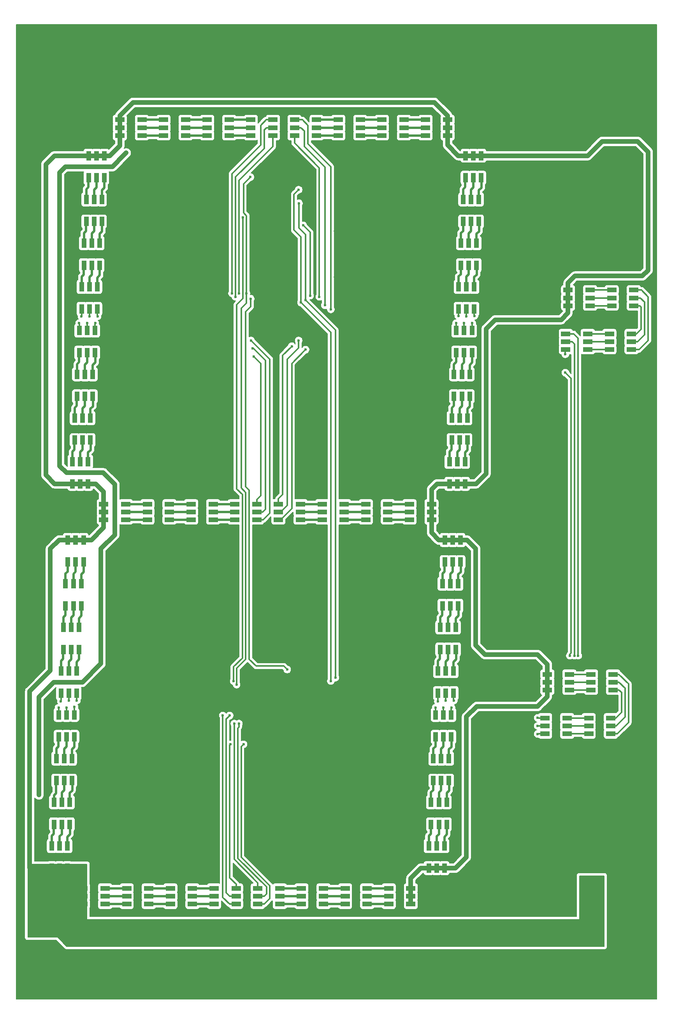
<source format=gbr>
G04 #@! TF.GenerationSoftware,KiCad,Pcbnew,(5.1.4)-1*
G04 #@! TF.CreationDate,2019-11-12T22:01:14+01:00*
G04 #@! TF.ProjectId,Digit_Colon,44696769-745f-4436-9f6c-6f6e2e6b6963,rev?*
G04 #@! TF.SameCoordinates,Original*
G04 #@! TF.FileFunction,Copper,L1,Top*
G04 #@! TF.FilePolarity,Positive*
%FSLAX46Y46*%
G04 Gerber Fmt 4.6, Leading zero omitted, Abs format (unit mm)*
G04 Created by KiCad (PCBNEW (5.1.4)-1) date 2019-11-12 22:01:14*
%MOMM*%
%LPD*%
G04 APERTURE LIST*
%ADD10R,2.000000X1.100000*%
%ADD11C,0.800000*%
%ADD12C,6.400000*%
%ADD13R,1.100000X2.000000*%
%ADD14C,0.600000*%
%ADD15R,5.200000X11.000000*%
%ADD16C,1.000000*%
%ADD17C,0.500000*%
%ADD18C,0.300000*%
%ADD19C,1.000000*%
%ADD20C,0.200000*%
G04 APERTURE END LIST*
D10*
X178600000Y-169700000D03*
X178600000Y-168000000D03*
X178600000Y-166300000D03*
X183400000Y-166300000D03*
X183400000Y-168000000D03*
X183400000Y-169700000D03*
X183100000Y-86200000D03*
X183100000Y-84500000D03*
X183100000Y-82800000D03*
X187900000Y-82800000D03*
X187900000Y-84500000D03*
X187900000Y-86200000D03*
X188100000Y-169700000D03*
X188100000Y-168000000D03*
X188100000Y-166300000D03*
X192900000Y-166300000D03*
X192900000Y-168000000D03*
X192900000Y-169700000D03*
X192600000Y-86200000D03*
X192600000Y-84500000D03*
X192600000Y-82800000D03*
X197400000Y-82800000D03*
X197400000Y-84500000D03*
X197400000Y-86200000D03*
X192400000Y-175800000D03*
X192400000Y-177500000D03*
X192400000Y-179200000D03*
X187600000Y-179200000D03*
X187600000Y-177500000D03*
X187600000Y-175800000D03*
X196900000Y-92300000D03*
X196900000Y-94000000D03*
X196900000Y-95700000D03*
X192100000Y-95700000D03*
X192100000Y-94000000D03*
X192100000Y-92300000D03*
X182900000Y-175800000D03*
X182900000Y-177500000D03*
X182900000Y-179200000D03*
X178100000Y-179200000D03*
X178100000Y-177500000D03*
X178100000Y-175800000D03*
X187400000Y-92300000D03*
X187400000Y-94000000D03*
X187400000Y-95700000D03*
X182600000Y-95700000D03*
X182600000Y-94000000D03*
X182600000Y-92300000D03*
D11*
X197697056Y-31802944D03*
X196000000Y-31100000D03*
X194302944Y-31802944D03*
X193600000Y-33500000D03*
X194302944Y-35197056D03*
X196000000Y-35900000D03*
X197697056Y-35197056D03*
X198400000Y-33500000D03*
D12*
X196000000Y-33500000D03*
D11*
X197697056Y-226802944D03*
X196000000Y-226100000D03*
X194302944Y-226802944D03*
X193600000Y-228500000D03*
X194302944Y-230197056D03*
X196000000Y-230900000D03*
X197697056Y-230197056D03*
X198400000Y-228500000D03*
D12*
X196000000Y-228500000D03*
D11*
X71197056Y-226802944D03*
X69500000Y-226100000D03*
X67802944Y-226802944D03*
X67100000Y-228500000D03*
X67802944Y-230197056D03*
X69500000Y-230900000D03*
X71197056Y-230197056D03*
X71900000Y-228500000D03*
D12*
X69500000Y-228500000D03*
D11*
X71197056Y-31802944D03*
X69500000Y-31100000D03*
X67802944Y-31802944D03*
X67100000Y-33500000D03*
X67802944Y-35197056D03*
X69500000Y-35900000D03*
X71197056Y-35197056D03*
X71900000Y-33500000D03*
D12*
X69500000Y-33500000D03*
D13*
X78800000Y-53600000D03*
X80500000Y-53600000D03*
X82200000Y-53600000D03*
X82200000Y-58400000D03*
X80500000Y-58400000D03*
X78800000Y-58400000D03*
D14*
X118750000Y-166300000D03*
X117250000Y-166300000D03*
X115750000Y-166300000D03*
X114250000Y-166300000D03*
X118750000Y-167600000D03*
X117250000Y-167600000D03*
X115750000Y-167600000D03*
X114250000Y-167600000D03*
X114250000Y-168900000D03*
X118750000Y-170200000D03*
X114250000Y-170200000D03*
X117250000Y-170200000D03*
X118750000Y-168900000D03*
X117250000Y-168900000D03*
X115750000Y-168900000D03*
X115750000Y-170200000D03*
X114250000Y-171500000D03*
X118750000Y-172800000D03*
X114250000Y-172800000D03*
X117250000Y-172800000D03*
X118750000Y-171500000D03*
X117250000Y-171500000D03*
X115750000Y-171500000D03*
X115750000Y-172800000D03*
X114250000Y-174100000D03*
X118750000Y-175400000D03*
X114250000Y-175400000D03*
X117250000Y-175400000D03*
X118750000Y-174100000D03*
X117250000Y-174100000D03*
X115750000Y-174100000D03*
X115750000Y-175400000D03*
X117250000Y-176700000D03*
X118750000Y-176700000D03*
X114250000Y-176700000D03*
X115750000Y-176700000D03*
D15*
X116500000Y-171500000D03*
D10*
X128400000Y-45800000D03*
X128400000Y-47500000D03*
X128400000Y-49200000D03*
X123600000Y-49200000D03*
X123600000Y-47500000D03*
X123600000Y-45800000D03*
X114100000Y-49200000D03*
X114100000Y-47500000D03*
X114100000Y-45800000D03*
X118900000Y-45800000D03*
X118900000Y-47500000D03*
X118900000Y-49200000D03*
X85600000Y-49200000D03*
X85600000Y-47500000D03*
X85600000Y-45800000D03*
X90400000Y-45800000D03*
X90400000Y-47500000D03*
X90400000Y-49200000D03*
X95100000Y-49200000D03*
X95100000Y-47500000D03*
X95100000Y-45800000D03*
X99900000Y-45800000D03*
X99900000Y-47500000D03*
X99900000Y-49200000D03*
X104600000Y-49200000D03*
X104600000Y-47500000D03*
X104600000Y-45800000D03*
X109400000Y-45800000D03*
X109400000Y-47500000D03*
X109400000Y-49200000D03*
D13*
X78300000Y-63100000D03*
X80000000Y-63100000D03*
X81700000Y-63100000D03*
X81700000Y-67900000D03*
X80000000Y-67900000D03*
X78300000Y-67900000D03*
X77800000Y-72600000D03*
X79500000Y-72600000D03*
X81200000Y-72600000D03*
X81200000Y-77400000D03*
X79500000Y-77400000D03*
X77800000Y-77400000D03*
X77300000Y-82100000D03*
X79000000Y-82100000D03*
X80700000Y-82100000D03*
X80700000Y-86900000D03*
X79000000Y-86900000D03*
X77300000Y-86900000D03*
X74300000Y-137100000D03*
X76000000Y-137100000D03*
X77700000Y-137100000D03*
X77700000Y-141900000D03*
X76000000Y-141900000D03*
X74300000Y-141900000D03*
X73800000Y-146600000D03*
X75500000Y-146600000D03*
X77200000Y-146600000D03*
X77200000Y-151400000D03*
X75500000Y-151400000D03*
X73800000Y-151400000D03*
X73300000Y-156100000D03*
X75000000Y-156100000D03*
X76700000Y-156100000D03*
X76700000Y-160900000D03*
X75000000Y-160900000D03*
X73300000Y-160900000D03*
X72800000Y-165600000D03*
X74500000Y-165600000D03*
X76200000Y-165600000D03*
X76200000Y-170400000D03*
X74500000Y-170400000D03*
X72800000Y-170400000D03*
X78700000Y-124900000D03*
X77000000Y-124900000D03*
X75300000Y-124900000D03*
X75300000Y-120100000D03*
X77000000Y-120100000D03*
X78700000Y-120100000D03*
X79200000Y-115400000D03*
X77500000Y-115400000D03*
X75800000Y-115400000D03*
X75800000Y-110600000D03*
X77500000Y-110600000D03*
X79200000Y-110600000D03*
X79700000Y-105900000D03*
X78000000Y-105900000D03*
X76300000Y-105900000D03*
X76300000Y-101100000D03*
X78000000Y-101100000D03*
X79700000Y-101100000D03*
X80200000Y-96400000D03*
X78500000Y-96400000D03*
X76800000Y-96400000D03*
X76800000Y-91600000D03*
X78500000Y-91600000D03*
X80200000Y-91600000D03*
X74200000Y-208400000D03*
X72500000Y-208400000D03*
X70800000Y-208400000D03*
X70800000Y-203600000D03*
X72500000Y-203600000D03*
X74200000Y-203600000D03*
X74700000Y-198900000D03*
X73000000Y-198900000D03*
X71300000Y-198900000D03*
X71300000Y-194100000D03*
X73000000Y-194100000D03*
X74700000Y-194100000D03*
X75200000Y-189400000D03*
X73500000Y-189400000D03*
X71800000Y-189400000D03*
X71800000Y-184600000D03*
X73500000Y-184600000D03*
X75200000Y-184600000D03*
X75700000Y-179900000D03*
X74000000Y-179900000D03*
X72300000Y-179900000D03*
X72300000Y-175100000D03*
X74000000Y-175100000D03*
X75700000Y-175100000D03*
D10*
X82100000Y-132700000D03*
X82100000Y-131000000D03*
X82100000Y-129300000D03*
X86900000Y-129300000D03*
X86900000Y-131000000D03*
X86900000Y-132700000D03*
X91600000Y-132700000D03*
X91600000Y-131000000D03*
X91600000Y-129300000D03*
X96400000Y-129300000D03*
X96400000Y-131000000D03*
X96400000Y-132700000D03*
X101100000Y-132700000D03*
X101100000Y-131000000D03*
X101100000Y-129300000D03*
X105900000Y-129300000D03*
X105900000Y-131000000D03*
X105900000Y-132700000D03*
X110600000Y-132700000D03*
X110600000Y-131000000D03*
X110600000Y-129300000D03*
X115400000Y-129300000D03*
X115400000Y-131000000D03*
X115400000Y-132700000D03*
X77600000Y-216200000D03*
X77600000Y-214500000D03*
X77600000Y-212800000D03*
X82400000Y-212800000D03*
X82400000Y-214500000D03*
X82400000Y-216200000D03*
X87100000Y-216200000D03*
X87100000Y-214500000D03*
X87100000Y-212800000D03*
X91900000Y-212800000D03*
X91900000Y-214500000D03*
X91900000Y-216200000D03*
X96600000Y-216200000D03*
X96600000Y-214500000D03*
X96600000Y-212800000D03*
X101400000Y-212800000D03*
X101400000Y-214500000D03*
X101400000Y-216200000D03*
X106100000Y-216200000D03*
X106100000Y-214500000D03*
X106100000Y-212800000D03*
X110900000Y-212800000D03*
X110900000Y-214500000D03*
X110900000Y-216200000D03*
X153400000Y-129300000D03*
X153400000Y-131000000D03*
X153400000Y-132700000D03*
X148600000Y-132700000D03*
X148600000Y-131000000D03*
X148600000Y-129300000D03*
X143900000Y-129300000D03*
X143900000Y-131000000D03*
X143900000Y-132700000D03*
X139100000Y-132700000D03*
X139100000Y-131000000D03*
X139100000Y-129300000D03*
X134400000Y-129300000D03*
X134400000Y-131000000D03*
X134400000Y-132700000D03*
X129600000Y-132700000D03*
X129600000Y-131000000D03*
X129600000Y-129300000D03*
X124900000Y-129300000D03*
X124900000Y-131000000D03*
X124900000Y-132700000D03*
X120100000Y-132700000D03*
X120100000Y-131000000D03*
X120100000Y-129300000D03*
X148900000Y-212800000D03*
X148900000Y-214500000D03*
X148900000Y-216200000D03*
X144100000Y-216200000D03*
X144100000Y-214500000D03*
X144100000Y-212800000D03*
X139400000Y-212800000D03*
X139400000Y-214500000D03*
X139400000Y-216200000D03*
X134600000Y-216200000D03*
X134600000Y-214500000D03*
X134600000Y-212800000D03*
X129900000Y-212800000D03*
X129900000Y-214500000D03*
X129900000Y-216200000D03*
X125100000Y-216200000D03*
X125100000Y-214500000D03*
X125100000Y-212800000D03*
X120400000Y-212800000D03*
X120400000Y-214500000D03*
X120400000Y-216200000D03*
X115600000Y-216200000D03*
X115600000Y-214500000D03*
X115600000Y-212800000D03*
D13*
X160700000Y-124900000D03*
X159000000Y-124900000D03*
X157300000Y-124900000D03*
X157300000Y-120100000D03*
X159000000Y-120100000D03*
X160700000Y-120100000D03*
X161200000Y-115400000D03*
X159500000Y-115400000D03*
X157800000Y-115400000D03*
X157800000Y-110600000D03*
X159500000Y-110600000D03*
X161200000Y-110600000D03*
X161700000Y-105900000D03*
X160000000Y-105900000D03*
X158300000Y-105900000D03*
X158300000Y-101100000D03*
X160000000Y-101100000D03*
X161700000Y-101100000D03*
X162200000Y-96400000D03*
X160500000Y-96400000D03*
X158800000Y-96400000D03*
X158800000Y-91600000D03*
X160500000Y-91600000D03*
X162200000Y-91600000D03*
X156200000Y-208400000D03*
X154500000Y-208400000D03*
X152800000Y-208400000D03*
X152800000Y-203600000D03*
X154500000Y-203600000D03*
X156200000Y-203600000D03*
X156700000Y-198900000D03*
X155000000Y-198900000D03*
X153300000Y-198900000D03*
X153300000Y-194100000D03*
X155000000Y-194100000D03*
X156700000Y-194100000D03*
X157200000Y-189400000D03*
X155500000Y-189400000D03*
X153800000Y-189400000D03*
X153800000Y-184600000D03*
X155500000Y-184600000D03*
X157200000Y-184600000D03*
X157700000Y-179900000D03*
X156000000Y-179900000D03*
X154300000Y-179900000D03*
X154300000Y-175100000D03*
X156000000Y-175100000D03*
X157700000Y-175100000D03*
X160800000Y-53600000D03*
X162500000Y-53600000D03*
X164200000Y-53600000D03*
X164200000Y-58400000D03*
X162500000Y-58400000D03*
X160800000Y-58400000D03*
X160300000Y-63100000D03*
X162000000Y-63100000D03*
X163700000Y-63100000D03*
X163700000Y-67900000D03*
X162000000Y-67900000D03*
X160300000Y-67900000D03*
X159800000Y-72600000D03*
X161500000Y-72600000D03*
X163200000Y-72600000D03*
X163200000Y-77400000D03*
X161500000Y-77400000D03*
X159800000Y-77400000D03*
X159300000Y-82100000D03*
X161000000Y-82100000D03*
X162700000Y-82100000D03*
X162700000Y-86900000D03*
X161000000Y-86900000D03*
X159300000Y-86900000D03*
X156300000Y-137100000D03*
X158000000Y-137100000D03*
X159700000Y-137100000D03*
X159700000Y-141900000D03*
X158000000Y-141900000D03*
X156300000Y-141900000D03*
X155800000Y-146600000D03*
X157500000Y-146600000D03*
X159200000Y-146600000D03*
X159200000Y-151400000D03*
X157500000Y-151400000D03*
X155800000Y-151400000D03*
X155300000Y-156100000D03*
X157000000Y-156100000D03*
X158700000Y-156100000D03*
X158700000Y-160900000D03*
X157000000Y-160900000D03*
X155300000Y-160900000D03*
X154800000Y-165600000D03*
X156500000Y-165600000D03*
X158200000Y-165600000D03*
X158200000Y-170400000D03*
X156500000Y-170400000D03*
X154800000Y-170400000D03*
D10*
X156900000Y-45800000D03*
X156900000Y-47500000D03*
X156900000Y-49200000D03*
X152100000Y-49200000D03*
X152100000Y-47500000D03*
X152100000Y-45800000D03*
X147400000Y-45800000D03*
X147400000Y-47500000D03*
X147400000Y-49200000D03*
X142600000Y-49200000D03*
X142600000Y-47500000D03*
X142600000Y-45800000D03*
X137900000Y-45800000D03*
X137900000Y-47500000D03*
X137900000Y-49200000D03*
X133100000Y-49200000D03*
X133100000Y-47500000D03*
X133100000Y-45800000D03*
D14*
X121750000Y-83300000D03*
X120250000Y-83300000D03*
X118750000Y-83300000D03*
X117250000Y-83300000D03*
X121750000Y-84600000D03*
X120250000Y-84600000D03*
X118750000Y-84600000D03*
X117250000Y-84600000D03*
X117250000Y-85900000D03*
X121750000Y-87200000D03*
X117250000Y-87200000D03*
X120250000Y-87200000D03*
X121750000Y-85900000D03*
X120250000Y-85900000D03*
X118750000Y-85900000D03*
X118750000Y-87200000D03*
X117250000Y-88500000D03*
X121750000Y-89800000D03*
X117250000Y-89800000D03*
X120250000Y-89800000D03*
X121750000Y-88500000D03*
X120250000Y-88500000D03*
X118750000Y-88500000D03*
X118750000Y-89800000D03*
X117250000Y-91100000D03*
X121750000Y-92400000D03*
X117250000Y-92400000D03*
X120250000Y-92400000D03*
X121750000Y-91100000D03*
X120250000Y-91100000D03*
X118750000Y-91100000D03*
X118750000Y-92400000D03*
X120250000Y-93700000D03*
X121750000Y-93700000D03*
X117250000Y-93700000D03*
X118750000Y-93700000D03*
D15*
X119500000Y-88500000D03*
D11*
X182500000Y-102500000D03*
D14*
X147500000Y-190000000D03*
D11*
X142500000Y-195000000D03*
X147500000Y-200000000D03*
X142500000Y-205000000D03*
X147500000Y-210000000D03*
X117500000Y-210000000D03*
X167500000Y-137500000D03*
X172500000Y-142500000D03*
X177500000Y-137500000D03*
X177500000Y-147500000D03*
X167500000Y-147500000D03*
X172500000Y-152500000D03*
X167500000Y-157500000D03*
X177500000Y-157500000D03*
X172500000Y-132500000D03*
X167500000Y-127500000D03*
X177500000Y-127500000D03*
X172500000Y-122500000D03*
X167500000Y-117500000D03*
X177500000Y-117500000D03*
X172500000Y-112500000D03*
X167500000Y-107500000D03*
X177500000Y-107500000D03*
X172500000Y-102500000D03*
X167500000Y-97500000D03*
X177500000Y-97500000D03*
X172500000Y-92500000D03*
X162500000Y-132500000D03*
X157500000Y-127500000D03*
D14*
X127500000Y-95000000D03*
X165000000Y-230000000D03*
X170000000Y-235000000D03*
X175000000Y-230000000D03*
X180000000Y-235000000D03*
X185000000Y-230000000D03*
X190000000Y-235000000D03*
X77500000Y-40000000D03*
X72500000Y-45000000D03*
X77500000Y-50000000D03*
X82500000Y-45000000D03*
X172500000Y-85000000D03*
X167500000Y-80000000D03*
X177500000Y-80000000D03*
X172500000Y-75000000D03*
X167500000Y-70000000D03*
X177500000Y-70000000D03*
X182500000Y-75000000D03*
X187500000Y-70000000D03*
X192500000Y-75000000D03*
X162500000Y-35000000D03*
X167500000Y-30000000D03*
X172500000Y-35000000D03*
X177500000Y-30000000D03*
X182500000Y-35000000D03*
X187500000Y-30000000D03*
X187500000Y-40000000D03*
X177500000Y-40000000D03*
X167500000Y-40000000D03*
X162500000Y-45000000D03*
X172500000Y-45000000D03*
X182500000Y-45000000D03*
X192500000Y-45000000D03*
X187500000Y-50000000D03*
X177500000Y-50000000D03*
X167500000Y-50000000D03*
D11*
X187500000Y-157500000D03*
X197500000Y-157500000D03*
X192500000Y-152500000D03*
X187500000Y-147500000D03*
X197500000Y-147500000D03*
X187500000Y-137500000D03*
X192500000Y-142500000D03*
X197500000Y-137500000D03*
X192500000Y-132500000D03*
X187500000Y-127500000D03*
X197500000Y-127500000D03*
X192500000Y-122500000D03*
X187500000Y-117500000D03*
X197500000Y-117500000D03*
X187500000Y-107500000D03*
X192500000Y-112500000D03*
X197500000Y-107500000D03*
X192500000Y-102500000D03*
X187500000Y-97500000D03*
X197500000Y-97500000D03*
X167500000Y-180000000D03*
X162500000Y-185000000D03*
X172500000Y-185000000D03*
X167500000Y-190000000D03*
X162500000Y-195000000D03*
X172500000Y-195000000D03*
X167500000Y-200000000D03*
X162500000Y-205000000D03*
X172500000Y-205000000D03*
X167500000Y-210000000D03*
X162500000Y-215000000D03*
X172500000Y-215000000D03*
X177500000Y-210000000D03*
X177500000Y-200000000D03*
X177500000Y-190000000D03*
X87500000Y-142500000D03*
X97500000Y-142500000D03*
X107500000Y-142500000D03*
X102500000Y-147500000D03*
X92500000Y-147500000D03*
X87500000Y-152500000D03*
X97500000Y-152500000D03*
X107500000Y-152500000D03*
X92500000Y-157500000D03*
X102500000Y-157500000D03*
X87500000Y-162500000D03*
X97500000Y-162500000D03*
X107500000Y-162500000D03*
X117500000Y-142500000D03*
X127500000Y-142500000D03*
X137500000Y-142500000D03*
X147500000Y-142500000D03*
X122500000Y-147500000D03*
X142500000Y-147500000D03*
X137500000Y-152500000D03*
X147500000Y-152500000D03*
X127500000Y-152500000D03*
X117500000Y-152500000D03*
X122500000Y-157500000D03*
X142500000Y-157500000D03*
X147500000Y-162500000D03*
X137500000Y-162500000D03*
X127500000Y-162500000D03*
X117500000Y-162500000D03*
X102500000Y-167500000D03*
X92500000Y-167500000D03*
X102500000Y-180000000D03*
X92500000Y-180000000D03*
X82500000Y-180000000D03*
X97500000Y-185000000D03*
X102500000Y-190000000D03*
X97500000Y-195000000D03*
X102500000Y-200000000D03*
X92500000Y-200000000D03*
X97500000Y-205000000D03*
X117500000Y-180000000D03*
X127500000Y-180000000D03*
X142500000Y-185000000D03*
X132500000Y-185000000D03*
X122500000Y-185000000D03*
X117500000Y-190000000D03*
X127500000Y-190000000D03*
X137500000Y-190000000D03*
X122500000Y-195000000D03*
X132500000Y-195000000D03*
X137500000Y-200000000D03*
X127500000Y-200000000D03*
X117500000Y-200000000D03*
X122500000Y-205000000D03*
X132500000Y-205000000D03*
X87500000Y-95000000D03*
X97500000Y-95000000D03*
X107500000Y-95000000D03*
X102500000Y-100000000D03*
X92500000Y-100000000D03*
X87500000Y-105000000D03*
X97500000Y-105000000D03*
X107500000Y-105000000D03*
X92500000Y-110000000D03*
X102500000Y-110000000D03*
X87500000Y-115000000D03*
X97500000Y-115000000D03*
X107500000Y-115000000D03*
X92500000Y-120000000D03*
X102500000Y-120000000D03*
X87500000Y-125000000D03*
X97500000Y-125000000D03*
X107500000Y-125000000D03*
X137500000Y-95000000D03*
X147500000Y-95000000D03*
X142500000Y-100000000D03*
X152500000Y-100000000D03*
X137500000Y-105000000D03*
X147500000Y-105000000D03*
X152500000Y-110000000D03*
X142500000Y-110000000D03*
X137500000Y-115000000D03*
X147500000Y-115000000D03*
X142500000Y-120000000D03*
X152500000Y-120000000D03*
X137500000Y-125000000D03*
X147500000Y-125000000D03*
X127500000Y-105000000D03*
X127500000Y-115000000D03*
X127500000Y-125000000D03*
X87500000Y-80000000D03*
X97500000Y-80000000D03*
X107500000Y-80000000D03*
X102500000Y-85000000D03*
X92500000Y-85000000D03*
X132500000Y-70000000D03*
X142500000Y-70000000D03*
X152500000Y-70000000D03*
X147500000Y-75000000D03*
X137500000Y-75000000D03*
X132500000Y-80000000D03*
X142500000Y-80000000D03*
X152500000Y-80000000D03*
X137500000Y-85000000D03*
X147500000Y-85000000D03*
X117500000Y-70000000D03*
X117500000Y-75000000D03*
X87500000Y-70000000D03*
X97500000Y-70000000D03*
X107500000Y-70000000D03*
X102500000Y-75000000D03*
X92500000Y-75000000D03*
X102500000Y-55000000D03*
X118000000Y-55500000D03*
X132500000Y-55000000D03*
X142500000Y-55000000D03*
X152500000Y-55000000D03*
X122500000Y-137500000D03*
X102500000Y-137500000D03*
X92500000Y-137500000D03*
X142500000Y-137500000D03*
X92500000Y-210000000D03*
X102500000Y-210000000D03*
X127500000Y-210000000D03*
X137500000Y-210000000D03*
X155000000Y-230000000D03*
X145000000Y-230000000D03*
X135000000Y-230000000D03*
X125000000Y-230000000D03*
X115000000Y-230000000D03*
X120000000Y-235000000D03*
X130000000Y-235000000D03*
X140000000Y-235000000D03*
X150000000Y-235000000D03*
X160000000Y-235000000D03*
X110000000Y-235000000D03*
X105000000Y-230000000D03*
X100000000Y-235000000D03*
X95000000Y-230000000D03*
X90000000Y-235000000D03*
X85000000Y-230000000D03*
X80000000Y-235000000D03*
X75000000Y-230000000D03*
X87500000Y-30000000D03*
X92500000Y-35000000D03*
X97500000Y-30000000D03*
X102500000Y-35000000D03*
X107500000Y-30000000D03*
X112500000Y-35000000D03*
X117500000Y-30000000D03*
X122500000Y-35000000D03*
X127500000Y-30000000D03*
X132500000Y-35000000D03*
X137500000Y-30000000D03*
X142500000Y-35000000D03*
X147500000Y-30000000D03*
X152500000Y-35000000D03*
X157500000Y-30000000D03*
X82500000Y-35000000D03*
X77500000Y-30000000D03*
X92500000Y-65000000D03*
X92500000Y-55000000D03*
X67500000Y-40000000D03*
X67500000Y-70000000D03*
X67500000Y-80000000D03*
X67500000Y-90000000D03*
X67500000Y-100000000D03*
X67500000Y-110000000D03*
X67500000Y-120000000D03*
X87500000Y-175000000D03*
X97500000Y-175000000D03*
X137500000Y-180000000D03*
X147500000Y-180000000D03*
X142500000Y-167500000D03*
X67500000Y-60000000D03*
X67500000Y-50000000D03*
X67500000Y-130000000D03*
X67500000Y-140000000D03*
X67500000Y-150000000D03*
X67500000Y-160000000D03*
X82500000Y-200000000D03*
X87500000Y-195000000D03*
D14*
X129000000Y-84250000D03*
X130200000Y-86100000D03*
X131500000Y-87000000D03*
X158250000Y-172000000D03*
X156500000Y-172000000D03*
X154768333Y-172150010D03*
X157750000Y-173500000D03*
X156000000Y-173500000D03*
X154293798Y-173543798D03*
X109650010Y-181500000D03*
X109500000Y-175249992D03*
X107999996Y-175250000D03*
X114750000Y-97250006D03*
X114500000Y-95500000D03*
X114150032Y-93750000D03*
X162750000Y-88400000D03*
X161000000Y-88500000D03*
X159250000Y-88400000D03*
X158750000Y-90000000D03*
X160500000Y-90000000D03*
X162250000Y-90000000D03*
X112500000Y-181500000D03*
X111500014Y-177000000D03*
X110500000Y-177000000D03*
X126000000Y-95750000D03*
X124500000Y-93750014D03*
X123000000Y-95000000D03*
X72293798Y-173543798D03*
X74000000Y-173500000D03*
X75750000Y-173349990D03*
X76749992Y-90000000D03*
X78500000Y-90000000D03*
X80250000Y-89999998D03*
X76250000Y-172000000D03*
X74500000Y-172000000D03*
X72768333Y-172150010D03*
X80750000Y-88500016D03*
X79000000Y-88500000D03*
X77250000Y-88500000D03*
X110000000Y-83500000D03*
X110750000Y-84250010D03*
X111500000Y-83500000D03*
X111000010Y-168550011D03*
X113150010Y-83500000D03*
X114000014Y-58250000D03*
X131500000Y-167749996D03*
X125000000Y-85500000D03*
X124500000Y-60999954D03*
X132500000Y-167000000D03*
X125999994Y-85000000D03*
X124556149Y-63929773D03*
X127000000Y-84000000D03*
X125500000Y-68750000D03*
X110349990Y-167749994D03*
X112350020Y-67000000D03*
X114064129Y-84682760D03*
X122000001Y-165250001D03*
X182499996Y-96750000D03*
X184500000Y-162250000D03*
X185300013Y-162250000D03*
X176500000Y-179250000D03*
X176500000Y-177500000D03*
X176500000Y-175750000D03*
X182500000Y-100750000D03*
X183500000Y-162250000D03*
D16*
X73000000Y-211000000D03*
X75000000Y-211000000D03*
X75000000Y-213000000D03*
X73000000Y-213000000D03*
X73000000Y-215000000D03*
X75000000Y-215000000D03*
X71000000Y-215000000D03*
X71000000Y-213000000D03*
X71000000Y-211000000D03*
X190250000Y-215000000D03*
X188250000Y-215000000D03*
X186250000Y-215000000D03*
X186250000Y-213000000D03*
X186250000Y-211000000D03*
X188250000Y-211000000D03*
X188250000Y-213000000D03*
X190250000Y-213000000D03*
X190250000Y-211000000D03*
X68000000Y-189500000D03*
X68000000Y-191000000D03*
X68000000Y-192500000D03*
X72500000Y-78500000D03*
X81499994Y-164000000D03*
X87000000Y-53000000D03*
D17*
X128400000Y-45800000D02*
X132950000Y-45800000D01*
X128400000Y-47500000D02*
X133250000Y-47500000D01*
X133100000Y-49200000D02*
X128300000Y-49200000D01*
D18*
X123600000Y-50850000D02*
X129000000Y-56250000D01*
X129000000Y-56250000D02*
X129000000Y-83825736D01*
X123600000Y-49200000D02*
X123600000Y-50850000D01*
X129000000Y-83825736D02*
X129000000Y-84250000D01*
X130200000Y-85675736D02*
X130200000Y-86100000D01*
X130200000Y-56075000D02*
X130200000Y-85675736D01*
X125750000Y-51625000D02*
X130200000Y-56075000D01*
X125750000Y-48250000D02*
X125750000Y-51625000D01*
X123600000Y-47500000D02*
X125000000Y-47500000D01*
X125000000Y-47500000D02*
X125750000Y-48250000D01*
X131500000Y-86575736D02*
X131500000Y-87000000D01*
X131500000Y-56000000D02*
X131500000Y-86575736D01*
X126500000Y-51000000D02*
X131500000Y-56000000D01*
X126500000Y-47000000D02*
X126500000Y-51000000D01*
X123600000Y-45800000D02*
X125300000Y-45800000D01*
X125300000Y-45800000D02*
X126500000Y-47000000D01*
D17*
X137900000Y-45800000D02*
X142450000Y-45800000D01*
X137900000Y-47500000D02*
X142750000Y-47500000D01*
X142600000Y-49200000D02*
X137800000Y-49200000D01*
X159300000Y-82000000D02*
X159300000Y-79800000D01*
X159750000Y-79350000D02*
X159750000Y-77150000D01*
X159300000Y-79800000D02*
X159750000Y-79350000D01*
X161000000Y-79900000D02*
X161500000Y-79400000D01*
X161500000Y-79400000D02*
X161500000Y-77150000D01*
X161000000Y-82000000D02*
X161000000Y-79900000D01*
X163250000Y-79450000D02*
X163250000Y-77150000D01*
X162700000Y-80000000D02*
X163250000Y-79450000D01*
X162700000Y-82000000D02*
X162700000Y-80000000D01*
D18*
X158200000Y-171950000D02*
X158250000Y-172000000D01*
X158200000Y-170400000D02*
X158200000Y-171950000D01*
X156500000Y-172000000D02*
X156500000Y-170400000D01*
X154800000Y-172118343D02*
X154768333Y-172150010D01*
X154800000Y-170400000D02*
X154800000Y-172118343D01*
X157700000Y-175100000D02*
X157700000Y-173550000D01*
X157700000Y-173550000D02*
X157750000Y-173500000D01*
X156000000Y-173500000D02*
X156000000Y-175100000D01*
X154300000Y-173550000D02*
X154293798Y-173543798D01*
X154300000Y-175100000D02*
X154300000Y-173550000D01*
D17*
X159800000Y-72600000D02*
X159800000Y-70400000D01*
X160250000Y-69950000D02*
X160250000Y-67750000D01*
X159800000Y-70400000D02*
X160250000Y-69950000D01*
X161500000Y-70500000D02*
X162000000Y-70000000D01*
X162000000Y-70000000D02*
X162000000Y-67750000D01*
X161500000Y-72600000D02*
X161500000Y-70500000D01*
X163750000Y-70050000D02*
X163750000Y-67750000D01*
X163200000Y-70600000D02*
X163750000Y-70050000D01*
X163200000Y-72600000D02*
X163200000Y-70600000D01*
X160300000Y-63100000D02*
X160300000Y-60900000D01*
X160750000Y-60450000D02*
X160750000Y-58250000D01*
X160300000Y-60900000D02*
X160750000Y-60450000D01*
X162000000Y-61000000D02*
X162500000Y-60500000D01*
X162500000Y-60500000D02*
X162500000Y-58250000D01*
X162000000Y-63100000D02*
X162000000Y-61000000D01*
X164250000Y-60550000D02*
X164250000Y-58250000D01*
X163700000Y-61100000D02*
X164250000Y-60550000D01*
X163700000Y-63100000D02*
X163700000Y-61100000D01*
X157200000Y-182600000D02*
X157750000Y-182050000D01*
X157750000Y-182050000D02*
X157750000Y-179750000D01*
X157200000Y-184600000D02*
X157200000Y-182600000D01*
X155500000Y-182500000D02*
X156000000Y-182000000D01*
X156000000Y-182000000D02*
X156000000Y-179750000D01*
X155500000Y-184600000D02*
X155500000Y-182500000D01*
X153800000Y-184600000D02*
X153800000Y-182400000D01*
X153800000Y-182400000D02*
X154250000Y-181950000D01*
X154250000Y-181950000D02*
X154250000Y-179750000D01*
X156700000Y-194100000D02*
X156700000Y-192100000D01*
X157250000Y-191550000D02*
X157250000Y-189250000D01*
X156700000Y-192100000D02*
X157250000Y-191550000D01*
X155000000Y-194100000D02*
X155000000Y-192000000D01*
X155000000Y-192000000D02*
X155500000Y-191500000D01*
X155500000Y-191500000D02*
X155500000Y-189250000D01*
X153300000Y-194100000D02*
X153300000Y-191900000D01*
X153750000Y-191450000D02*
X153750000Y-189250000D01*
X153300000Y-191900000D02*
X153750000Y-191450000D01*
X156200000Y-201600000D02*
X156750000Y-201050000D01*
X156200000Y-203600000D02*
X156200000Y-201600000D01*
X156750000Y-201050000D02*
X156750000Y-198750000D01*
X154500000Y-203600000D02*
X154500000Y-201500000D01*
X155000000Y-201000000D02*
X155000000Y-198750000D01*
X154500000Y-201500000D02*
X155000000Y-201000000D01*
X152800000Y-201400000D02*
X153250000Y-200950000D01*
X152800000Y-203600000D02*
X152800000Y-201400000D01*
X153250000Y-200950000D02*
X153250000Y-198750000D01*
X162250000Y-98550000D02*
X162250000Y-96250000D01*
X161700000Y-99100000D02*
X162250000Y-98550000D01*
X161700000Y-101100000D02*
X161700000Y-99100000D01*
X160000000Y-99000000D02*
X160500000Y-98500000D01*
X160500000Y-98500000D02*
X160500000Y-96250000D01*
X160000000Y-101100000D02*
X160000000Y-99000000D01*
X158300000Y-101100000D02*
X158300000Y-98900000D01*
X158750000Y-98450000D02*
X158750000Y-96250000D01*
X158300000Y-98900000D02*
X158750000Y-98450000D01*
X161750000Y-108050000D02*
X161750000Y-105750000D01*
X161200000Y-108600000D02*
X161750000Y-108050000D01*
X161200000Y-110600000D02*
X161200000Y-108600000D01*
X159500000Y-108500000D02*
X160000000Y-108000000D01*
X160000000Y-108000000D02*
X160000000Y-105750000D01*
X159500000Y-110600000D02*
X159500000Y-108500000D01*
X157800000Y-110600000D02*
X157800000Y-108400000D01*
X158250000Y-107950000D02*
X158250000Y-105750000D01*
X157800000Y-108400000D02*
X158250000Y-107950000D01*
X160700000Y-120100000D02*
X160700000Y-118100000D01*
X160700000Y-118100000D02*
X161250000Y-117550000D01*
X161250000Y-117550000D02*
X161250000Y-115250000D01*
X159000000Y-120100000D02*
X159000000Y-118000000D01*
X159500000Y-117500000D02*
X159500000Y-115250000D01*
X159000000Y-118000000D02*
X159500000Y-117500000D01*
X157750000Y-117450000D02*
X157750000Y-115250000D01*
X157300000Y-120100000D02*
X157300000Y-117900000D01*
X157300000Y-117900000D02*
X157750000Y-117450000D01*
X120400000Y-212800000D02*
X124950000Y-212800000D01*
X120400000Y-214500000D02*
X125250000Y-214500000D01*
X125100000Y-216200000D02*
X120300000Y-216200000D01*
X106100000Y-216200000D02*
X101300000Y-216200000D01*
X101400000Y-214500000D02*
X106250000Y-214500000D01*
X101400000Y-212800000D02*
X105950000Y-212800000D01*
D18*
X109500000Y-181650010D02*
X109650010Y-181500000D01*
X109500000Y-210500000D02*
X109500000Y-181650010D01*
X110900000Y-212800000D02*
X110900000Y-211900000D01*
X110900000Y-211900000D02*
X109500000Y-210500000D01*
X109500000Y-214500000D02*
X108750011Y-213750011D01*
X110900000Y-214500000D02*
X109500000Y-214500000D01*
X108750011Y-213750011D02*
X108750011Y-175999981D01*
X108750011Y-175999981D02*
X109200001Y-175549991D01*
X109200001Y-175549991D02*
X109500000Y-175249992D01*
X107999996Y-175674264D02*
X107999996Y-175250000D01*
X107999996Y-214749996D02*
X107999996Y-175674264D01*
X110900000Y-216200000D02*
X109450000Y-216200000D01*
X109450000Y-216200000D02*
X107999996Y-214749996D01*
D17*
X96600000Y-216200000D02*
X91800000Y-216200000D01*
X91900000Y-214500000D02*
X96750000Y-214500000D01*
X91900000Y-212800000D02*
X96450000Y-212800000D01*
X87100000Y-216200000D02*
X82300000Y-216200000D01*
X82400000Y-214500000D02*
X87250000Y-214500000D01*
X82400000Y-212800000D02*
X86950000Y-212800000D01*
X110600000Y-132700000D02*
X105800000Y-132700000D01*
X105900000Y-131000000D02*
X110750000Y-131000000D01*
X105900000Y-129300000D02*
X110450000Y-129300000D01*
X110450000Y-129300000D02*
X110500000Y-129250000D01*
X110500000Y-129250000D02*
X110750000Y-129250000D01*
D18*
X115450000Y-129250000D02*
X116234237Y-129250000D01*
X115400000Y-129300000D02*
X115450000Y-129250000D01*
X115049999Y-97550005D02*
X114750000Y-97250006D01*
X116250000Y-98750006D02*
X115049999Y-97550005D01*
X116250000Y-127500000D02*
X116250000Y-98750006D01*
X115400000Y-129300000D02*
X115400000Y-128350000D01*
X115400000Y-128350000D02*
X116250000Y-127500000D01*
X115575248Y-131175248D02*
X116234237Y-131175248D01*
X115400000Y-131000000D02*
X115575248Y-131175248D01*
X114625000Y-95500000D02*
X114500000Y-95500000D01*
X117250000Y-98125000D02*
X114625000Y-95500000D01*
X117250000Y-130425000D02*
X117250000Y-98125000D01*
X115400000Y-131000000D02*
X116675000Y-131000000D01*
X116675000Y-131000000D02*
X117250000Y-130425000D01*
X115400000Y-132700000D02*
X116800000Y-132700000D01*
X116800000Y-132700000D02*
X118250021Y-131249979D01*
X118250021Y-131249979D02*
X118250021Y-97830106D01*
X118250021Y-97830106D02*
X114169915Y-93750000D01*
X114169915Y-93750000D02*
X114150032Y-93750000D01*
D17*
X101100000Y-132700000D02*
X96300000Y-132700000D01*
X96400000Y-131000000D02*
X101250000Y-131000000D01*
X96400000Y-129300000D02*
X100950000Y-129300000D01*
X91600000Y-132700000D02*
X86800000Y-132700000D01*
X86900000Y-131000000D02*
X91750000Y-131000000D01*
X86900000Y-129300000D02*
X91450000Y-129300000D01*
X75750000Y-182050000D02*
X75750000Y-179750000D01*
X75200000Y-182600000D02*
X75750000Y-182050000D01*
X75200000Y-184600000D02*
X75200000Y-182600000D01*
X73500000Y-182500000D02*
X74000000Y-182000000D01*
X74000000Y-182000000D02*
X74000000Y-179750000D01*
X73500000Y-184600000D02*
X73500000Y-182500000D01*
X71800000Y-184600000D02*
X71800000Y-182400000D01*
X72250000Y-181950000D02*
X72250000Y-179750000D01*
X71800000Y-182400000D02*
X72250000Y-181950000D01*
X75250000Y-191550000D02*
X75250000Y-189250000D01*
X74700000Y-192100000D02*
X75250000Y-191550000D01*
X74700000Y-194100000D02*
X74700000Y-192100000D01*
X73000000Y-192000000D02*
X73500000Y-191500000D01*
X73500000Y-191500000D02*
X73500000Y-189250000D01*
X73000000Y-194100000D02*
X73000000Y-192000000D01*
X71300000Y-194100000D02*
X71300000Y-192600000D01*
X71750000Y-192150000D02*
X71750000Y-189250000D01*
X71300000Y-192600000D02*
X71750000Y-192150000D01*
X74750000Y-201050000D02*
X74750000Y-198750000D01*
X74200000Y-201600000D02*
X74750000Y-201050000D01*
X74200000Y-203600000D02*
X74200000Y-201600000D01*
X72500000Y-201500000D02*
X73000000Y-201000000D01*
X73000000Y-201000000D02*
X73000000Y-198750000D01*
X72500000Y-203600000D02*
X72500000Y-201500000D01*
X70800000Y-203600000D02*
X70800000Y-201400000D01*
X71250000Y-200950000D02*
X71250000Y-198750000D01*
X70800000Y-201400000D02*
X71250000Y-200950000D01*
X80250000Y-98550000D02*
X80250000Y-96250000D01*
X79700000Y-99100000D02*
X80250000Y-98550000D01*
X79700000Y-101100000D02*
X79700000Y-99100000D01*
X78000000Y-99000000D02*
X78500000Y-98500000D01*
X78500000Y-98500000D02*
X78500000Y-96250000D01*
X78000000Y-101100000D02*
X78000000Y-99000000D01*
X76300000Y-101100000D02*
X76300000Y-98900000D01*
X76750000Y-98450000D02*
X76750000Y-96250000D01*
X76300000Y-98900000D02*
X76750000Y-98450000D01*
X79750000Y-108050000D02*
X79750000Y-105750000D01*
X79200000Y-108600000D02*
X79750000Y-108050000D01*
X79200000Y-110600000D02*
X79200000Y-108600000D01*
X77500000Y-108500000D02*
X78000000Y-108000000D01*
X78000000Y-108000000D02*
X78000000Y-105750000D01*
X77500000Y-110600000D02*
X77500000Y-108500000D01*
X75800000Y-110600000D02*
X75800000Y-108400000D01*
X76250000Y-107950000D02*
X76250000Y-105750000D01*
X75800000Y-108400000D02*
X76250000Y-107950000D01*
X79250000Y-117550000D02*
X79250000Y-115250000D01*
X78700000Y-118100000D02*
X79250000Y-117550000D01*
X78700000Y-120100000D02*
X78700000Y-118100000D01*
X77000000Y-118000000D02*
X77500000Y-117500000D01*
X77500000Y-117500000D02*
X77500000Y-115250000D01*
X77000000Y-120100000D02*
X77000000Y-118000000D01*
X75300000Y-120100000D02*
X75300000Y-117900000D01*
X75750000Y-117450000D02*
X75750000Y-115250000D01*
X75300000Y-117900000D02*
X75750000Y-117450000D01*
X72800000Y-165600000D02*
X72800000Y-163400000D01*
X73250000Y-162950000D02*
X73250000Y-160750000D01*
X72800000Y-163400000D02*
X73250000Y-162950000D01*
X74500000Y-163500000D02*
X75000000Y-163000000D01*
X75000000Y-163000000D02*
X75000000Y-160750000D01*
X74500000Y-165600000D02*
X74500000Y-163500000D01*
X76750000Y-163050000D02*
X76750000Y-160750000D01*
X76200000Y-163600000D02*
X76750000Y-163050000D01*
X76200000Y-165600000D02*
X76200000Y-163600000D01*
X73300000Y-156100000D02*
X73300000Y-153900000D01*
X73750000Y-153450000D02*
X73750000Y-151250000D01*
X73300000Y-153900000D02*
X73750000Y-153450000D01*
X75000000Y-154000000D02*
X75500000Y-153500000D01*
X75500000Y-153500000D02*
X75500000Y-151250000D01*
X75000000Y-156100000D02*
X75000000Y-154000000D01*
X77250000Y-153550000D02*
X77250000Y-151250000D01*
X76700000Y-154100000D02*
X77250000Y-153550000D01*
X76700000Y-156100000D02*
X76700000Y-154100000D01*
X73800000Y-146600000D02*
X73800000Y-144400000D01*
X74250000Y-143950000D02*
X74250000Y-141750000D01*
X73800000Y-144400000D02*
X74250000Y-143950000D01*
X75500000Y-144500000D02*
X76000000Y-144000000D01*
X76000000Y-144000000D02*
X76000000Y-141750000D01*
X75500000Y-146600000D02*
X75500000Y-144500000D01*
X77750000Y-144050000D02*
X77750000Y-141750000D01*
X77200000Y-144600000D02*
X77750000Y-144050000D01*
X77200000Y-146600000D02*
X77200000Y-144600000D01*
X77300000Y-82100000D02*
X77300000Y-79900000D01*
X77750000Y-79450000D02*
X77750000Y-77250000D01*
X77300000Y-79900000D02*
X77750000Y-79450000D01*
X79000000Y-80000000D02*
X79500000Y-79500000D01*
X79500000Y-79500000D02*
X79500000Y-77250000D01*
X79000000Y-82100000D02*
X79000000Y-80000000D01*
X81250000Y-79550000D02*
X81250000Y-77250000D01*
X80700000Y-80100000D02*
X81250000Y-79550000D01*
X80700000Y-82100000D02*
X80700000Y-80100000D01*
X147400000Y-45800000D02*
X151950000Y-45800000D01*
X147400000Y-47500000D02*
X152250000Y-47500000D01*
X152100000Y-49200000D02*
X147300000Y-49200000D01*
X155250000Y-162950000D02*
X155250000Y-160750000D01*
X154800000Y-163400000D02*
X155250000Y-162950000D01*
X154800000Y-165600000D02*
X154800000Y-163400000D01*
X156500000Y-163500000D02*
X157000000Y-163000000D01*
X157000000Y-163000000D02*
X157000000Y-160750000D01*
X156500000Y-165600000D02*
X156500000Y-163500000D01*
X158200000Y-163600000D02*
X158750000Y-163050000D01*
X158200000Y-165600000D02*
X158200000Y-163600000D01*
X158750000Y-163050000D02*
X158750000Y-160750000D01*
X155750000Y-153450000D02*
X155750000Y-151250000D01*
X155300000Y-156100000D02*
X155300000Y-153900000D01*
X155300000Y-153900000D02*
X155750000Y-153450000D01*
X157000000Y-154000000D02*
X157500000Y-153500000D01*
X157500000Y-153500000D02*
X157500000Y-151250000D01*
X157000000Y-156100000D02*
X157000000Y-154000000D01*
X158700000Y-156100000D02*
X158700000Y-154100000D01*
X159250000Y-153550000D02*
X159250000Y-151250000D01*
X158700000Y-154100000D02*
X159250000Y-153550000D01*
X155800000Y-146600000D02*
X155800000Y-144400000D01*
X155800000Y-144400000D02*
X156250000Y-143950000D01*
X156250000Y-143950000D02*
X156250000Y-141750000D01*
X157500000Y-146600000D02*
X157500000Y-144500000D01*
X158000000Y-144000000D02*
X158000000Y-141750000D01*
X157500000Y-144500000D02*
X158000000Y-144000000D01*
X159200000Y-146600000D02*
X159200000Y-144600000D01*
X159200000Y-144600000D02*
X159750000Y-144050000D01*
X159750000Y-144050000D02*
X159750000Y-141750000D01*
D18*
X162700000Y-86800000D02*
X162700000Y-88350000D01*
X162700000Y-88350000D02*
X162750000Y-88400000D01*
X161000000Y-88500000D02*
X161000000Y-86800000D01*
X159300000Y-86800000D02*
X159300000Y-88350000D01*
X159300000Y-88350000D02*
X159250000Y-88400000D01*
X158800000Y-91600000D02*
X158800000Y-90050000D01*
X158800000Y-90050000D02*
X158750000Y-90000000D01*
X160500000Y-90000000D02*
X160500000Y-91600000D01*
X162200000Y-91600000D02*
X162200000Y-90050000D01*
X162200000Y-90050000D02*
X162250000Y-90000000D01*
X117050000Y-216200000D02*
X115600000Y-216200000D01*
X118250000Y-215000000D02*
X117050000Y-216200000D01*
X118250000Y-212250000D02*
X118250000Y-215000000D01*
X112000000Y-206000000D02*
X118250000Y-212250000D01*
X112500000Y-181500000D02*
X112000000Y-182000000D01*
X112000000Y-182000000D02*
X112000000Y-206000000D01*
X117000000Y-214500000D02*
X115600000Y-214500000D01*
X117500000Y-214000000D02*
X117000000Y-214500000D01*
X111500000Y-177000014D02*
X111500000Y-177750000D01*
X111500014Y-177000000D02*
X111500000Y-177000014D01*
X111250000Y-178000000D02*
X111250000Y-206250000D01*
X111250000Y-206250000D02*
X117500000Y-212500000D01*
X111500000Y-177750000D02*
X111250000Y-178000000D01*
X117500000Y-212500000D02*
X117500000Y-214000000D01*
X115600000Y-211600000D02*
X115600000Y-212800000D01*
X110500000Y-206500000D02*
X115600000Y-211600000D01*
X110500000Y-177000000D02*
X110500000Y-206500000D01*
D17*
X129900000Y-212800000D02*
X134450000Y-212800000D01*
X129900000Y-214500000D02*
X134750000Y-214500000D01*
X134600000Y-216200000D02*
X129800000Y-216200000D01*
X139400000Y-212800000D02*
X143950000Y-212800000D01*
X139400000Y-214500000D02*
X144250000Y-214500000D01*
X144100000Y-216200000D02*
X139300000Y-216200000D01*
X124900000Y-129300000D02*
X129450000Y-129300000D01*
X124900000Y-131000000D02*
X129750000Y-131000000D01*
X129600000Y-132700000D02*
X124800000Y-132700000D01*
D18*
X125700001Y-96049999D02*
X126000000Y-95750000D01*
X123000000Y-98750000D02*
X125700001Y-96049999D01*
X123000000Y-130250000D02*
X123000000Y-98750000D01*
X120550000Y-132700000D02*
X123000000Y-130250000D01*
X120100000Y-132700000D02*
X120550000Y-132700000D01*
X124500000Y-94174278D02*
X124500000Y-93750014D01*
X124500000Y-95337132D02*
X124500000Y-94174278D01*
X122000000Y-97837132D02*
X124500000Y-95337132D01*
X122000000Y-129550000D02*
X122000000Y-97837132D01*
X120100000Y-131000000D02*
X120550000Y-131000000D01*
X120550000Y-131000000D02*
X122000000Y-129550000D01*
X121000000Y-127250000D02*
X121000000Y-97000000D01*
X120100000Y-128150000D02*
X121000000Y-127250000D01*
X120100000Y-129300000D02*
X120100000Y-128150000D01*
X121000000Y-97000000D02*
X123000000Y-95000000D01*
D17*
X134400000Y-129300000D02*
X138950000Y-129300000D01*
X134400000Y-131000000D02*
X139250000Y-131000000D01*
X139100000Y-132700000D02*
X134300000Y-132700000D01*
X143900000Y-129300000D02*
X148450000Y-129300000D01*
X143900000Y-131000000D02*
X148750000Y-131000000D01*
X148600000Y-132700000D02*
X143800000Y-132700000D01*
D18*
X72300000Y-173550000D02*
X72293798Y-173543798D01*
X72300000Y-175100000D02*
X72300000Y-173550000D01*
X74000000Y-173500000D02*
X74000000Y-175100000D01*
X75700000Y-175100000D02*
X75700000Y-173399990D01*
X75700000Y-173399990D02*
X75750000Y-173349990D01*
X76800000Y-90050008D02*
X76749992Y-90000000D01*
X76800000Y-91600000D02*
X76800000Y-90050008D01*
X78500000Y-90000000D02*
X78500000Y-91600000D01*
X80200000Y-91600000D02*
X80200000Y-90049998D01*
X80200000Y-90049998D02*
X80250000Y-89999998D01*
X76200000Y-171950000D02*
X76250000Y-172000000D01*
X76200000Y-170400000D02*
X76200000Y-171950000D01*
X74500000Y-172000000D02*
X74500000Y-170400000D01*
X72800000Y-170400000D02*
X72800000Y-172118343D01*
X72800000Y-172118343D02*
X72768333Y-172150010D01*
X80700000Y-86900000D02*
X80700000Y-88450016D01*
X80700000Y-88450016D02*
X80750000Y-88500016D01*
X79000000Y-88500000D02*
X79000000Y-86900000D01*
X77300000Y-86900000D02*
X77300000Y-88450000D01*
X77300000Y-88450000D02*
X77250000Y-88500000D01*
D17*
X77800000Y-72600000D02*
X77800000Y-70400000D01*
X78250000Y-69950000D02*
X78250000Y-67750000D01*
X77800000Y-70400000D02*
X78250000Y-69950000D01*
X79500000Y-70500000D02*
X80000000Y-70000000D01*
X80000000Y-70000000D02*
X80000000Y-67750000D01*
X79500000Y-72600000D02*
X79500000Y-70500000D01*
X81750000Y-70050000D02*
X81750000Y-67750000D01*
X81200000Y-70600000D02*
X81750000Y-70050000D01*
X81200000Y-72600000D02*
X81200000Y-70600000D01*
X78300000Y-63100000D02*
X78300000Y-60900000D01*
X78750000Y-60450000D02*
X78750000Y-58250000D01*
X78300000Y-60900000D02*
X78750000Y-60450000D01*
X80000000Y-61000000D02*
X80500000Y-60500000D01*
X80500000Y-60500000D02*
X80500000Y-58250000D01*
X80000000Y-63100000D02*
X80000000Y-61000000D01*
X82250000Y-60550000D02*
X82250000Y-58250000D01*
X81700000Y-61100000D02*
X82250000Y-60550000D01*
X81700000Y-63100000D02*
X81700000Y-61100000D01*
X114100000Y-49200000D02*
X109300000Y-49200000D01*
X109400000Y-47500000D02*
X114250000Y-47500000D01*
X109400000Y-45800000D02*
X113950000Y-45800000D01*
D18*
X110000000Y-83075736D02*
X110000000Y-83500000D01*
X110000000Y-57500000D02*
X110000000Y-83075736D01*
X116250000Y-51250000D02*
X110000000Y-57500000D01*
X116250000Y-47000000D02*
X116250000Y-51250000D01*
X118900000Y-45800000D02*
X117450000Y-45800000D01*
X117450000Y-45800000D02*
X116250000Y-47000000D01*
X110750000Y-83825746D02*
X110750000Y-84250010D01*
X110750000Y-58250000D02*
X110750000Y-83825746D01*
X117000000Y-52000000D02*
X110750000Y-58250000D01*
X117000000Y-48000000D02*
X117000000Y-52000000D01*
X118900000Y-47500000D02*
X117500000Y-47500000D01*
X117500000Y-47500000D02*
X117000000Y-48000000D01*
X111500000Y-83075736D02*
X111500000Y-83500000D01*
X111500000Y-59000000D02*
X111500000Y-83075736D01*
X118900000Y-49200000D02*
X118900000Y-51600000D01*
X118900000Y-51600000D02*
X111500000Y-59000000D01*
D17*
X104600000Y-49200000D02*
X99800000Y-49200000D01*
X99900000Y-47500000D02*
X104750000Y-47500000D01*
X99900000Y-45800000D02*
X104450000Y-45800000D01*
X95100000Y-49200000D02*
X90300000Y-49200000D01*
X90400000Y-47500000D02*
X95250000Y-47500000D01*
X90400000Y-45800000D02*
X94950000Y-45800000D01*
D18*
X113700001Y-58549999D02*
X114000000Y-58250000D01*
X112500000Y-59750000D02*
X113700001Y-58549999D01*
X112500000Y-66000000D02*
X112500000Y-59750000D01*
X113150010Y-83500000D02*
X113150010Y-66650010D01*
X113150010Y-66650010D02*
X112500000Y-66000000D01*
X111000000Y-168550001D02*
X111000010Y-168550011D01*
X111000000Y-165000000D02*
X111000000Y-168550001D01*
X113150010Y-85599990D02*
X112000000Y-86750000D01*
X113150010Y-83500000D02*
X113150010Y-85599990D01*
X112000000Y-86750000D02*
X112000000Y-125750000D01*
X112000000Y-125750000D02*
X113000011Y-126750011D01*
X113000011Y-126750011D02*
X113000011Y-162999989D01*
X113000011Y-162999989D02*
X111000000Y-165000000D01*
X125000000Y-85500000D02*
X131500000Y-92000000D01*
X131500000Y-92000000D02*
X131500000Y-167325732D01*
X131500000Y-167325732D02*
X131500000Y-167749996D01*
X123500000Y-61999954D02*
X124500000Y-60999954D01*
X123500000Y-69750000D02*
X123500000Y-61999954D01*
X125000000Y-85500000D02*
X125000000Y-71250000D01*
X125000000Y-71250000D02*
X123500000Y-69750000D01*
X126299993Y-85299999D02*
X125999994Y-85000000D01*
X132500000Y-91500006D02*
X126299993Y-85299999D01*
X132500000Y-167000000D02*
X132500000Y-91500006D01*
X124556149Y-64354037D02*
X124556149Y-63929773D01*
X124556149Y-69187990D02*
X124556149Y-64354037D01*
X124556140Y-69187999D02*
X124556149Y-69187990D01*
X124556140Y-69306140D02*
X124556140Y-69187999D01*
X125999994Y-85000000D02*
X125999994Y-70749994D01*
X125999994Y-70749994D02*
X124556140Y-69306140D01*
X127000000Y-70250000D02*
X125799999Y-69049999D01*
X125799999Y-69049999D02*
X125500000Y-68750000D01*
X127000000Y-84000000D02*
X127000000Y-70250000D01*
X112350020Y-84649980D02*
X112350020Y-67424264D01*
X112250000Y-127250000D02*
X111000000Y-126000000D01*
X112250000Y-162750000D02*
X112250000Y-127250000D01*
X110349990Y-164650010D02*
X112250000Y-162750000D01*
X110349990Y-167749994D02*
X110349990Y-164650010D01*
X111000000Y-126000000D02*
X111000000Y-86000000D01*
X111000000Y-86000000D02*
X112350020Y-84649980D01*
X112350020Y-67424264D02*
X112350020Y-67000000D01*
X121250000Y-164500000D02*
X122000001Y-165250001D01*
X114064129Y-86435871D02*
X113000000Y-87500000D01*
X115250000Y-164500000D02*
X121250000Y-164500000D01*
X114064129Y-84682760D02*
X114064129Y-86435871D01*
X113000000Y-87500000D02*
X113000000Y-125500000D01*
X113000000Y-125500000D02*
X113750000Y-126250000D01*
X113750000Y-126250000D02*
X113750000Y-163000000D01*
X113750000Y-163000000D02*
X115250000Y-164500000D01*
X192100000Y-92300000D02*
X187400000Y-92300000D01*
X188700000Y-94000000D02*
X192100000Y-94000000D01*
X187400000Y-94000000D02*
X188700000Y-94000000D01*
X192100000Y-95700000D02*
X187400000Y-95700000D01*
X182500000Y-96749996D02*
X182499996Y-96750000D01*
X182600000Y-95700000D02*
X182500000Y-95800000D01*
X182500000Y-95800000D02*
X182500000Y-96749996D01*
X184500000Y-161825736D02*
X184500000Y-162250000D01*
X184500000Y-94500000D02*
X184500000Y-161825736D01*
X182600000Y-94000000D02*
X184000000Y-94000000D01*
X184000000Y-94000000D02*
X184500000Y-94500000D01*
X185300013Y-161825736D02*
X185300013Y-162250000D01*
X185300013Y-93300013D02*
X185300013Y-161825736D01*
X182600000Y-92300000D02*
X184300000Y-92300000D01*
X184300000Y-92300000D02*
X185300013Y-93300013D01*
X187600000Y-175800000D02*
X182900000Y-175800000D01*
X187600000Y-177500000D02*
X182900000Y-177500000D01*
X187600000Y-179200000D02*
X182900000Y-179200000D01*
X178100000Y-179200000D02*
X176550000Y-179200000D01*
X176550000Y-179200000D02*
X176500000Y-179250000D01*
X178100000Y-177500000D02*
X176500000Y-177500000D01*
X178100000Y-175800000D02*
X176550000Y-175800000D01*
X176550000Y-175800000D02*
X176500000Y-175750000D01*
X198000000Y-92300000D02*
X196900000Y-92300000D01*
X199000000Y-91300000D02*
X198000000Y-92300000D01*
X199000000Y-86500000D02*
X199000000Y-91300000D01*
X197400000Y-86200000D02*
X198700000Y-86200000D01*
X198700000Y-86200000D02*
X199000000Y-86500000D01*
X198250000Y-94000000D02*
X196900000Y-94000000D01*
X199750000Y-92500000D02*
X198250000Y-94000000D01*
X199750000Y-85400000D02*
X199750000Y-92500000D01*
X197400000Y-84500000D02*
X198850000Y-84500000D01*
X198850000Y-84500000D02*
X199750000Y-85400000D01*
X198550000Y-95700000D02*
X196900000Y-95700000D01*
X200500000Y-93750000D02*
X198550000Y-95700000D01*
X200500000Y-84250000D02*
X200500000Y-93750000D01*
X197400000Y-82800000D02*
X199050000Y-82800000D01*
X199050000Y-82800000D02*
X200500000Y-84250000D01*
X193450000Y-175800000D02*
X192400000Y-175800000D01*
X194750000Y-174500000D02*
X193450000Y-175800000D01*
X194750000Y-170250000D02*
X194750000Y-174500000D01*
X192900000Y-169700000D02*
X194200000Y-169700000D01*
X194200000Y-169700000D02*
X194750000Y-170250000D01*
X193587500Y-177500000D02*
X192400000Y-177500000D01*
X195500000Y-175587500D02*
X193587500Y-177500000D01*
X195500000Y-169300000D02*
X195500000Y-175587500D01*
X192900000Y-168000000D02*
X194200000Y-168000000D01*
X194200000Y-168000000D02*
X195500000Y-169300000D01*
X193800000Y-179200000D02*
X192400000Y-179200000D01*
X196250000Y-176750000D02*
X193800000Y-179200000D01*
X196250000Y-168375000D02*
X196250000Y-176750000D01*
X192900000Y-166300000D02*
X194175000Y-166300000D01*
X194175000Y-166300000D02*
X196250000Y-168375000D01*
X187900000Y-86200000D02*
X192600000Y-86200000D01*
X189200000Y-84500000D02*
X192600000Y-84500000D01*
X187900000Y-84500000D02*
X189200000Y-84500000D01*
X192600000Y-82800000D02*
X187900000Y-82800000D01*
X183400000Y-169700000D02*
X188100000Y-169700000D01*
X183400000Y-168000000D02*
X188100000Y-168000000D01*
X183400000Y-166300000D02*
X188100000Y-166300000D01*
X183500000Y-161950001D02*
X183500000Y-162250000D01*
X183750000Y-161700001D02*
X183500000Y-161950001D01*
X182500000Y-100750000D02*
X183750000Y-102000000D01*
X183750000Y-102000000D02*
X183750000Y-161700001D01*
D19*
X77600000Y-212800000D02*
X77600000Y-214500000D01*
X77600000Y-214500000D02*
X77600000Y-216200000D01*
X148900000Y-212800000D02*
X148900000Y-214500000D01*
X148900000Y-214500000D02*
X148900000Y-216200000D01*
X152800000Y-208400000D02*
X154500000Y-208400000D01*
X154500000Y-208400000D02*
X156200000Y-208400000D01*
X156300000Y-137100000D02*
X158000000Y-137100000D01*
X158000000Y-137100000D02*
X159700000Y-137100000D01*
X153400000Y-132700000D02*
X153400000Y-131000000D01*
X153400000Y-131000000D02*
X153400000Y-129300000D01*
X157300000Y-124900000D02*
X159000000Y-124900000D01*
X159000000Y-124900000D02*
X160700000Y-124900000D01*
X82100000Y-132700000D02*
X82100000Y-131000000D01*
X82100000Y-131000000D02*
X82100000Y-129300000D01*
X77700000Y-137100000D02*
X76000000Y-137100000D01*
X76000000Y-137100000D02*
X74300000Y-137100000D01*
X78700000Y-124900000D02*
X77000000Y-124900000D01*
X77000000Y-124900000D02*
X75300000Y-124900000D01*
X78800000Y-53600000D02*
X80500000Y-53600000D01*
X80500000Y-53600000D02*
X82200000Y-53600000D01*
X85600000Y-49200000D02*
X85600000Y-47500000D01*
X85600000Y-47500000D02*
X85600000Y-45800000D01*
X156900000Y-45800000D02*
X156900000Y-47500000D01*
X156900000Y-49200000D02*
X156900000Y-47500000D01*
X160800000Y-53600000D02*
X162500000Y-53600000D01*
X162500000Y-53600000D02*
X164200000Y-53600000D01*
X82100000Y-126600000D02*
X82100000Y-129300000D01*
X78700000Y-124900000D02*
X80400000Y-124900000D01*
X80400000Y-124900000D02*
X82100000Y-126600000D01*
X79400000Y-137100000D02*
X77700000Y-137100000D01*
X82100000Y-132700000D02*
X82100000Y-134400000D01*
X82100000Y-134400000D02*
X79400000Y-137100000D01*
X154950000Y-137100000D02*
X156300000Y-137100000D01*
X153400000Y-132700000D02*
X153400000Y-135550000D01*
X153400000Y-135550000D02*
X154950000Y-137100000D01*
X156900000Y-51300000D02*
X156900000Y-49200000D01*
X160800000Y-53600000D02*
X159200000Y-53600000D01*
X159200000Y-53600000D02*
X156900000Y-51300000D01*
X74200000Y-208400000D02*
X72500000Y-208400000D01*
X70800000Y-208400000D02*
X72500000Y-208400000D01*
X148900000Y-210600000D02*
X148900000Y-212800000D01*
X152800000Y-208400000D02*
X151100000Y-208400000D01*
X151100000Y-208400000D02*
X148900000Y-210600000D01*
X77600000Y-211100000D02*
X77600000Y-212800000D01*
X74200000Y-208400000D02*
X74900000Y-208400000D01*
X74900000Y-208400000D02*
X77600000Y-211100000D01*
X66100000Y-208400000D02*
X70800000Y-208400000D01*
X72400000Y-137100000D02*
X70500000Y-139000000D01*
X74300000Y-137100000D02*
X72400000Y-137100000D01*
X70500000Y-165500000D02*
X66000000Y-170000000D01*
X70500000Y-139000000D02*
X70500000Y-165500000D01*
X66000000Y-170000000D02*
X66000000Y-208300000D01*
X66000000Y-208300000D02*
X66100000Y-208400000D01*
X85600000Y-49200000D02*
X85150000Y-49200000D01*
X71400000Y-53600000D02*
X78800000Y-53600000D01*
X69500000Y-55500000D02*
X71400000Y-53600000D01*
X69500000Y-123000000D02*
X69500000Y-55500000D01*
X75300000Y-124900000D02*
X71400000Y-124900000D01*
X71400000Y-124900000D02*
X69500000Y-123000000D01*
X85600000Y-51400000D02*
X85600000Y-49200000D01*
X82200000Y-53600000D02*
X83400000Y-53600000D01*
X83400000Y-53600000D02*
X85600000Y-51400000D01*
X156900000Y-44900000D02*
X156900000Y-45800000D01*
X154000000Y-42000000D02*
X156900000Y-44900000D01*
X88500000Y-42000000D02*
X154000000Y-42000000D01*
X85600000Y-45800000D02*
X85600000Y-44900000D01*
X85600000Y-44900000D02*
X88500000Y-42000000D01*
X183100000Y-82800000D02*
X183100000Y-84500000D01*
X183100000Y-84500000D02*
X183100000Y-86200000D01*
X178600000Y-166300000D02*
X178600000Y-168000000D01*
X178600000Y-168000000D02*
X178600000Y-169700000D01*
X163100000Y-124900000D02*
X160700000Y-124900000D01*
X183100000Y-86200000D02*
X183100000Y-87750000D01*
X181600000Y-89250000D02*
X167250000Y-89250000D01*
X183100000Y-87750000D02*
X181600000Y-89250000D01*
X167250000Y-89250000D02*
X165250000Y-91250000D01*
X165250000Y-91250000D02*
X165250000Y-122750000D01*
X165250000Y-122750000D02*
X163100000Y-124900000D01*
X154600000Y-124900000D02*
X157300000Y-124900000D01*
X153400000Y-129300000D02*
X153400000Y-126100000D01*
X153400000Y-126100000D02*
X154600000Y-124900000D01*
X158600000Y-208400000D02*
X156200000Y-208400000D01*
X178600000Y-171150000D02*
X176500000Y-173250000D01*
X178600000Y-169700000D02*
X178600000Y-171150000D01*
X176500000Y-173250000D02*
X163250000Y-173250000D01*
X163250000Y-173250000D02*
X161000000Y-175500000D01*
X161000000Y-175500000D02*
X161000000Y-206000000D01*
X161000000Y-206000000D02*
X158600000Y-208400000D01*
X178600000Y-164100000D02*
X178600000Y-166300000D01*
X161100000Y-137100000D02*
X163000000Y-139000000D01*
X159700000Y-137100000D02*
X161100000Y-137100000D01*
X163000000Y-160000000D02*
X165000000Y-162000000D01*
X165000000Y-162000000D02*
X176500000Y-162000000D01*
X163000000Y-139000000D02*
X163000000Y-160000000D01*
X176500000Y-162000000D02*
X178600000Y-164100000D01*
X183100000Y-81250000D02*
X183100000Y-82800000D01*
X184600000Y-79750000D02*
X183100000Y-81250000D01*
X199250000Y-79750000D02*
X184600000Y-79750000D01*
X187400000Y-53600000D02*
X190500000Y-50500000D01*
X190500000Y-50500000D02*
X198250000Y-50500000D01*
X198250000Y-50500000D02*
X200500000Y-52750000D01*
X200500000Y-52750000D02*
X200500000Y-78500000D01*
X164200000Y-53600000D02*
X187400000Y-53600000D01*
X200500000Y-78500000D02*
X199250000Y-79750000D01*
X68000000Y-192500000D02*
X68000000Y-173250000D01*
X72500000Y-79207106D02*
X72500000Y-78500000D01*
X72500000Y-121000000D02*
X72500000Y-79207106D01*
X74000000Y-122500000D02*
X72500000Y-121000000D01*
X84500000Y-125000000D02*
X82000000Y-122500000D01*
X84500000Y-136000000D02*
X84500000Y-125000000D01*
X68000000Y-171250000D02*
X71250000Y-168000000D01*
X68000000Y-173250000D02*
X68000000Y-171250000D01*
X71250000Y-168000000D02*
X77500000Y-168000000D01*
X82000000Y-122500000D02*
X74000000Y-122500000D01*
X77500000Y-168000000D02*
X81500000Y-164000000D01*
X81500000Y-164000000D02*
X81500000Y-139000000D01*
X81500000Y-139000000D02*
X84500000Y-136000000D01*
X72500000Y-57250000D02*
X73750000Y-56000000D01*
X84000000Y-56000000D02*
X86500001Y-53499999D01*
X72500000Y-78500000D02*
X72500000Y-57250000D01*
X73750000Y-56000000D02*
X84000000Y-56000000D01*
X86500001Y-53499999D02*
X87000000Y-53000000D01*
D20*
G36*
X78400000Y-219500000D02*
G01*
X78401921Y-219519509D01*
X78407612Y-219538268D01*
X78416853Y-219555557D01*
X78429289Y-219570711D01*
X78444443Y-219583147D01*
X78461732Y-219592388D01*
X78480491Y-219598079D01*
X78500000Y-219600000D01*
X185500000Y-219600000D01*
X185519509Y-219598079D01*
X185538268Y-219592388D01*
X185555557Y-219583147D01*
X185570711Y-219570711D01*
X185583147Y-219555557D01*
X185592388Y-219538268D01*
X185598079Y-219519509D01*
X185600000Y-219500000D01*
X185600000Y-210100000D01*
X190900000Y-210100000D01*
X190900000Y-225400000D01*
X74041422Y-225400000D01*
X72070711Y-223429289D01*
X72055557Y-223416853D01*
X72038268Y-223407612D01*
X72019509Y-223401921D01*
X72000000Y-223400000D01*
X65600000Y-223400000D01*
X65600000Y-207600000D01*
X78400000Y-207600000D01*
X78400000Y-219500000D01*
X78400000Y-219500000D01*
G37*
X78400000Y-219500000D02*
X78401921Y-219519509D01*
X78407612Y-219538268D01*
X78416853Y-219555557D01*
X78429289Y-219570711D01*
X78444443Y-219583147D01*
X78461732Y-219592388D01*
X78480491Y-219598079D01*
X78500000Y-219600000D01*
X185500000Y-219600000D01*
X185519509Y-219598079D01*
X185538268Y-219592388D01*
X185555557Y-219583147D01*
X185570711Y-219570711D01*
X185583147Y-219555557D01*
X185592388Y-219538268D01*
X185598079Y-219519509D01*
X185600000Y-219500000D01*
X185600000Y-210100000D01*
X190900000Y-210100000D01*
X190900000Y-225400000D01*
X74041422Y-225400000D01*
X72070711Y-223429289D01*
X72055557Y-223416853D01*
X72038268Y-223407612D01*
X72019509Y-223401921D01*
X72000000Y-223400000D01*
X65600000Y-223400000D01*
X65600000Y-207600000D01*
X78400000Y-207600000D01*
X78400000Y-219500000D01*
G36*
X202375000Y-236875000D02*
G01*
X63125000Y-236875000D01*
X63125000Y-170000000D01*
X64894678Y-170000000D01*
X64900000Y-170054034D01*
X64900001Y-207499990D01*
X64900000Y-207500000D01*
X64900000Y-208245966D01*
X64894678Y-208300000D01*
X64900000Y-208354034D01*
X64900000Y-223500000D01*
X64911529Y-223617054D01*
X64945672Y-223729610D01*
X65001118Y-223833342D01*
X65075736Y-223924264D01*
X65166658Y-223998882D01*
X65270390Y-224054328D01*
X65382946Y-224088471D01*
X65500000Y-224100000D01*
X71751472Y-224100000D01*
X73575736Y-225924264D01*
X73666658Y-225998882D01*
X73770390Y-226054328D01*
X73882946Y-226088471D01*
X74000000Y-226100000D01*
X191000000Y-226100000D01*
X191117054Y-226088471D01*
X191229610Y-226054328D01*
X191333342Y-225998882D01*
X191424264Y-225924264D01*
X191498882Y-225833342D01*
X191554328Y-225729610D01*
X191588471Y-225617054D01*
X191600000Y-225500000D01*
X191600000Y-210000000D01*
X191588471Y-209882946D01*
X191554328Y-209770390D01*
X191498882Y-209666658D01*
X191424264Y-209575736D01*
X191333342Y-209501118D01*
X191229610Y-209445672D01*
X191117054Y-209411529D01*
X191000000Y-209400000D01*
X185500000Y-209400000D01*
X185382946Y-209411529D01*
X185270390Y-209445672D01*
X185166658Y-209501118D01*
X185075736Y-209575736D01*
X185001118Y-209666658D01*
X184945672Y-209770390D01*
X184911529Y-209882946D01*
X184900000Y-210000000D01*
X184900000Y-218900000D01*
X79100000Y-218900000D01*
X79100000Y-217086534D01*
X79101296Y-217084955D01*
X79157010Y-216980721D01*
X79191318Y-216867621D01*
X79202903Y-216750000D01*
X79202903Y-215650000D01*
X79191318Y-215532379D01*
X79157010Y-215419279D01*
X79119980Y-215350000D01*
X79157010Y-215280721D01*
X79191318Y-215167621D01*
X79202903Y-215050000D01*
X79202903Y-213950000D01*
X79191318Y-213832379D01*
X79157010Y-213719279D01*
X79119980Y-213650000D01*
X79157010Y-213580721D01*
X79191318Y-213467621D01*
X79202903Y-213350000D01*
X79202903Y-212250000D01*
X80797097Y-212250000D01*
X80797097Y-213350000D01*
X80808682Y-213467621D01*
X80842990Y-213580721D01*
X80880020Y-213650000D01*
X80842990Y-213719279D01*
X80808682Y-213832379D01*
X80797097Y-213950000D01*
X80797097Y-215050000D01*
X80808682Y-215167621D01*
X80842990Y-215280721D01*
X80880020Y-215350000D01*
X80842990Y-215419279D01*
X80808682Y-215532379D01*
X80797097Y-215650000D01*
X80797097Y-216750000D01*
X80808682Y-216867621D01*
X80842990Y-216980721D01*
X80898704Y-217084955D01*
X80973683Y-217176317D01*
X81065045Y-217251296D01*
X81169279Y-217307010D01*
X81282379Y-217341318D01*
X81400000Y-217352903D01*
X83400000Y-217352903D01*
X83517621Y-217341318D01*
X83630721Y-217307010D01*
X83734955Y-217251296D01*
X83826317Y-217176317D01*
X83901296Y-217084955D01*
X83919980Y-217050000D01*
X85580020Y-217050000D01*
X85598704Y-217084955D01*
X85673683Y-217176317D01*
X85765045Y-217251296D01*
X85869279Y-217307010D01*
X85982379Y-217341318D01*
X86100000Y-217352903D01*
X88100000Y-217352903D01*
X88217621Y-217341318D01*
X88330721Y-217307010D01*
X88434955Y-217251296D01*
X88526317Y-217176317D01*
X88601296Y-217084955D01*
X88657010Y-216980721D01*
X88691318Y-216867621D01*
X88702903Y-216750000D01*
X88702903Y-215650000D01*
X88691318Y-215532379D01*
X88657010Y-215419279D01*
X88619980Y-215350000D01*
X88657010Y-215280721D01*
X88691318Y-215167621D01*
X88702903Y-215050000D01*
X88702903Y-213950000D01*
X88691318Y-213832379D01*
X88657010Y-213719279D01*
X88619980Y-213650000D01*
X88657010Y-213580721D01*
X88691318Y-213467621D01*
X88702903Y-213350000D01*
X88702903Y-212250000D01*
X90297097Y-212250000D01*
X90297097Y-213350000D01*
X90308682Y-213467621D01*
X90342990Y-213580721D01*
X90380020Y-213650000D01*
X90342990Y-213719279D01*
X90308682Y-213832379D01*
X90297097Y-213950000D01*
X90297097Y-215050000D01*
X90308682Y-215167621D01*
X90342990Y-215280721D01*
X90380020Y-215350000D01*
X90342990Y-215419279D01*
X90308682Y-215532379D01*
X90297097Y-215650000D01*
X90297097Y-216750000D01*
X90308682Y-216867621D01*
X90342990Y-216980721D01*
X90398704Y-217084955D01*
X90473683Y-217176317D01*
X90565045Y-217251296D01*
X90669279Y-217307010D01*
X90782379Y-217341318D01*
X90900000Y-217352903D01*
X92900000Y-217352903D01*
X93017621Y-217341318D01*
X93130721Y-217307010D01*
X93234955Y-217251296D01*
X93326317Y-217176317D01*
X93401296Y-217084955D01*
X93419980Y-217050000D01*
X95080020Y-217050000D01*
X95098704Y-217084955D01*
X95173683Y-217176317D01*
X95265045Y-217251296D01*
X95369279Y-217307010D01*
X95482379Y-217341318D01*
X95600000Y-217352903D01*
X97600000Y-217352903D01*
X97717621Y-217341318D01*
X97830721Y-217307010D01*
X97934955Y-217251296D01*
X98026317Y-217176317D01*
X98101296Y-217084955D01*
X98157010Y-216980721D01*
X98191318Y-216867621D01*
X98202903Y-216750000D01*
X98202903Y-215650000D01*
X98191318Y-215532379D01*
X98157010Y-215419279D01*
X98119980Y-215350000D01*
X98157010Y-215280721D01*
X98191318Y-215167621D01*
X98202903Y-215050000D01*
X98202903Y-213950000D01*
X98191318Y-213832379D01*
X98157010Y-213719279D01*
X98119980Y-213650000D01*
X98157010Y-213580721D01*
X98191318Y-213467621D01*
X98202903Y-213350000D01*
X98202903Y-212250000D01*
X99797097Y-212250000D01*
X99797097Y-213350000D01*
X99808682Y-213467621D01*
X99842990Y-213580721D01*
X99880020Y-213650000D01*
X99842990Y-213719279D01*
X99808682Y-213832379D01*
X99797097Y-213950000D01*
X99797097Y-215050000D01*
X99808682Y-215167621D01*
X99842990Y-215280721D01*
X99880020Y-215350000D01*
X99842990Y-215419279D01*
X99808682Y-215532379D01*
X99797097Y-215650000D01*
X99797097Y-216750000D01*
X99808682Y-216867621D01*
X99842990Y-216980721D01*
X99898704Y-217084955D01*
X99973683Y-217176317D01*
X100065045Y-217251296D01*
X100169279Y-217307010D01*
X100282379Y-217341318D01*
X100400000Y-217352903D01*
X102400000Y-217352903D01*
X102517621Y-217341318D01*
X102630721Y-217307010D01*
X102734955Y-217251296D01*
X102826317Y-217176317D01*
X102901296Y-217084955D01*
X102919980Y-217050000D01*
X104580020Y-217050000D01*
X104598704Y-217084955D01*
X104673683Y-217176317D01*
X104765045Y-217251296D01*
X104869279Y-217307010D01*
X104982379Y-217341318D01*
X105100000Y-217352903D01*
X107100000Y-217352903D01*
X107217621Y-217341318D01*
X107330721Y-217307010D01*
X107434955Y-217251296D01*
X107526317Y-217176317D01*
X107601296Y-217084955D01*
X107657010Y-216980721D01*
X107691318Y-216867621D01*
X107702903Y-216750000D01*
X107702903Y-215650000D01*
X107691318Y-215532379D01*
X107678080Y-215488740D01*
X108893630Y-216704291D01*
X108917105Y-216732895D01*
X108945708Y-216756369D01*
X108945715Y-216756376D01*
X109016033Y-216814084D01*
X109031307Y-216826619D01*
X109161599Y-216896261D01*
X109302974Y-216939147D01*
X109331223Y-216941929D01*
X109342990Y-216980721D01*
X109398704Y-217084955D01*
X109473683Y-217176317D01*
X109565045Y-217251296D01*
X109669279Y-217307010D01*
X109782379Y-217341318D01*
X109900000Y-217352903D01*
X111900000Y-217352903D01*
X112017621Y-217341318D01*
X112130721Y-217307010D01*
X112234955Y-217251296D01*
X112326317Y-217176317D01*
X112401296Y-217084955D01*
X112457010Y-216980721D01*
X112491318Y-216867621D01*
X112502903Y-216750000D01*
X112502903Y-215650000D01*
X112491318Y-215532379D01*
X112457010Y-215419279D01*
X112419980Y-215350000D01*
X112457010Y-215280721D01*
X112491318Y-215167621D01*
X112502903Y-215050000D01*
X112502903Y-213950000D01*
X112491318Y-213832379D01*
X112457010Y-213719279D01*
X112419980Y-213650000D01*
X112457010Y-213580721D01*
X112491318Y-213467621D01*
X112502903Y-213350000D01*
X112502903Y-212250000D01*
X112491318Y-212132379D01*
X112457010Y-212019279D01*
X112401296Y-211915045D01*
X112326317Y-211823683D01*
X112234955Y-211748704D01*
X112130721Y-211692990D01*
X112017621Y-211658682D01*
X111900000Y-211647097D01*
X111607029Y-211647097D01*
X111596261Y-211611599D01*
X111526619Y-211481307D01*
X111432895Y-211367105D01*
X111404286Y-211343626D01*
X110250000Y-210189341D01*
X110250000Y-207310659D01*
X114587653Y-211648313D01*
X114482379Y-211658682D01*
X114369279Y-211692990D01*
X114265045Y-211748704D01*
X114173683Y-211823683D01*
X114098704Y-211915045D01*
X114042990Y-212019279D01*
X114008682Y-212132379D01*
X113997097Y-212250000D01*
X113997097Y-213350000D01*
X114008682Y-213467621D01*
X114042990Y-213580721D01*
X114080020Y-213650000D01*
X114042990Y-213719279D01*
X114008682Y-213832379D01*
X113997097Y-213950000D01*
X113997097Y-215050000D01*
X114008682Y-215167621D01*
X114042990Y-215280721D01*
X114080020Y-215350000D01*
X114042990Y-215419279D01*
X114008682Y-215532379D01*
X113997097Y-215650000D01*
X113997097Y-216750000D01*
X114008682Y-216867621D01*
X114042990Y-216980721D01*
X114098704Y-217084955D01*
X114173683Y-217176317D01*
X114265045Y-217251296D01*
X114369279Y-217307010D01*
X114482379Y-217341318D01*
X114600000Y-217352903D01*
X116600000Y-217352903D01*
X116717621Y-217341318D01*
X116830721Y-217307010D01*
X116934955Y-217251296D01*
X117026317Y-217176317D01*
X117101296Y-217084955D01*
X117157010Y-216980721D01*
X117168777Y-216941929D01*
X117197026Y-216939147D01*
X117338401Y-216896261D01*
X117468693Y-216826619D01*
X117582895Y-216732895D01*
X117606378Y-216704281D01*
X118754291Y-215556370D01*
X118782895Y-215532895D01*
X118806369Y-215504292D01*
X118806376Y-215504285D01*
X118823553Y-215483354D01*
X118808682Y-215532379D01*
X118797097Y-215650000D01*
X118797097Y-216750000D01*
X118808682Y-216867621D01*
X118842990Y-216980721D01*
X118898704Y-217084955D01*
X118973683Y-217176317D01*
X119065045Y-217251296D01*
X119169279Y-217307010D01*
X119282379Y-217341318D01*
X119400000Y-217352903D01*
X121400000Y-217352903D01*
X121517621Y-217341318D01*
X121630721Y-217307010D01*
X121734955Y-217251296D01*
X121826317Y-217176317D01*
X121901296Y-217084955D01*
X121919980Y-217050000D01*
X123580020Y-217050000D01*
X123598704Y-217084955D01*
X123673683Y-217176317D01*
X123765045Y-217251296D01*
X123869279Y-217307010D01*
X123982379Y-217341318D01*
X124100000Y-217352903D01*
X126100000Y-217352903D01*
X126217621Y-217341318D01*
X126330721Y-217307010D01*
X126434955Y-217251296D01*
X126526317Y-217176317D01*
X126601296Y-217084955D01*
X126657010Y-216980721D01*
X126691318Y-216867621D01*
X126702903Y-216750000D01*
X126702903Y-215650000D01*
X126691318Y-215532379D01*
X126657010Y-215419279D01*
X126619980Y-215350000D01*
X126657010Y-215280721D01*
X126691318Y-215167621D01*
X126702903Y-215050000D01*
X126702903Y-213950000D01*
X126691318Y-213832379D01*
X126657010Y-213719279D01*
X126619980Y-213650000D01*
X126657010Y-213580721D01*
X126691318Y-213467621D01*
X126702903Y-213350000D01*
X126702903Y-212250000D01*
X128297097Y-212250000D01*
X128297097Y-213350000D01*
X128308682Y-213467621D01*
X128342990Y-213580721D01*
X128380020Y-213650000D01*
X128342990Y-213719279D01*
X128308682Y-213832379D01*
X128297097Y-213950000D01*
X128297097Y-215050000D01*
X128308682Y-215167621D01*
X128342990Y-215280721D01*
X128380020Y-215350000D01*
X128342990Y-215419279D01*
X128308682Y-215532379D01*
X128297097Y-215650000D01*
X128297097Y-216750000D01*
X128308682Y-216867621D01*
X128342990Y-216980721D01*
X128398704Y-217084955D01*
X128473683Y-217176317D01*
X128565045Y-217251296D01*
X128669279Y-217307010D01*
X128782379Y-217341318D01*
X128900000Y-217352903D01*
X130900000Y-217352903D01*
X131017621Y-217341318D01*
X131130721Y-217307010D01*
X131234955Y-217251296D01*
X131326317Y-217176317D01*
X131401296Y-217084955D01*
X131419980Y-217050000D01*
X133080020Y-217050000D01*
X133098704Y-217084955D01*
X133173683Y-217176317D01*
X133265045Y-217251296D01*
X133369279Y-217307010D01*
X133482379Y-217341318D01*
X133600000Y-217352903D01*
X135600000Y-217352903D01*
X135717621Y-217341318D01*
X135830721Y-217307010D01*
X135934955Y-217251296D01*
X136026317Y-217176317D01*
X136101296Y-217084955D01*
X136157010Y-216980721D01*
X136191318Y-216867621D01*
X136202903Y-216750000D01*
X136202903Y-215650000D01*
X136191318Y-215532379D01*
X136157010Y-215419279D01*
X136119980Y-215350000D01*
X136157010Y-215280721D01*
X136191318Y-215167621D01*
X136202903Y-215050000D01*
X136202903Y-213950000D01*
X136191318Y-213832379D01*
X136157010Y-213719279D01*
X136119980Y-213650000D01*
X136157010Y-213580721D01*
X136191318Y-213467621D01*
X136202903Y-213350000D01*
X136202903Y-212250000D01*
X137797097Y-212250000D01*
X137797097Y-213350000D01*
X137808682Y-213467621D01*
X137842990Y-213580721D01*
X137880020Y-213650000D01*
X137842990Y-213719279D01*
X137808682Y-213832379D01*
X137797097Y-213950000D01*
X137797097Y-215050000D01*
X137808682Y-215167621D01*
X137842990Y-215280721D01*
X137880020Y-215350000D01*
X137842990Y-215419279D01*
X137808682Y-215532379D01*
X137797097Y-215650000D01*
X137797097Y-216750000D01*
X137808682Y-216867621D01*
X137842990Y-216980721D01*
X137898704Y-217084955D01*
X137973683Y-217176317D01*
X138065045Y-217251296D01*
X138169279Y-217307010D01*
X138282379Y-217341318D01*
X138400000Y-217352903D01*
X140400000Y-217352903D01*
X140517621Y-217341318D01*
X140630721Y-217307010D01*
X140734955Y-217251296D01*
X140826317Y-217176317D01*
X140901296Y-217084955D01*
X140919980Y-217050000D01*
X142580020Y-217050000D01*
X142598704Y-217084955D01*
X142673683Y-217176317D01*
X142765045Y-217251296D01*
X142869279Y-217307010D01*
X142982379Y-217341318D01*
X143100000Y-217352903D01*
X145100000Y-217352903D01*
X145217621Y-217341318D01*
X145330721Y-217307010D01*
X145434955Y-217251296D01*
X145526317Y-217176317D01*
X145601296Y-217084955D01*
X145657010Y-216980721D01*
X145691318Y-216867621D01*
X145702903Y-216750000D01*
X145702903Y-215650000D01*
X145691318Y-215532379D01*
X145657010Y-215419279D01*
X145619980Y-215350000D01*
X145657010Y-215280721D01*
X145691318Y-215167621D01*
X145702903Y-215050000D01*
X145702903Y-213950000D01*
X145691318Y-213832379D01*
X145657010Y-213719279D01*
X145619980Y-213650000D01*
X145657010Y-213580721D01*
X145691318Y-213467621D01*
X145702903Y-213350000D01*
X145702903Y-212250000D01*
X145691318Y-212132379D01*
X145657010Y-212019279D01*
X145601296Y-211915045D01*
X145526317Y-211823683D01*
X145434955Y-211748704D01*
X145330721Y-211692990D01*
X145217621Y-211658682D01*
X145100000Y-211647097D01*
X143100000Y-211647097D01*
X142982379Y-211658682D01*
X142869279Y-211692990D01*
X142765045Y-211748704D01*
X142673683Y-211823683D01*
X142598704Y-211915045D01*
X142580020Y-211950000D01*
X140919980Y-211950000D01*
X140901296Y-211915045D01*
X140826317Y-211823683D01*
X140734955Y-211748704D01*
X140630721Y-211692990D01*
X140517621Y-211658682D01*
X140400000Y-211647097D01*
X138400000Y-211647097D01*
X138282379Y-211658682D01*
X138169279Y-211692990D01*
X138065045Y-211748704D01*
X137973683Y-211823683D01*
X137898704Y-211915045D01*
X137842990Y-212019279D01*
X137808682Y-212132379D01*
X137797097Y-212250000D01*
X136202903Y-212250000D01*
X136191318Y-212132379D01*
X136157010Y-212019279D01*
X136101296Y-211915045D01*
X136026317Y-211823683D01*
X135934955Y-211748704D01*
X135830721Y-211692990D01*
X135717621Y-211658682D01*
X135600000Y-211647097D01*
X133600000Y-211647097D01*
X133482379Y-211658682D01*
X133369279Y-211692990D01*
X133265045Y-211748704D01*
X133173683Y-211823683D01*
X133098704Y-211915045D01*
X133080020Y-211950000D01*
X131419980Y-211950000D01*
X131401296Y-211915045D01*
X131326317Y-211823683D01*
X131234955Y-211748704D01*
X131130721Y-211692990D01*
X131017621Y-211658682D01*
X130900000Y-211647097D01*
X128900000Y-211647097D01*
X128782379Y-211658682D01*
X128669279Y-211692990D01*
X128565045Y-211748704D01*
X128473683Y-211823683D01*
X128398704Y-211915045D01*
X128342990Y-212019279D01*
X128308682Y-212132379D01*
X128297097Y-212250000D01*
X126702903Y-212250000D01*
X126691318Y-212132379D01*
X126657010Y-212019279D01*
X126601296Y-211915045D01*
X126526317Y-211823683D01*
X126434955Y-211748704D01*
X126330721Y-211692990D01*
X126217621Y-211658682D01*
X126100000Y-211647097D01*
X124100000Y-211647097D01*
X123982379Y-211658682D01*
X123869279Y-211692990D01*
X123765045Y-211748704D01*
X123673683Y-211823683D01*
X123598704Y-211915045D01*
X123580020Y-211950000D01*
X121919980Y-211950000D01*
X121901296Y-211915045D01*
X121826317Y-211823683D01*
X121734955Y-211748704D01*
X121630721Y-211692990D01*
X121517621Y-211658682D01*
X121400000Y-211647097D01*
X119400000Y-211647097D01*
X119282379Y-211658682D01*
X119169279Y-211692990D01*
X119065045Y-211748704D01*
X118973683Y-211823683D01*
X118912435Y-211898314D01*
X118876619Y-211831307D01*
X118853994Y-211803739D01*
X118806376Y-211745716D01*
X118806374Y-211745714D01*
X118782895Y-211717105D01*
X118754287Y-211693627D01*
X112750000Y-205689341D01*
X112750000Y-202600000D01*
X151647097Y-202600000D01*
X151647097Y-204600000D01*
X151658682Y-204717621D01*
X151692990Y-204830721D01*
X151748704Y-204934955D01*
X151823683Y-205026317D01*
X151915045Y-205101296D01*
X152019279Y-205157010D01*
X152132379Y-205191318D01*
X152250000Y-205202903D01*
X153350000Y-205202903D01*
X153467621Y-205191318D01*
X153580721Y-205157010D01*
X153650000Y-205119980D01*
X153719279Y-205157010D01*
X153832379Y-205191318D01*
X153950000Y-205202903D01*
X155050000Y-205202903D01*
X155167621Y-205191318D01*
X155280721Y-205157010D01*
X155350000Y-205119980D01*
X155419279Y-205157010D01*
X155532379Y-205191318D01*
X155650000Y-205202903D01*
X156750000Y-205202903D01*
X156867621Y-205191318D01*
X156980721Y-205157010D01*
X157084955Y-205101296D01*
X157176317Y-205026317D01*
X157251296Y-204934955D01*
X157307010Y-204830721D01*
X157341318Y-204717621D01*
X157352903Y-204600000D01*
X157352903Y-202600000D01*
X157341318Y-202482379D01*
X157307010Y-202369279D01*
X157251296Y-202265045D01*
X157176317Y-202173683D01*
X157084955Y-202098704D01*
X157050000Y-202080020D01*
X157050000Y-201952080D01*
X157321520Y-201680561D01*
X157353948Y-201653948D01*
X157460168Y-201524519D01*
X157539097Y-201376855D01*
X157587700Y-201216629D01*
X157600000Y-201091749D01*
X157600000Y-201091739D01*
X157604111Y-201050001D01*
X157600000Y-201008263D01*
X157600000Y-200388949D01*
X157676317Y-200326317D01*
X157751296Y-200234955D01*
X157807010Y-200130721D01*
X157841318Y-200017621D01*
X157852903Y-199900000D01*
X157852903Y-197900000D01*
X157841318Y-197782379D01*
X157807010Y-197669279D01*
X157751296Y-197565045D01*
X157676317Y-197473683D01*
X157584955Y-197398704D01*
X157480721Y-197342990D01*
X157367621Y-197308682D01*
X157250000Y-197297097D01*
X156150000Y-197297097D01*
X156032379Y-197308682D01*
X155919279Y-197342990D01*
X155850000Y-197380020D01*
X155780721Y-197342990D01*
X155667621Y-197308682D01*
X155550000Y-197297097D01*
X154450000Y-197297097D01*
X154332379Y-197308682D01*
X154219279Y-197342990D01*
X154150000Y-197380020D01*
X154080721Y-197342990D01*
X153967621Y-197308682D01*
X153850000Y-197297097D01*
X152750000Y-197297097D01*
X152632379Y-197308682D01*
X152519279Y-197342990D01*
X152415045Y-197398704D01*
X152323683Y-197473683D01*
X152248704Y-197565045D01*
X152192990Y-197669279D01*
X152158682Y-197782379D01*
X152147097Y-197900000D01*
X152147097Y-199900000D01*
X152158682Y-200017621D01*
X152192990Y-200130721D01*
X152248704Y-200234955D01*
X152323683Y-200326317D01*
X152400000Y-200388949D01*
X152400000Y-200597920D01*
X152228481Y-200769439D01*
X152196053Y-200796052D01*
X152089833Y-200925481D01*
X152076727Y-200950001D01*
X152010903Y-201073146D01*
X151962300Y-201233371D01*
X151945889Y-201400000D01*
X151950001Y-201441751D01*
X151950001Y-202080020D01*
X151915045Y-202098704D01*
X151823683Y-202173683D01*
X151748704Y-202265045D01*
X151692990Y-202369279D01*
X151658682Y-202482379D01*
X151647097Y-202600000D01*
X112750000Y-202600000D01*
X112750000Y-193100000D01*
X152147097Y-193100000D01*
X152147097Y-195100000D01*
X152158682Y-195217621D01*
X152192990Y-195330721D01*
X152248704Y-195434955D01*
X152323683Y-195526317D01*
X152415045Y-195601296D01*
X152519279Y-195657010D01*
X152632379Y-195691318D01*
X152750000Y-195702903D01*
X153850000Y-195702903D01*
X153967621Y-195691318D01*
X154080721Y-195657010D01*
X154150000Y-195619980D01*
X154219279Y-195657010D01*
X154332379Y-195691318D01*
X154450000Y-195702903D01*
X155550000Y-195702903D01*
X155667621Y-195691318D01*
X155780721Y-195657010D01*
X155850000Y-195619980D01*
X155919279Y-195657010D01*
X156032379Y-195691318D01*
X156150000Y-195702903D01*
X157250000Y-195702903D01*
X157367621Y-195691318D01*
X157480721Y-195657010D01*
X157584955Y-195601296D01*
X157676317Y-195526317D01*
X157751296Y-195434955D01*
X157807010Y-195330721D01*
X157841318Y-195217621D01*
X157852903Y-195100000D01*
X157852903Y-193100000D01*
X157841318Y-192982379D01*
X157807010Y-192869279D01*
X157751296Y-192765045D01*
X157676317Y-192673683D01*
X157584955Y-192598704D01*
X157550000Y-192580020D01*
X157550000Y-192452080D01*
X157821520Y-192180561D01*
X157853948Y-192153948D01*
X157960168Y-192024519D01*
X158039097Y-191876855D01*
X158087700Y-191716629D01*
X158100000Y-191591749D01*
X158100000Y-191591739D01*
X158104111Y-191550001D01*
X158100000Y-191508263D01*
X158100000Y-190888949D01*
X158176317Y-190826317D01*
X158251296Y-190734955D01*
X158307010Y-190630721D01*
X158341318Y-190517621D01*
X158352903Y-190400000D01*
X158352903Y-188400000D01*
X158341318Y-188282379D01*
X158307010Y-188169279D01*
X158251296Y-188065045D01*
X158176317Y-187973683D01*
X158084955Y-187898704D01*
X157980721Y-187842990D01*
X157867621Y-187808682D01*
X157750000Y-187797097D01*
X156650000Y-187797097D01*
X156532379Y-187808682D01*
X156419279Y-187842990D01*
X156350000Y-187880020D01*
X156280721Y-187842990D01*
X156167621Y-187808682D01*
X156050000Y-187797097D01*
X154950000Y-187797097D01*
X154832379Y-187808682D01*
X154719279Y-187842990D01*
X154650000Y-187880020D01*
X154580721Y-187842990D01*
X154467621Y-187808682D01*
X154350000Y-187797097D01*
X153250000Y-187797097D01*
X153132379Y-187808682D01*
X153019279Y-187842990D01*
X152915045Y-187898704D01*
X152823683Y-187973683D01*
X152748704Y-188065045D01*
X152692990Y-188169279D01*
X152658682Y-188282379D01*
X152647097Y-188400000D01*
X152647097Y-190400000D01*
X152658682Y-190517621D01*
X152692990Y-190630721D01*
X152748704Y-190734955D01*
X152823683Y-190826317D01*
X152900000Y-190888949D01*
X152900000Y-191097920D01*
X152728481Y-191269439D01*
X152696053Y-191296052D01*
X152589833Y-191425481D01*
X152576727Y-191450001D01*
X152510903Y-191573146D01*
X152462300Y-191733371D01*
X152445889Y-191900000D01*
X152450001Y-191941751D01*
X152450001Y-192580020D01*
X152415045Y-192598704D01*
X152323683Y-192673683D01*
X152248704Y-192765045D01*
X152192990Y-192869279D01*
X152158682Y-192982379D01*
X152147097Y-193100000D01*
X112750000Y-193100000D01*
X112750000Y-183600000D01*
X152647097Y-183600000D01*
X152647097Y-185600000D01*
X152658682Y-185717621D01*
X152692990Y-185830721D01*
X152748704Y-185934955D01*
X152823683Y-186026317D01*
X152915045Y-186101296D01*
X153019279Y-186157010D01*
X153132379Y-186191318D01*
X153250000Y-186202903D01*
X154350000Y-186202903D01*
X154467621Y-186191318D01*
X154580721Y-186157010D01*
X154650000Y-186119980D01*
X154719279Y-186157010D01*
X154832379Y-186191318D01*
X154950000Y-186202903D01*
X156050000Y-186202903D01*
X156167621Y-186191318D01*
X156280721Y-186157010D01*
X156350000Y-186119980D01*
X156419279Y-186157010D01*
X156532379Y-186191318D01*
X156650000Y-186202903D01*
X157750000Y-186202903D01*
X157867621Y-186191318D01*
X157980721Y-186157010D01*
X158084955Y-186101296D01*
X158176317Y-186026317D01*
X158251296Y-185934955D01*
X158307010Y-185830721D01*
X158341318Y-185717621D01*
X158352903Y-185600000D01*
X158352903Y-183600000D01*
X158341318Y-183482379D01*
X158307010Y-183369279D01*
X158251296Y-183265045D01*
X158176317Y-183173683D01*
X158084955Y-183098704D01*
X158050000Y-183080020D01*
X158050000Y-182952080D01*
X158321520Y-182680561D01*
X158353948Y-182653948D01*
X158460168Y-182524519D01*
X158539097Y-182376855D01*
X158587700Y-182216629D01*
X158600000Y-182091749D01*
X158600000Y-182091739D01*
X158604111Y-182050001D01*
X158600000Y-182008263D01*
X158600000Y-181388949D01*
X158676317Y-181326317D01*
X158751296Y-181234955D01*
X158807010Y-181130721D01*
X158841318Y-181017621D01*
X158852903Y-180900000D01*
X158852903Y-178900000D01*
X158841318Y-178782379D01*
X158807010Y-178669279D01*
X158751296Y-178565045D01*
X158676317Y-178473683D01*
X158584955Y-178398704D01*
X158480721Y-178342990D01*
X158367621Y-178308682D01*
X158250000Y-178297097D01*
X157150000Y-178297097D01*
X157032379Y-178308682D01*
X156919279Y-178342990D01*
X156850000Y-178380020D01*
X156780721Y-178342990D01*
X156667621Y-178308682D01*
X156550000Y-178297097D01*
X155450000Y-178297097D01*
X155332379Y-178308682D01*
X155219279Y-178342990D01*
X155150000Y-178380020D01*
X155080721Y-178342990D01*
X154967621Y-178308682D01*
X154850000Y-178297097D01*
X153750000Y-178297097D01*
X153632379Y-178308682D01*
X153519279Y-178342990D01*
X153415045Y-178398704D01*
X153323683Y-178473683D01*
X153248704Y-178565045D01*
X153192990Y-178669279D01*
X153158682Y-178782379D01*
X153147097Y-178900000D01*
X153147097Y-180900000D01*
X153158682Y-181017621D01*
X153192990Y-181130721D01*
X153248704Y-181234955D01*
X153323683Y-181326317D01*
X153400000Y-181388949D01*
X153400000Y-181597920D01*
X153228481Y-181769439D01*
X153196053Y-181796052D01*
X153089833Y-181925481D01*
X153069690Y-181963166D01*
X153010903Y-182073146D01*
X152962300Y-182233371D01*
X152945889Y-182400000D01*
X152950001Y-182441751D01*
X152950001Y-183080020D01*
X152915045Y-183098704D01*
X152823683Y-183173683D01*
X152748704Y-183265045D01*
X152692990Y-183369279D01*
X152658682Y-183482379D01*
X152647097Y-183600000D01*
X112750000Y-183600000D01*
X112750000Y-182367904D01*
X112762520Y-182365414D01*
X112926310Y-182297570D01*
X113073717Y-182199076D01*
X113199076Y-182073717D01*
X113297570Y-181926310D01*
X113365414Y-181762520D01*
X113400000Y-181588642D01*
X113400000Y-181411358D01*
X113365414Y-181237480D01*
X113297570Y-181073690D01*
X113199076Y-180926283D01*
X113073717Y-180800924D01*
X112926310Y-180702430D01*
X112762520Y-180634586D01*
X112588642Y-180600000D01*
X112411358Y-180600000D01*
X112237480Y-180634586D01*
X112073690Y-180702430D01*
X112000000Y-180751668D01*
X112000000Y-178310660D01*
X112004285Y-178306375D01*
X112032895Y-178282895D01*
X112059892Y-178250000D01*
X112103994Y-178196261D01*
X112126619Y-178168693D01*
X112196261Y-178038401D01*
X112239147Y-177897026D01*
X112250000Y-177786835D01*
X112250000Y-177786826D01*
X112253627Y-177750001D01*
X112250000Y-177713176D01*
X112250000Y-177497525D01*
X112297584Y-177426310D01*
X112365428Y-177262520D01*
X112400014Y-177088642D01*
X112400014Y-176911358D01*
X112365428Y-176737480D01*
X112297584Y-176573690D01*
X112199090Y-176426283D01*
X112073731Y-176300924D01*
X111926324Y-176202430D01*
X111762534Y-176134586D01*
X111588656Y-176100000D01*
X111411372Y-176100000D01*
X111237494Y-176134586D01*
X111073704Y-176202430D01*
X111000007Y-176251673D01*
X110926310Y-176202430D01*
X110762520Y-176134586D01*
X110588642Y-176100000D01*
X110411358Y-176100000D01*
X110237480Y-176134586D01*
X110073690Y-176202430D01*
X109926283Y-176300924D01*
X109800924Y-176426283D01*
X109702430Y-176573690D01*
X109634586Y-176737480D01*
X109600000Y-176911358D01*
X109600000Y-177088642D01*
X109634586Y-177262520D01*
X109702430Y-177426310D01*
X109750000Y-177497504D01*
X109750000Y-180602257D01*
X109738652Y-180600000D01*
X109561368Y-180600000D01*
X109500011Y-180612204D01*
X109500011Y-176310640D01*
X109678541Y-176132110D01*
X109762520Y-176115406D01*
X109926310Y-176047562D01*
X110073717Y-175949068D01*
X110199076Y-175823709D01*
X110297570Y-175676302D01*
X110365414Y-175512512D01*
X110400000Y-175338634D01*
X110400000Y-175161350D01*
X110365414Y-174987472D01*
X110297570Y-174823682D01*
X110199076Y-174676275D01*
X110073717Y-174550916D01*
X109926310Y-174452422D01*
X109762520Y-174384578D01*
X109588642Y-174349992D01*
X109411358Y-174349992D01*
X109237480Y-174384578D01*
X109073690Y-174452422D01*
X108926283Y-174550916D01*
X108800924Y-174676275D01*
X108749995Y-174752495D01*
X108699072Y-174676283D01*
X108573713Y-174550924D01*
X108426306Y-174452430D01*
X108262516Y-174384586D01*
X108088638Y-174350000D01*
X107911354Y-174350000D01*
X107737476Y-174384586D01*
X107573686Y-174452430D01*
X107426279Y-174550924D01*
X107300920Y-174676283D01*
X107202426Y-174823690D01*
X107134582Y-174987480D01*
X107099996Y-175161358D01*
X107099996Y-175338642D01*
X107134582Y-175512520D01*
X107202426Y-175676310D01*
X107249997Y-175747505D01*
X107249996Y-211668503D01*
X107217621Y-211658682D01*
X107100000Y-211647097D01*
X105100000Y-211647097D01*
X104982379Y-211658682D01*
X104869279Y-211692990D01*
X104765045Y-211748704D01*
X104673683Y-211823683D01*
X104598704Y-211915045D01*
X104580020Y-211950000D01*
X102919980Y-211950000D01*
X102901296Y-211915045D01*
X102826317Y-211823683D01*
X102734955Y-211748704D01*
X102630721Y-211692990D01*
X102517621Y-211658682D01*
X102400000Y-211647097D01*
X100400000Y-211647097D01*
X100282379Y-211658682D01*
X100169279Y-211692990D01*
X100065045Y-211748704D01*
X99973683Y-211823683D01*
X99898704Y-211915045D01*
X99842990Y-212019279D01*
X99808682Y-212132379D01*
X99797097Y-212250000D01*
X98202903Y-212250000D01*
X98191318Y-212132379D01*
X98157010Y-212019279D01*
X98101296Y-211915045D01*
X98026317Y-211823683D01*
X97934955Y-211748704D01*
X97830721Y-211692990D01*
X97717621Y-211658682D01*
X97600000Y-211647097D01*
X95600000Y-211647097D01*
X95482379Y-211658682D01*
X95369279Y-211692990D01*
X95265045Y-211748704D01*
X95173683Y-211823683D01*
X95098704Y-211915045D01*
X95080020Y-211950000D01*
X93419980Y-211950000D01*
X93401296Y-211915045D01*
X93326317Y-211823683D01*
X93234955Y-211748704D01*
X93130721Y-211692990D01*
X93017621Y-211658682D01*
X92900000Y-211647097D01*
X90900000Y-211647097D01*
X90782379Y-211658682D01*
X90669279Y-211692990D01*
X90565045Y-211748704D01*
X90473683Y-211823683D01*
X90398704Y-211915045D01*
X90342990Y-212019279D01*
X90308682Y-212132379D01*
X90297097Y-212250000D01*
X88702903Y-212250000D01*
X88691318Y-212132379D01*
X88657010Y-212019279D01*
X88601296Y-211915045D01*
X88526317Y-211823683D01*
X88434955Y-211748704D01*
X88330721Y-211692990D01*
X88217621Y-211658682D01*
X88100000Y-211647097D01*
X86100000Y-211647097D01*
X85982379Y-211658682D01*
X85869279Y-211692990D01*
X85765045Y-211748704D01*
X85673683Y-211823683D01*
X85598704Y-211915045D01*
X85580020Y-211950000D01*
X83919980Y-211950000D01*
X83901296Y-211915045D01*
X83826317Y-211823683D01*
X83734955Y-211748704D01*
X83630721Y-211692990D01*
X83517621Y-211658682D01*
X83400000Y-211647097D01*
X81400000Y-211647097D01*
X81282379Y-211658682D01*
X81169279Y-211692990D01*
X81065045Y-211748704D01*
X80973683Y-211823683D01*
X80898704Y-211915045D01*
X80842990Y-212019279D01*
X80808682Y-212132379D01*
X80797097Y-212250000D01*
X79202903Y-212250000D01*
X79191318Y-212132379D01*
X79157010Y-212019279D01*
X79101296Y-211915045D01*
X79100000Y-211913466D01*
X79100000Y-207500000D01*
X79088471Y-207382946D01*
X79054328Y-207270390D01*
X78998882Y-207166658D01*
X78924264Y-207075736D01*
X78833342Y-207001118D01*
X78729610Y-206945672D01*
X78617054Y-206911529D01*
X78500000Y-206900000D01*
X75086534Y-206900000D01*
X75084955Y-206898704D01*
X74980721Y-206842990D01*
X74867621Y-206808682D01*
X74750000Y-206797097D01*
X73650000Y-206797097D01*
X73532379Y-206808682D01*
X73419279Y-206842990D01*
X73350000Y-206880020D01*
X73280721Y-206842990D01*
X73167621Y-206808682D01*
X73050000Y-206797097D01*
X71950000Y-206797097D01*
X71832379Y-206808682D01*
X71719279Y-206842990D01*
X71650000Y-206880020D01*
X71580721Y-206842990D01*
X71467621Y-206808682D01*
X71350000Y-206797097D01*
X70250000Y-206797097D01*
X70132379Y-206808682D01*
X70019279Y-206842990D01*
X69915045Y-206898704D01*
X69913466Y-206900000D01*
X67100000Y-206900000D01*
X67100000Y-202600000D01*
X69647097Y-202600000D01*
X69647097Y-204600000D01*
X69658682Y-204717621D01*
X69692990Y-204830721D01*
X69748704Y-204934955D01*
X69823683Y-205026317D01*
X69915045Y-205101296D01*
X70019279Y-205157010D01*
X70132379Y-205191318D01*
X70250000Y-205202903D01*
X71350000Y-205202903D01*
X71467621Y-205191318D01*
X71580721Y-205157010D01*
X71650000Y-205119980D01*
X71719279Y-205157010D01*
X71832379Y-205191318D01*
X71950000Y-205202903D01*
X73050000Y-205202903D01*
X73167621Y-205191318D01*
X73280721Y-205157010D01*
X73350000Y-205119980D01*
X73419279Y-205157010D01*
X73532379Y-205191318D01*
X73650000Y-205202903D01*
X74750000Y-205202903D01*
X74867621Y-205191318D01*
X74980721Y-205157010D01*
X75084955Y-205101296D01*
X75176317Y-205026317D01*
X75251296Y-204934955D01*
X75307010Y-204830721D01*
X75341318Y-204717621D01*
X75352903Y-204600000D01*
X75352903Y-202600000D01*
X75341318Y-202482379D01*
X75307010Y-202369279D01*
X75251296Y-202265045D01*
X75176317Y-202173683D01*
X75084955Y-202098704D01*
X75050000Y-202080020D01*
X75050000Y-201952080D01*
X75321520Y-201680561D01*
X75353948Y-201653948D01*
X75460168Y-201524519D01*
X75539097Y-201376855D01*
X75587700Y-201216629D01*
X75600000Y-201091749D01*
X75600000Y-201091739D01*
X75604111Y-201050001D01*
X75600000Y-201008263D01*
X75600000Y-200388949D01*
X75676317Y-200326317D01*
X75751296Y-200234955D01*
X75807010Y-200130721D01*
X75841318Y-200017621D01*
X75852903Y-199900000D01*
X75852903Y-197900000D01*
X75841318Y-197782379D01*
X75807010Y-197669279D01*
X75751296Y-197565045D01*
X75676317Y-197473683D01*
X75584955Y-197398704D01*
X75480721Y-197342990D01*
X75367621Y-197308682D01*
X75250000Y-197297097D01*
X74150000Y-197297097D01*
X74032379Y-197308682D01*
X73919279Y-197342990D01*
X73850000Y-197380020D01*
X73780721Y-197342990D01*
X73667621Y-197308682D01*
X73550000Y-197297097D01*
X72450000Y-197297097D01*
X72332379Y-197308682D01*
X72219279Y-197342990D01*
X72150000Y-197380020D01*
X72080721Y-197342990D01*
X71967621Y-197308682D01*
X71850000Y-197297097D01*
X70750000Y-197297097D01*
X70632379Y-197308682D01*
X70519279Y-197342990D01*
X70415045Y-197398704D01*
X70323683Y-197473683D01*
X70248704Y-197565045D01*
X70192990Y-197669279D01*
X70158682Y-197782379D01*
X70147097Y-197900000D01*
X70147097Y-199900000D01*
X70158682Y-200017621D01*
X70192990Y-200130721D01*
X70248704Y-200234955D01*
X70323683Y-200326317D01*
X70400000Y-200388949D01*
X70400000Y-200597920D01*
X70228481Y-200769439D01*
X70196053Y-200796052D01*
X70089833Y-200925481D01*
X70076727Y-200950001D01*
X70010903Y-201073146D01*
X69962300Y-201233371D01*
X69945889Y-201400000D01*
X69950001Y-201441751D01*
X69950001Y-202080020D01*
X69915045Y-202098704D01*
X69823683Y-202173683D01*
X69748704Y-202265045D01*
X69692990Y-202369279D01*
X69658682Y-202482379D01*
X69647097Y-202600000D01*
X67100000Y-202600000D01*
X67100000Y-193137287D01*
X67115410Y-193156064D01*
X67145575Y-193201209D01*
X67183967Y-193239601D01*
X67218419Y-193281581D01*
X67260399Y-193316033D01*
X67298791Y-193354425D01*
X67343936Y-193384590D01*
X67385916Y-193419042D01*
X67433807Y-193444640D01*
X67478955Y-193474807D01*
X67529125Y-193495588D01*
X67577012Y-193521184D01*
X67628974Y-193536947D01*
X67679142Y-193557727D01*
X67732396Y-193568320D01*
X67784362Y-193584084D01*
X67838402Y-193589406D01*
X67891659Y-193600000D01*
X67945964Y-193600000D01*
X68000000Y-193605322D01*
X68054036Y-193600000D01*
X68108341Y-193600000D01*
X68161599Y-193589406D01*
X68215637Y-193584084D01*
X68267601Y-193568321D01*
X68320858Y-193557727D01*
X68371029Y-193536946D01*
X68422987Y-193521184D01*
X68470872Y-193495589D01*
X68521045Y-193474807D01*
X68566194Y-193444639D01*
X68614084Y-193419042D01*
X68656064Y-193384590D01*
X68701209Y-193354425D01*
X68739601Y-193316033D01*
X68781581Y-193281581D01*
X68816033Y-193239601D01*
X68854425Y-193201209D01*
X68884590Y-193156064D01*
X68919042Y-193114084D01*
X68926569Y-193100000D01*
X70147097Y-193100000D01*
X70147097Y-195100000D01*
X70158682Y-195217621D01*
X70192990Y-195330721D01*
X70248704Y-195434955D01*
X70323683Y-195526317D01*
X70415045Y-195601296D01*
X70519279Y-195657010D01*
X70632379Y-195691318D01*
X70750000Y-195702903D01*
X71850000Y-195702903D01*
X71967621Y-195691318D01*
X72080721Y-195657010D01*
X72150000Y-195619980D01*
X72219279Y-195657010D01*
X72332379Y-195691318D01*
X72450000Y-195702903D01*
X73550000Y-195702903D01*
X73667621Y-195691318D01*
X73780721Y-195657010D01*
X73850000Y-195619980D01*
X73919279Y-195657010D01*
X74032379Y-195691318D01*
X74150000Y-195702903D01*
X75250000Y-195702903D01*
X75367621Y-195691318D01*
X75480721Y-195657010D01*
X75584955Y-195601296D01*
X75676317Y-195526317D01*
X75751296Y-195434955D01*
X75807010Y-195330721D01*
X75841318Y-195217621D01*
X75852903Y-195100000D01*
X75852903Y-193100000D01*
X75841318Y-192982379D01*
X75807010Y-192869279D01*
X75751296Y-192765045D01*
X75676317Y-192673683D01*
X75584955Y-192598704D01*
X75550000Y-192580020D01*
X75550000Y-192452080D01*
X75821520Y-192180561D01*
X75853948Y-192153948D01*
X75960168Y-192024519D01*
X76039097Y-191876855D01*
X76087700Y-191716629D01*
X76100000Y-191591749D01*
X76100000Y-191591739D01*
X76104111Y-191550001D01*
X76100000Y-191508263D01*
X76100000Y-190888949D01*
X76176317Y-190826317D01*
X76251296Y-190734955D01*
X76307010Y-190630721D01*
X76341318Y-190517621D01*
X76352903Y-190400000D01*
X76352903Y-188400000D01*
X76341318Y-188282379D01*
X76307010Y-188169279D01*
X76251296Y-188065045D01*
X76176317Y-187973683D01*
X76084955Y-187898704D01*
X75980721Y-187842990D01*
X75867621Y-187808682D01*
X75750000Y-187797097D01*
X74650000Y-187797097D01*
X74532379Y-187808682D01*
X74419279Y-187842990D01*
X74350000Y-187880020D01*
X74280721Y-187842990D01*
X74167621Y-187808682D01*
X74050000Y-187797097D01*
X72950000Y-187797097D01*
X72832379Y-187808682D01*
X72719279Y-187842990D01*
X72650000Y-187880020D01*
X72580721Y-187842990D01*
X72467621Y-187808682D01*
X72350000Y-187797097D01*
X71250000Y-187797097D01*
X71132379Y-187808682D01*
X71019279Y-187842990D01*
X70915045Y-187898704D01*
X70823683Y-187973683D01*
X70748704Y-188065045D01*
X70692990Y-188169279D01*
X70658682Y-188282379D01*
X70647097Y-188400000D01*
X70647097Y-190400000D01*
X70658682Y-190517621D01*
X70692990Y-190630721D01*
X70748704Y-190734955D01*
X70823683Y-190826317D01*
X70900000Y-190888949D01*
X70900000Y-191797920D01*
X70728481Y-191969439D01*
X70696053Y-191996052D01*
X70589833Y-192125481D01*
X70576727Y-192150001D01*
X70510903Y-192273146D01*
X70462300Y-192433371D01*
X70447738Y-192581229D01*
X70415045Y-192598704D01*
X70323683Y-192673683D01*
X70248704Y-192765045D01*
X70192990Y-192869279D01*
X70158682Y-192982379D01*
X70147097Y-193100000D01*
X68926569Y-193100000D01*
X68944640Y-193066193D01*
X68974807Y-193021045D01*
X68995588Y-192970875D01*
X69021184Y-192922988D01*
X69036947Y-192871026D01*
X69057727Y-192820858D01*
X69068320Y-192767604D01*
X69084084Y-192715638D01*
X69089406Y-192661598D01*
X69100000Y-192608341D01*
X69100000Y-183600000D01*
X70647097Y-183600000D01*
X70647097Y-185600000D01*
X70658682Y-185717621D01*
X70692990Y-185830721D01*
X70748704Y-185934955D01*
X70823683Y-186026317D01*
X70915045Y-186101296D01*
X71019279Y-186157010D01*
X71132379Y-186191318D01*
X71250000Y-186202903D01*
X72350000Y-186202903D01*
X72467621Y-186191318D01*
X72580721Y-186157010D01*
X72650000Y-186119980D01*
X72719279Y-186157010D01*
X72832379Y-186191318D01*
X72950000Y-186202903D01*
X74050000Y-186202903D01*
X74167621Y-186191318D01*
X74280721Y-186157010D01*
X74350000Y-186119980D01*
X74419279Y-186157010D01*
X74532379Y-186191318D01*
X74650000Y-186202903D01*
X75750000Y-186202903D01*
X75867621Y-186191318D01*
X75980721Y-186157010D01*
X76084955Y-186101296D01*
X76176317Y-186026317D01*
X76251296Y-185934955D01*
X76307010Y-185830721D01*
X76341318Y-185717621D01*
X76352903Y-185600000D01*
X76352903Y-183600000D01*
X76341318Y-183482379D01*
X76307010Y-183369279D01*
X76251296Y-183265045D01*
X76176317Y-183173683D01*
X76084955Y-183098704D01*
X76050000Y-183080020D01*
X76050000Y-182952080D01*
X76321520Y-182680561D01*
X76353948Y-182653948D01*
X76460168Y-182524519D01*
X76539097Y-182376855D01*
X76587700Y-182216629D01*
X76600000Y-182091749D01*
X76600000Y-182091739D01*
X76604111Y-182050001D01*
X76600000Y-182008263D01*
X76600000Y-181388949D01*
X76676317Y-181326317D01*
X76751296Y-181234955D01*
X76807010Y-181130721D01*
X76841318Y-181017621D01*
X76852903Y-180900000D01*
X76852903Y-178900000D01*
X76841318Y-178782379D01*
X76807010Y-178669279D01*
X76751296Y-178565045D01*
X76676317Y-178473683D01*
X76584955Y-178398704D01*
X76480721Y-178342990D01*
X76367621Y-178308682D01*
X76250000Y-178297097D01*
X75150000Y-178297097D01*
X75032379Y-178308682D01*
X74919279Y-178342990D01*
X74850000Y-178380020D01*
X74780721Y-178342990D01*
X74667621Y-178308682D01*
X74550000Y-178297097D01*
X73450000Y-178297097D01*
X73332379Y-178308682D01*
X73219279Y-178342990D01*
X73150000Y-178380020D01*
X73080721Y-178342990D01*
X72967621Y-178308682D01*
X72850000Y-178297097D01*
X71750000Y-178297097D01*
X71632379Y-178308682D01*
X71519279Y-178342990D01*
X71415045Y-178398704D01*
X71323683Y-178473683D01*
X71248704Y-178565045D01*
X71192990Y-178669279D01*
X71158682Y-178782379D01*
X71147097Y-178900000D01*
X71147097Y-180900000D01*
X71158682Y-181017621D01*
X71192990Y-181130721D01*
X71248704Y-181234955D01*
X71323683Y-181326317D01*
X71400000Y-181388949D01*
X71400000Y-181597920D01*
X71228481Y-181769439D01*
X71196053Y-181796052D01*
X71089833Y-181925481D01*
X71069690Y-181963166D01*
X71010903Y-182073146D01*
X70962300Y-182233371D01*
X70945889Y-182400000D01*
X70950001Y-182441751D01*
X70950001Y-183080020D01*
X70915045Y-183098704D01*
X70823683Y-183173683D01*
X70748704Y-183265045D01*
X70692990Y-183369279D01*
X70658682Y-183482379D01*
X70647097Y-183600000D01*
X69100000Y-183600000D01*
X69100000Y-171705634D01*
X71705635Y-169100000D01*
X71730020Y-169100000D01*
X71692990Y-169169279D01*
X71658682Y-169282379D01*
X71647097Y-169400000D01*
X71647097Y-171400000D01*
X71658682Y-171517621D01*
X71692990Y-171630721D01*
X71748704Y-171734955D01*
X71823683Y-171826317D01*
X71902260Y-171890804D01*
X71868333Y-172061368D01*
X71868333Y-172238652D01*
X71902919Y-172412530D01*
X71970763Y-172576320D01*
X72038059Y-172677035D01*
X72031278Y-172678384D01*
X71867488Y-172746228D01*
X71720081Y-172844722D01*
X71594722Y-172970081D01*
X71496228Y-173117488D01*
X71428384Y-173281278D01*
X71393798Y-173455156D01*
X71393798Y-173616141D01*
X71323683Y-173673683D01*
X71248704Y-173765045D01*
X71192990Y-173869279D01*
X71158682Y-173982379D01*
X71147097Y-174100000D01*
X71147097Y-176100000D01*
X71158682Y-176217621D01*
X71192990Y-176330721D01*
X71248704Y-176434955D01*
X71323683Y-176526317D01*
X71415045Y-176601296D01*
X71519279Y-176657010D01*
X71632379Y-176691318D01*
X71750000Y-176702903D01*
X72850000Y-176702903D01*
X72967621Y-176691318D01*
X73080721Y-176657010D01*
X73150000Y-176619980D01*
X73219279Y-176657010D01*
X73332379Y-176691318D01*
X73450000Y-176702903D01*
X74550000Y-176702903D01*
X74667621Y-176691318D01*
X74780721Y-176657010D01*
X74850000Y-176619980D01*
X74919279Y-176657010D01*
X75032379Y-176691318D01*
X75150000Y-176702903D01*
X76250000Y-176702903D01*
X76367621Y-176691318D01*
X76480721Y-176657010D01*
X76584955Y-176601296D01*
X76676317Y-176526317D01*
X76751296Y-176434955D01*
X76807010Y-176330721D01*
X76841318Y-176217621D01*
X76852903Y-176100000D01*
X76852903Y-174100000D01*
X153147097Y-174100000D01*
X153147097Y-176100000D01*
X153158682Y-176217621D01*
X153192990Y-176330721D01*
X153248704Y-176434955D01*
X153323683Y-176526317D01*
X153415045Y-176601296D01*
X153519279Y-176657010D01*
X153632379Y-176691318D01*
X153750000Y-176702903D01*
X154850000Y-176702903D01*
X154967621Y-176691318D01*
X155080721Y-176657010D01*
X155150000Y-176619980D01*
X155219279Y-176657010D01*
X155332379Y-176691318D01*
X155450000Y-176702903D01*
X156550000Y-176702903D01*
X156667621Y-176691318D01*
X156780721Y-176657010D01*
X156850000Y-176619980D01*
X156919279Y-176657010D01*
X157032379Y-176691318D01*
X157150000Y-176702903D01*
X158250000Y-176702903D01*
X158367621Y-176691318D01*
X158480721Y-176657010D01*
X158584955Y-176601296D01*
X158676317Y-176526317D01*
X158751296Y-176434955D01*
X158807010Y-176330721D01*
X158841318Y-176217621D01*
X158852903Y-176100000D01*
X158852903Y-174100000D01*
X158841318Y-173982379D01*
X158807010Y-173869279D01*
X158751296Y-173765045D01*
X158676317Y-173673683D01*
X158639151Y-173643182D01*
X158650000Y-173588642D01*
X158650000Y-173411358D01*
X158615414Y-173237480D01*
X158547570Y-173073690D01*
X158449076Y-172926283D01*
X158408832Y-172886039D01*
X158512520Y-172865414D01*
X158676310Y-172797570D01*
X158823717Y-172699076D01*
X158949076Y-172573717D01*
X159047570Y-172426310D01*
X159115414Y-172262520D01*
X159150000Y-172088642D01*
X159150000Y-171911358D01*
X159139151Y-171856818D01*
X159176317Y-171826317D01*
X159251296Y-171734955D01*
X159307010Y-171630721D01*
X159341318Y-171517621D01*
X159352903Y-171400000D01*
X159352903Y-169400000D01*
X159341318Y-169282379D01*
X159307010Y-169169279D01*
X159251296Y-169065045D01*
X159176317Y-168973683D01*
X159084955Y-168898704D01*
X158980721Y-168842990D01*
X158867621Y-168808682D01*
X158750000Y-168797097D01*
X157650000Y-168797097D01*
X157532379Y-168808682D01*
X157419279Y-168842990D01*
X157350000Y-168880020D01*
X157280721Y-168842990D01*
X157167621Y-168808682D01*
X157050000Y-168797097D01*
X155950000Y-168797097D01*
X155832379Y-168808682D01*
X155719279Y-168842990D01*
X155650000Y-168880020D01*
X155580721Y-168842990D01*
X155467621Y-168808682D01*
X155350000Y-168797097D01*
X154250000Y-168797097D01*
X154132379Y-168808682D01*
X154019279Y-168842990D01*
X153915045Y-168898704D01*
X153823683Y-168973683D01*
X153748704Y-169065045D01*
X153692990Y-169169279D01*
X153658682Y-169282379D01*
X153647097Y-169400000D01*
X153647097Y-171400000D01*
X153658682Y-171517621D01*
X153692990Y-171630721D01*
X153748704Y-171734955D01*
X153823683Y-171826317D01*
X153902260Y-171890804D01*
X153868333Y-172061368D01*
X153868333Y-172238652D01*
X153902919Y-172412530D01*
X153970763Y-172576320D01*
X154038059Y-172677035D01*
X154031278Y-172678384D01*
X153867488Y-172746228D01*
X153720081Y-172844722D01*
X153594722Y-172970081D01*
X153496228Y-173117488D01*
X153428384Y-173281278D01*
X153393798Y-173455156D01*
X153393798Y-173616141D01*
X153323683Y-173673683D01*
X153248704Y-173765045D01*
X153192990Y-173869279D01*
X153158682Y-173982379D01*
X153147097Y-174100000D01*
X76852903Y-174100000D01*
X76841318Y-173982379D01*
X76807010Y-173869279D01*
X76751296Y-173765045D01*
X76676317Y-173673683D01*
X76611955Y-173620862D01*
X76615414Y-173612510D01*
X76650000Y-173438632D01*
X76650000Y-173261348D01*
X76615414Y-173087470D01*
X76547570Y-172923680D01*
X76509093Y-172866096D01*
X76512520Y-172865414D01*
X76676310Y-172797570D01*
X76823717Y-172699076D01*
X76949076Y-172573717D01*
X77047570Y-172426310D01*
X77115414Y-172262520D01*
X77150000Y-172088642D01*
X77150000Y-171911358D01*
X77139151Y-171856818D01*
X77176317Y-171826317D01*
X77251296Y-171734955D01*
X77307010Y-171630721D01*
X77341318Y-171517621D01*
X77352903Y-171400000D01*
X77352903Y-169400000D01*
X77341318Y-169282379D01*
X77307010Y-169169279D01*
X77269980Y-169100000D01*
X77445966Y-169100000D01*
X77500000Y-169105322D01*
X77554034Y-169100000D01*
X77554036Y-169100000D01*
X77715638Y-169084084D01*
X77922988Y-169021184D01*
X78114084Y-168919042D01*
X78281581Y-168781581D01*
X78316033Y-168739601D01*
X82239606Y-164816029D01*
X82281581Y-164781581D01*
X82316061Y-164739567D01*
X82354419Y-164701209D01*
X82384556Y-164656106D01*
X82419042Y-164614085D01*
X82444666Y-164566146D01*
X82474801Y-164521045D01*
X82495562Y-164470924D01*
X82497603Y-164467105D01*
X82521184Y-164422988D01*
X82536963Y-164370972D01*
X82557721Y-164320858D01*
X82568303Y-164267661D01*
X82584084Y-164215638D01*
X82589412Y-164161538D01*
X82599994Y-164108341D01*
X82599994Y-164054097D01*
X82600000Y-164054036D01*
X82600000Y-164054035D01*
X82605322Y-164000001D01*
X82600000Y-163945967D01*
X82600000Y-139455634D01*
X85239606Y-136816029D01*
X85281581Y-136781581D01*
X85419042Y-136614084D01*
X85496568Y-136469042D01*
X85521184Y-136422989D01*
X85584084Y-136215638D01*
X85605322Y-136000000D01*
X85600000Y-135945964D01*
X85600000Y-133769980D01*
X85669279Y-133807010D01*
X85782379Y-133841318D01*
X85900000Y-133852903D01*
X87900000Y-133852903D01*
X88017621Y-133841318D01*
X88130721Y-133807010D01*
X88234955Y-133751296D01*
X88326317Y-133676317D01*
X88401296Y-133584955D01*
X88419980Y-133550000D01*
X90080020Y-133550000D01*
X90098704Y-133584955D01*
X90173683Y-133676317D01*
X90265045Y-133751296D01*
X90369279Y-133807010D01*
X90482379Y-133841318D01*
X90600000Y-133852903D01*
X92600000Y-133852903D01*
X92717621Y-133841318D01*
X92830721Y-133807010D01*
X92934955Y-133751296D01*
X93026317Y-133676317D01*
X93101296Y-133584955D01*
X93157010Y-133480721D01*
X93191318Y-133367621D01*
X93202903Y-133250000D01*
X93202903Y-132150000D01*
X93191318Y-132032379D01*
X93157010Y-131919279D01*
X93119980Y-131850000D01*
X93157010Y-131780721D01*
X93191318Y-131667621D01*
X93202903Y-131550000D01*
X93202903Y-130450000D01*
X93191318Y-130332379D01*
X93157010Y-130219279D01*
X93119980Y-130150000D01*
X93157010Y-130080721D01*
X93191318Y-129967621D01*
X93202903Y-129850000D01*
X93202903Y-128750000D01*
X94797097Y-128750000D01*
X94797097Y-129850000D01*
X94808682Y-129967621D01*
X94842990Y-130080721D01*
X94880020Y-130150000D01*
X94842990Y-130219279D01*
X94808682Y-130332379D01*
X94797097Y-130450000D01*
X94797097Y-131550000D01*
X94808682Y-131667621D01*
X94842990Y-131780721D01*
X94880020Y-131850000D01*
X94842990Y-131919279D01*
X94808682Y-132032379D01*
X94797097Y-132150000D01*
X94797097Y-133250000D01*
X94808682Y-133367621D01*
X94842990Y-133480721D01*
X94898704Y-133584955D01*
X94973683Y-133676317D01*
X95065045Y-133751296D01*
X95169279Y-133807010D01*
X95282379Y-133841318D01*
X95400000Y-133852903D01*
X97400000Y-133852903D01*
X97517621Y-133841318D01*
X97630721Y-133807010D01*
X97734955Y-133751296D01*
X97826317Y-133676317D01*
X97901296Y-133584955D01*
X97919980Y-133550000D01*
X99580020Y-133550000D01*
X99598704Y-133584955D01*
X99673683Y-133676317D01*
X99765045Y-133751296D01*
X99869279Y-133807010D01*
X99982379Y-133841318D01*
X100100000Y-133852903D01*
X102100000Y-133852903D01*
X102217621Y-133841318D01*
X102330721Y-133807010D01*
X102434955Y-133751296D01*
X102526317Y-133676317D01*
X102601296Y-133584955D01*
X102657010Y-133480721D01*
X102691318Y-133367621D01*
X102702903Y-133250000D01*
X102702903Y-132150000D01*
X102691318Y-132032379D01*
X102657010Y-131919279D01*
X102619980Y-131850000D01*
X102657010Y-131780721D01*
X102691318Y-131667621D01*
X102702903Y-131550000D01*
X102702903Y-130450000D01*
X102691318Y-130332379D01*
X102657010Y-130219279D01*
X102619980Y-130150000D01*
X102657010Y-130080721D01*
X102691318Y-129967621D01*
X102702903Y-129850000D01*
X102702903Y-128750000D01*
X104297097Y-128750000D01*
X104297097Y-129850000D01*
X104308682Y-129967621D01*
X104342990Y-130080721D01*
X104380020Y-130150000D01*
X104342990Y-130219279D01*
X104308682Y-130332379D01*
X104297097Y-130450000D01*
X104297097Y-131550000D01*
X104308682Y-131667621D01*
X104342990Y-131780721D01*
X104380020Y-131850000D01*
X104342990Y-131919279D01*
X104308682Y-132032379D01*
X104297097Y-132150000D01*
X104297097Y-133250000D01*
X104308682Y-133367621D01*
X104342990Y-133480721D01*
X104398704Y-133584955D01*
X104473683Y-133676317D01*
X104565045Y-133751296D01*
X104669279Y-133807010D01*
X104782379Y-133841318D01*
X104900000Y-133852903D01*
X106900000Y-133852903D01*
X107017621Y-133841318D01*
X107130721Y-133807010D01*
X107234955Y-133751296D01*
X107326317Y-133676317D01*
X107401296Y-133584955D01*
X107419980Y-133550000D01*
X109080020Y-133550000D01*
X109098704Y-133584955D01*
X109173683Y-133676317D01*
X109265045Y-133751296D01*
X109369279Y-133807010D01*
X109482379Y-133841318D01*
X109600000Y-133852903D01*
X111500001Y-133852903D01*
X111500000Y-162439340D01*
X109845705Y-164093636D01*
X109817096Y-164117115D01*
X109793617Y-164145724D01*
X109793614Y-164145727D01*
X109770671Y-164173683D01*
X109723372Y-164231317D01*
X109707585Y-164260853D01*
X109653729Y-164361610D01*
X109610843Y-164502985D01*
X109596363Y-164650010D01*
X109599991Y-164686847D01*
X109599990Y-167252490D01*
X109552420Y-167323684D01*
X109484576Y-167487474D01*
X109449990Y-167661352D01*
X109449990Y-167838636D01*
X109484576Y-168012514D01*
X109552420Y-168176304D01*
X109650914Y-168323711D01*
X109776273Y-168449070D01*
X109923680Y-168547564D01*
X110087470Y-168615408D01*
X110100010Y-168617902D01*
X110100010Y-168638653D01*
X110134596Y-168812531D01*
X110202440Y-168976321D01*
X110300934Y-169123728D01*
X110426293Y-169249087D01*
X110573700Y-169347581D01*
X110737490Y-169415425D01*
X110911368Y-169450011D01*
X111088652Y-169450011D01*
X111262530Y-169415425D01*
X111426320Y-169347581D01*
X111573727Y-169249087D01*
X111699086Y-169123728D01*
X111797580Y-168976321D01*
X111865424Y-168812531D01*
X111900010Y-168638653D01*
X111900010Y-168461369D01*
X111865424Y-168287491D01*
X111797580Y-168123701D01*
X111750000Y-168052492D01*
X111750000Y-165310659D01*
X113375000Y-163685660D01*
X114693630Y-165004291D01*
X114717105Y-165032895D01*
X114745708Y-165056369D01*
X114745715Y-165056376D01*
X114819925Y-165117278D01*
X114831307Y-165126619D01*
X114961599Y-165196261D01*
X115102974Y-165239147D01*
X115213165Y-165250000D01*
X115213174Y-165250000D01*
X115249999Y-165253627D01*
X115286824Y-165250000D01*
X120939341Y-165250000D01*
X121117883Y-165428542D01*
X121134587Y-165512521D01*
X121202431Y-165676311D01*
X121300925Y-165823718D01*
X121426284Y-165949077D01*
X121573691Y-166047571D01*
X121737481Y-166115415D01*
X121911359Y-166150001D01*
X122088643Y-166150001D01*
X122262521Y-166115415D01*
X122426311Y-166047571D01*
X122573718Y-165949077D01*
X122699077Y-165823718D01*
X122797571Y-165676311D01*
X122865415Y-165512521D01*
X122900001Y-165338643D01*
X122900001Y-165161359D01*
X122865415Y-164987481D01*
X122797571Y-164823691D01*
X122699077Y-164676284D01*
X122573718Y-164550925D01*
X122426311Y-164452431D01*
X122262521Y-164384587D01*
X122178542Y-164367883D01*
X121806378Y-163995719D01*
X121782895Y-163967105D01*
X121668693Y-163873381D01*
X121538401Y-163803739D01*
X121397026Y-163760853D01*
X121286835Y-163750000D01*
X121286827Y-163750000D01*
X121250000Y-163746373D01*
X121213173Y-163750000D01*
X115560661Y-163750000D01*
X114500000Y-162689341D01*
X114500000Y-133852903D01*
X116400000Y-133852903D01*
X116517621Y-133841318D01*
X116630721Y-133807010D01*
X116734955Y-133751296D01*
X116826317Y-133676317D01*
X116901296Y-133584955D01*
X116957010Y-133480721D01*
X116971911Y-133431598D01*
X117088401Y-133396261D01*
X117218693Y-133326619D01*
X117332895Y-133232895D01*
X117356378Y-133204281D01*
X118506541Y-132054120D01*
X118497097Y-132150000D01*
X118497097Y-133250000D01*
X118508682Y-133367621D01*
X118542990Y-133480721D01*
X118598704Y-133584955D01*
X118673683Y-133676317D01*
X118765045Y-133751296D01*
X118869279Y-133807010D01*
X118982379Y-133841318D01*
X119100000Y-133852903D01*
X121100000Y-133852903D01*
X121217621Y-133841318D01*
X121330721Y-133807010D01*
X121434955Y-133751296D01*
X121526317Y-133676317D01*
X121601296Y-133584955D01*
X121657010Y-133480721D01*
X121691318Y-133367621D01*
X121702903Y-133250000D01*
X121702903Y-132607756D01*
X123297097Y-131013563D01*
X123297097Y-131550000D01*
X123308682Y-131667621D01*
X123342990Y-131780721D01*
X123380020Y-131850000D01*
X123342990Y-131919279D01*
X123308682Y-132032379D01*
X123297097Y-132150000D01*
X123297097Y-133250000D01*
X123308682Y-133367621D01*
X123342990Y-133480721D01*
X123398704Y-133584955D01*
X123473683Y-133676317D01*
X123565045Y-133751296D01*
X123669279Y-133807010D01*
X123782379Y-133841318D01*
X123900000Y-133852903D01*
X125900000Y-133852903D01*
X126017621Y-133841318D01*
X126130721Y-133807010D01*
X126234955Y-133751296D01*
X126326317Y-133676317D01*
X126401296Y-133584955D01*
X126419980Y-133550000D01*
X128080020Y-133550000D01*
X128098704Y-133584955D01*
X128173683Y-133676317D01*
X128265045Y-133751296D01*
X128369279Y-133807010D01*
X128482379Y-133841318D01*
X128600000Y-133852903D01*
X130600000Y-133852903D01*
X130717621Y-133841318D01*
X130750001Y-133831496D01*
X130750001Y-167252491D01*
X130702430Y-167323686D01*
X130634586Y-167487476D01*
X130600000Y-167661354D01*
X130600000Y-167838638D01*
X130634586Y-168012516D01*
X130702430Y-168176306D01*
X130800924Y-168323713D01*
X130926283Y-168449072D01*
X131073690Y-168547566D01*
X131237480Y-168615410D01*
X131411358Y-168649996D01*
X131588642Y-168649996D01*
X131762520Y-168615410D01*
X131926310Y-168547566D01*
X132073717Y-168449072D01*
X132199076Y-168323713D01*
X132297570Y-168176306D01*
X132365414Y-168012516D01*
X132388691Y-167895491D01*
X132411358Y-167900000D01*
X132588642Y-167900000D01*
X132762520Y-167865414D01*
X132926310Y-167797570D01*
X133073717Y-167699076D01*
X133199076Y-167573717D01*
X133297570Y-167426310D01*
X133365414Y-167262520D01*
X133400000Y-167088642D01*
X133400000Y-166911358D01*
X133365414Y-166737480D01*
X133297570Y-166573690D01*
X133250000Y-166502496D01*
X133250000Y-164600000D01*
X153647097Y-164600000D01*
X153647097Y-166600000D01*
X153658682Y-166717621D01*
X153692990Y-166830721D01*
X153748704Y-166934955D01*
X153823683Y-167026317D01*
X153915045Y-167101296D01*
X154019279Y-167157010D01*
X154132379Y-167191318D01*
X154250000Y-167202903D01*
X155350000Y-167202903D01*
X155467621Y-167191318D01*
X155580721Y-167157010D01*
X155650000Y-167119980D01*
X155719279Y-167157010D01*
X155832379Y-167191318D01*
X155950000Y-167202903D01*
X157050000Y-167202903D01*
X157167621Y-167191318D01*
X157280721Y-167157010D01*
X157350000Y-167119980D01*
X157419279Y-167157010D01*
X157532379Y-167191318D01*
X157650000Y-167202903D01*
X158750000Y-167202903D01*
X158867621Y-167191318D01*
X158980721Y-167157010D01*
X159084955Y-167101296D01*
X159176317Y-167026317D01*
X159251296Y-166934955D01*
X159307010Y-166830721D01*
X159341318Y-166717621D01*
X159352903Y-166600000D01*
X159352903Y-164600000D01*
X159341318Y-164482379D01*
X159307010Y-164369279D01*
X159251296Y-164265045D01*
X159176317Y-164173683D01*
X159084955Y-164098704D01*
X159050000Y-164080020D01*
X159050000Y-163952080D01*
X159321520Y-163680561D01*
X159353948Y-163653948D01*
X159460168Y-163524519D01*
X159539097Y-163376855D01*
X159587700Y-163216629D01*
X159600000Y-163091749D01*
X159600000Y-163091739D01*
X159604111Y-163050001D01*
X159600000Y-163008263D01*
X159600000Y-162388949D01*
X159676317Y-162326317D01*
X159751296Y-162234955D01*
X159807010Y-162130721D01*
X159841318Y-162017621D01*
X159852903Y-161900000D01*
X159852903Y-159900000D01*
X159841318Y-159782379D01*
X159807010Y-159669279D01*
X159751296Y-159565045D01*
X159676317Y-159473683D01*
X159584955Y-159398704D01*
X159480721Y-159342990D01*
X159367621Y-159308682D01*
X159250000Y-159297097D01*
X158150000Y-159297097D01*
X158032379Y-159308682D01*
X157919279Y-159342990D01*
X157850000Y-159380020D01*
X157780721Y-159342990D01*
X157667621Y-159308682D01*
X157550000Y-159297097D01*
X156450000Y-159297097D01*
X156332379Y-159308682D01*
X156219279Y-159342990D01*
X156150000Y-159380020D01*
X156080721Y-159342990D01*
X155967621Y-159308682D01*
X155850000Y-159297097D01*
X154750000Y-159297097D01*
X154632379Y-159308682D01*
X154519279Y-159342990D01*
X154415045Y-159398704D01*
X154323683Y-159473683D01*
X154248704Y-159565045D01*
X154192990Y-159669279D01*
X154158682Y-159782379D01*
X154147097Y-159900000D01*
X154147097Y-161900000D01*
X154158682Y-162017621D01*
X154192990Y-162130721D01*
X154248704Y-162234955D01*
X154323683Y-162326317D01*
X154400000Y-162388949D01*
X154400000Y-162597920D01*
X154228481Y-162769439D01*
X154196053Y-162796052D01*
X154089833Y-162925481D01*
X154054412Y-162991748D01*
X154010903Y-163073146D01*
X153962300Y-163233371D01*
X153945889Y-163400000D01*
X153950001Y-163441751D01*
X153950001Y-164080020D01*
X153915045Y-164098704D01*
X153823683Y-164173683D01*
X153748704Y-164265045D01*
X153692990Y-164369279D01*
X153658682Y-164482379D01*
X153647097Y-164600000D01*
X133250000Y-164600000D01*
X133250000Y-155100000D01*
X154147097Y-155100000D01*
X154147097Y-157100000D01*
X154158682Y-157217621D01*
X154192990Y-157330721D01*
X154248704Y-157434955D01*
X154323683Y-157526317D01*
X154415045Y-157601296D01*
X154519279Y-157657010D01*
X154632379Y-157691318D01*
X154750000Y-157702903D01*
X155850000Y-157702903D01*
X155967621Y-157691318D01*
X156080721Y-157657010D01*
X156150000Y-157619980D01*
X156219279Y-157657010D01*
X156332379Y-157691318D01*
X156450000Y-157702903D01*
X157550000Y-157702903D01*
X157667621Y-157691318D01*
X157780721Y-157657010D01*
X157850000Y-157619980D01*
X157919279Y-157657010D01*
X158032379Y-157691318D01*
X158150000Y-157702903D01*
X159250000Y-157702903D01*
X159367621Y-157691318D01*
X159480721Y-157657010D01*
X159584955Y-157601296D01*
X159676317Y-157526317D01*
X159751296Y-157434955D01*
X159807010Y-157330721D01*
X159841318Y-157217621D01*
X159852903Y-157100000D01*
X159852903Y-155100000D01*
X159841318Y-154982379D01*
X159807010Y-154869279D01*
X159751296Y-154765045D01*
X159676317Y-154673683D01*
X159584955Y-154598704D01*
X159550000Y-154580020D01*
X159550000Y-154452080D01*
X159821520Y-154180561D01*
X159853948Y-154153948D01*
X159960168Y-154024519D01*
X160039097Y-153876855D01*
X160087700Y-153716629D01*
X160100000Y-153591749D01*
X160100000Y-153591739D01*
X160104111Y-153550001D01*
X160100000Y-153508263D01*
X160100000Y-152888949D01*
X160176317Y-152826317D01*
X160251296Y-152734955D01*
X160307010Y-152630721D01*
X160341318Y-152517621D01*
X160352903Y-152400000D01*
X160352903Y-150400000D01*
X160341318Y-150282379D01*
X160307010Y-150169279D01*
X160251296Y-150065045D01*
X160176317Y-149973683D01*
X160084955Y-149898704D01*
X159980721Y-149842990D01*
X159867621Y-149808682D01*
X159750000Y-149797097D01*
X158650000Y-149797097D01*
X158532379Y-149808682D01*
X158419279Y-149842990D01*
X158350000Y-149880020D01*
X158280721Y-149842990D01*
X158167621Y-149808682D01*
X158050000Y-149797097D01*
X156950000Y-149797097D01*
X156832379Y-149808682D01*
X156719279Y-149842990D01*
X156650000Y-149880020D01*
X156580721Y-149842990D01*
X156467621Y-149808682D01*
X156350000Y-149797097D01*
X155250000Y-149797097D01*
X155132379Y-149808682D01*
X155019279Y-149842990D01*
X154915045Y-149898704D01*
X154823683Y-149973683D01*
X154748704Y-150065045D01*
X154692990Y-150169279D01*
X154658682Y-150282379D01*
X154647097Y-150400000D01*
X154647097Y-152400000D01*
X154658682Y-152517621D01*
X154692990Y-152630721D01*
X154748704Y-152734955D01*
X154823683Y-152826317D01*
X154900000Y-152888949D01*
X154900000Y-153097920D01*
X154728481Y-153269439D01*
X154696053Y-153296052D01*
X154589833Y-153425481D01*
X154576727Y-153450001D01*
X154510903Y-153573146D01*
X154462300Y-153733371D01*
X154445889Y-153900000D01*
X154450001Y-153941751D01*
X154450001Y-154580020D01*
X154415045Y-154598704D01*
X154323683Y-154673683D01*
X154248704Y-154765045D01*
X154192990Y-154869279D01*
X154158682Y-154982379D01*
X154147097Y-155100000D01*
X133250000Y-155100000D01*
X133250000Y-145600000D01*
X154647097Y-145600000D01*
X154647097Y-147600000D01*
X154658682Y-147717621D01*
X154692990Y-147830721D01*
X154748704Y-147934955D01*
X154823683Y-148026317D01*
X154915045Y-148101296D01*
X155019279Y-148157010D01*
X155132379Y-148191318D01*
X155250000Y-148202903D01*
X156350000Y-148202903D01*
X156467621Y-148191318D01*
X156580721Y-148157010D01*
X156650000Y-148119980D01*
X156719279Y-148157010D01*
X156832379Y-148191318D01*
X156950000Y-148202903D01*
X158050000Y-148202903D01*
X158167621Y-148191318D01*
X158280721Y-148157010D01*
X158350000Y-148119980D01*
X158419279Y-148157010D01*
X158532379Y-148191318D01*
X158650000Y-148202903D01*
X159750000Y-148202903D01*
X159867621Y-148191318D01*
X159980721Y-148157010D01*
X160084955Y-148101296D01*
X160176317Y-148026317D01*
X160251296Y-147934955D01*
X160307010Y-147830721D01*
X160341318Y-147717621D01*
X160352903Y-147600000D01*
X160352903Y-145600000D01*
X160341318Y-145482379D01*
X160307010Y-145369279D01*
X160251296Y-145265045D01*
X160176317Y-145173683D01*
X160084955Y-145098704D01*
X160050000Y-145080020D01*
X160050000Y-144952080D01*
X160321520Y-144680561D01*
X160353948Y-144653948D01*
X160460168Y-144524519D01*
X160539097Y-144376855D01*
X160587700Y-144216629D01*
X160600000Y-144091749D01*
X160600000Y-144091739D01*
X160604111Y-144050001D01*
X160600000Y-144008263D01*
X160600000Y-143388949D01*
X160676317Y-143326317D01*
X160751296Y-143234955D01*
X160807010Y-143130721D01*
X160841318Y-143017621D01*
X160852903Y-142900000D01*
X160852903Y-140900000D01*
X160841318Y-140782379D01*
X160807010Y-140669279D01*
X160751296Y-140565045D01*
X160676317Y-140473683D01*
X160584955Y-140398704D01*
X160480721Y-140342990D01*
X160367621Y-140308682D01*
X160250000Y-140297097D01*
X159150000Y-140297097D01*
X159032379Y-140308682D01*
X158919279Y-140342990D01*
X158850000Y-140380020D01*
X158780721Y-140342990D01*
X158667621Y-140308682D01*
X158550000Y-140297097D01*
X157450000Y-140297097D01*
X157332379Y-140308682D01*
X157219279Y-140342990D01*
X157150000Y-140380020D01*
X157080721Y-140342990D01*
X156967621Y-140308682D01*
X156850000Y-140297097D01*
X155750000Y-140297097D01*
X155632379Y-140308682D01*
X155519279Y-140342990D01*
X155415045Y-140398704D01*
X155323683Y-140473683D01*
X155248704Y-140565045D01*
X155192990Y-140669279D01*
X155158682Y-140782379D01*
X155147097Y-140900000D01*
X155147097Y-142900000D01*
X155158682Y-143017621D01*
X155192990Y-143130721D01*
X155248704Y-143234955D01*
X155323683Y-143326317D01*
X155400000Y-143388949D01*
X155400000Y-143597920D01*
X155228481Y-143769439D01*
X155196053Y-143796052D01*
X155089833Y-143925481D01*
X155076727Y-143950001D01*
X155010903Y-144073146D01*
X154962300Y-144233371D01*
X154945889Y-144400000D01*
X154950001Y-144441751D01*
X154950001Y-145080020D01*
X154915045Y-145098704D01*
X154823683Y-145173683D01*
X154748704Y-145265045D01*
X154692990Y-145369279D01*
X154658682Y-145482379D01*
X154647097Y-145600000D01*
X133250000Y-145600000D01*
X133250000Y-133831496D01*
X133282379Y-133841318D01*
X133400000Y-133852903D01*
X135400000Y-133852903D01*
X135517621Y-133841318D01*
X135630721Y-133807010D01*
X135734955Y-133751296D01*
X135826317Y-133676317D01*
X135901296Y-133584955D01*
X135919980Y-133550000D01*
X137580020Y-133550000D01*
X137598704Y-133584955D01*
X137673683Y-133676317D01*
X137765045Y-133751296D01*
X137869279Y-133807010D01*
X137982379Y-133841318D01*
X138100000Y-133852903D01*
X140100000Y-133852903D01*
X140217621Y-133841318D01*
X140330721Y-133807010D01*
X140434955Y-133751296D01*
X140526317Y-133676317D01*
X140601296Y-133584955D01*
X140657010Y-133480721D01*
X140691318Y-133367621D01*
X140702903Y-133250000D01*
X140702903Y-132150000D01*
X140691318Y-132032379D01*
X140657010Y-131919279D01*
X140619980Y-131850000D01*
X140657010Y-131780721D01*
X140691318Y-131667621D01*
X140702903Y-131550000D01*
X140702903Y-130450000D01*
X140691318Y-130332379D01*
X140657010Y-130219279D01*
X140619980Y-130150000D01*
X140657010Y-130080721D01*
X140691318Y-129967621D01*
X140702903Y-129850000D01*
X140702903Y-128750000D01*
X142297097Y-128750000D01*
X142297097Y-129850000D01*
X142308682Y-129967621D01*
X142342990Y-130080721D01*
X142380020Y-130150000D01*
X142342990Y-130219279D01*
X142308682Y-130332379D01*
X142297097Y-130450000D01*
X142297097Y-131550000D01*
X142308682Y-131667621D01*
X142342990Y-131780721D01*
X142380020Y-131850000D01*
X142342990Y-131919279D01*
X142308682Y-132032379D01*
X142297097Y-132150000D01*
X142297097Y-133250000D01*
X142308682Y-133367621D01*
X142342990Y-133480721D01*
X142398704Y-133584955D01*
X142473683Y-133676317D01*
X142565045Y-133751296D01*
X142669279Y-133807010D01*
X142782379Y-133841318D01*
X142900000Y-133852903D01*
X144900000Y-133852903D01*
X145017621Y-133841318D01*
X145130721Y-133807010D01*
X145234955Y-133751296D01*
X145326317Y-133676317D01*
X145401296Y-133584955D01*
X145419980Y-133550000D01*
X147080020Y-133550000D01*
X147098704Y-133584955D01*
X147173683Y-133676317D01*
X147265045Y-133751296D01*
X147369279Y-133807010D01*
X147482379Y-133841318D01*
X147600000Y-133852903D01*
X149600000Y-133852903D01*
X149717621Y-133841318D01*
X149830721Y-133807010D01*
X149934955Y-133751296D01*
X150026317Y-133676317D01*
X150101296Y-133584955D01*
X150157010Y-133480721D01*
X150191318Y-133367621D01*
X150202903Y-133250000D01*
X150202903Y-132150000D01*
X150191318Y-132032379D01*
X150157010Y-131919279D01*
X150119980Y-131850000D01*
X150157010Y-131780721D01*
X150191318Y-131667621D01*
X150202903Y-131550000D01*
X150202903Y-130450000D01*
X150191318Y-130332379D01*
X150157010Y-130219279D01*
X150119980Y-130150000D01*
X150157010Y-130080721D01*
X150191318Y-129967621D01*
X150202903Y-129850000D01*
X150202903Y-128750000D01*
X150191318Y-128632379D01*
X150157010Y-128519279D01*
X150101296Y-128415045D01*
X150026317Y-128323683D01*
X149934955Y-128248704D01*
X149830721Y-128192990D01*
X149717621Y-128158682D01*
X149600000Y-128147097D01*
X147600000Y-128147097D01*
X147482379Y-128158682D01*
X147369279Y-128192990D01*
X147265045Y-128248704D01*
X147173683Y-128323683D01*
X147098704Y-128415045D01*
X147080020Y-128450000D01*
X145419980Y-128450000D01*
X145401296Y-128415045D01*
X145326317Y-128323683D01*
X145234955Y-128248704D01*
X145130721Y-128192990D01*
X145017621Y-128158682D01*
X144900000Y-128147097D01*
X142900000Y-128147097D01*
X142782379Y-128158682D01*
X142669279Y-128192990D01*
X142565045Y-128248704D01*
X142473683Y-128323683D01*
X142398704Y-128415045D01*
X142342990Y-128519279D01*
X142308682Y-128632379D01*
X142297097Y-128750000D01*
X140702903Y-128750000D01*
X140691318Y-128632379D01*
X140657010Y-128519279D01*
X140601296Y-128415045D01*
X140526317Y-128323683D01*
X140434955Y-128248704D01*
X140330721Y-128192990D01*
X140217621Y-128158682D01*
X140100000Y-128147097D01*
X138100000Y-128147097D01*
X137982379Y-128158682D01*
X137869279Y-128192990D01*
X137765045Y-128248704D01*
X137673683Y-128323683D01*
X137598704Y-128415045D01*
X137580020Y-128450000D01*
X135919980Y-128450000D01*
X135901296Y-128415045D01*
X135826317Y-128323683D01*
X135734955Y-128248704D01*
X135630721Y-128192990D01*
X135517621Y-128158682D01*
X135400000Y-128147097D01*
X133400000Y-128147097D01*
X133282379Y-128158682D01*
X133250000Y-128168504D01*
X133250000Y-119100000D01*
X156147097Y-119100000D01*
X156147097Y-121100000D01*
X156158682Y-121217621D01*
X156192990Y-121330721D01*
X156248704Y-121434955D01*
X156323683Y-121526317D01*
X156415045Y-121601296D01*
X156519279Y-121657010D01*
X156632379Y-121691318D01*
X156750000Y-121702903D01*
X157850000Y-121702903D01*
X157967621Y-121691318D01*
X158080721Y-121657010D01*
X158150000Y-121619980D01*
X158219279Y-121657010D01*
X158332379Y-121691318D01*
X158450000Y-121702903D01*
X159550000Y-121702903D01*
X159667621Y-121691318D01*
X159780721Y-121657010D01*
X159850000Y-121619980D01*
X159919279Y-121657010D01*
X160032379Y-121691318D01*
X160150000Y-121702903D01*
X161250000Y-121702903D01*
X161367621Y-121691318D01*
X161480721Y-121657010D01*
X161584955Y-121601296D01*
X161676317Y-121526317D01*
X161751296Y-121434955D01*
X161807010Y-121330721D01*
X161841318Y-121217621D01*
X161852903Y-121100000D01*
X161852903Y-119100000D01*
X161841318Y-118982379D01*
X161807010Y-118869279D01*
X161751296Y-118765045D01*
X161676317Y-118673683D01*
X161584955Y-118598704D01*
X161550000Y-118580020D01*
X161550000Y-118452080D01*
X161821520Y-118180561D01*
X161853948Y-118153948D01*
X161960168Y-118024519D01*
X162039097Y-117876855D01*
X162087700Y-117716629D01*
X162100000Y-117591749D01*
X162100000Y-117591739D01*
X162104111Y-117550001D01*
X162100000Y-117508263D01*
X162100000Y-116888949D01*
X162176317Y-116826317D01*
X162251296Y-116734955D01*
X162307010Y-116630721D01*
X162341318Y-116517621D01*
X162352903Y-116400000D01*
X162352903Y-114400000D01*
X162341318Y-114282379D01*
X162307010Y-114169279D01*
X162251296Y-114065045D01*
X162176317Y-113973683D01*
X162084955Y-113898704D01*
X161980721Y-113842990D01*
X161867621Y-113808682D01*
X161750000Y-113797097D01*
X160650000Y-113797097D01*
X160532379Y-113808682D01*
X160419279Y-113842990D01*
X160350000Y-113880020D01*
X160280721Y-113842990D01*
X160167621Y-113808682D01*
X160050000Y-113797097D01*
X158950000Y-113797097D01*
X158832379Y-113808682D01*
X158719279Y-113842990D01*
X158650000Y-113880020D01*
X158580721Y-113842990D01*
X158467621Y-113808682D01*
X158350000Y-113797097D01*
X157250000Y-113797097D01*
X157132379Y-113808682D01*
X157019279Y-113842990D01*
X156915045Y-113898704D01*
X156823683Y-113973683D01*
X156748704Y-114065045D01*
X156692990Y-114169279D01*
X156658682Y-114282379D01*
X156647097Y-114400000D01*
X156647097Y-116400000D01*
X156658682Y-116517621D01*
X156692990Y-116630721D01*
X156748704Y-116734955D01*
X156823683Y-116826317D01*
X156900000Y-116888949D01*
X156900000Y-117097920D01*
X156728481Y-117269439D01*
X156696053Y-117296052D01*
X156589833Y-117425481D01*
X156576727Y-117450001D01*
X156510903Y-117573146D01*
X156462300Y-117733371D01*
X156445889Y-117900000D01*
X156450001Y-117941751D01*
X156450001Y-118580020D01*
X156415045Y-118598704D01*
X156323683Y-118673683D01*
X156248704Y-118765045D01*
X156192990Y-118869279D01*
X156158682Y-118982379D01*
X156147097Y-119100000D01*
X133250000Y-119100000D01*
X133250000Y-109600000D01*
X156647097Y-109600000D01*
X156647097Y-111600000D01*
X156658682Y-111717621D01*
X156692990Y-111830721D01*
X156748704Y-111934955D01*
X156823683Y-112026317D01*
X156915045Y-112101296D01*
X157019279Y-112157010D01*
X157132379Y-112191318D01*
X157250000Y-112202903D01*
X158350000Y-112202903D01*
X158467621Y-112191318D01*
X158580721Y-112157010D01*
X158650000Y-112119980D01*
X158719279Y-112157010D01*
X158832379Y-112191318D01*
X158950000Y-112202903D01*
X160050000Y-112202903D01*
X160167621Y-112191318D01*
X160280721Y-112157010D01*
X160350000Y-112119980D01*
X160419279Y-112157010D01*
X160532379Y-112191318D01*
X160650000Y-112202903D01*
X161750000Y-112202903D01*
X161867621Y-112191318D01*
X161980721Y-112157010D01*
X162084955Y-112101296D01*
X162176317Y-112026317D01*
X162251296Y-111934955D01*
X162307010Y-111830721D01*
X162341318Y-111717621D01*
X162352903Y-111600000D01*
X162352903Y-109600000D01*
X162341318Y-109482379D01*
X162307010Y-109369279D01*
X162251296Y-109265045D01*
X162176317Y-109173683D01*
X162084955Y-109098704D01*
X162050000Y-109080020D01*
X162050000Y-108952080D01*
X162321520Y-108680561D01*
X162353948Y-108653948D01*
X162460168Y-108524519D01*
X162539097Y-108376855D01*
X162587700Y-108216629D01*
X162600000Y-108091749D01*
X162600000Y-108091739D01*
X162604111Y-108050001D01*
X162600000Y-108008263D01*
X162600000Y-107388949D01*
X162676317Y-107326317D01*
X162751296Y-107234955D01*
X162807010Y-107130721D01*
X162841318Y-107017621D01*
X162852903Y-106900000D01*
X162852903Y-104900000D01*
X162841318Y-104782379D01*
X162807010Y-104669279D01*
X162751296Y-104565045D01*
X162676317Y-104473683D01*
X162584955Y-104398704D01*
X162480721Y-104342990D01*
X162367621Y-104308682D01*
X162250000Y-104297097D01*
X161150000Y-104297097D01*
X161032379Y-104308682D01*
X160919279Y-104342990D01*
X160850000Y-104380020D01*
X160780721Y-104342990D01*
X160667621Y-104308682D01*
X160550000Y-104297097D01*
X159450000Y-104297097D01*
X159332379Y-104308682D01*
X159219279Y-104342990D01*
X159150000Y-104380020D01*
X159080721Y-104342990D01*
X158967621Y-104308682D01*
X158850000Y-104297097D01*
X157750000Y-104297097D01*
X157632379Y-104308682D01*
X157519279Y-104342990D01*
X157415045Y-104398704D01*
X157323683Y-104473683D01*
X157248704Y-104565045D01*
X157192990Y-104669279D01*
X157158682Y-104782379D01*
X157147097Y-104900000D01*
X157147097Y-106900000D01*
X157158682Y-107017621D01*
X157192990Y-107130721D01*
X157248704Y-107234955D01*
X157323683Y-107326317D01*
X157400000Y-107388949D01*
X157400000Y-107597920D01*
X157228481Y-107769439D01*
X157196053Y-107796052D01*
X157089833Y-107925481D01*
X157076727Y-107950001D01*
X157010903Y-108073146D01*
X156962300Y-108233371D01*
X156945889Y-108400000D01*
X156950001Y-108441751D01*
X156950001Y-109080020D01*
X156915045Y-109098704D01*
X156823683Y-109173683D01*
X156748704Y-109265045D01*
X156692990Y-109369279D01*
X156658682Y-109482379D01*
X156647097Y-109600000D01*
X133250000Y-109600000D01*
X133250000Y-100100000D01*
X157147097Y-100100000D01*
X157147097Y-102100000D01*
X157158682Y-102217621D01*
X157192990Y-102330721D01*
X157248704Y-102434955D01*
X157323683Y-102526317D01*
X157415045Y-102601296D01*
X157519279Y-102657010D01*
X157632379Y-102691318D01*
X157750000Y-102702903D01*
X158850000Y-102702903D01*
X158967621Y-102691318D01*
X159080721Y-102657010D01*
X159150000Y-102619980D01*
X159219279Y-102657010D01*
X159332379Y-102691318D01*
X159450000Y-102702903D01*
X160550000Y-102702903D01*
X160667621Y-102691318D01*
X160780721Y-102657010D01*
X160850000Y-102619980D01*
X160919279Y-102657010D01*
X161032379Y-102691318D01*
X161150000Y-102702903D01*
X162250000Y-102702903D01*
X162367621Y-102691318D01*
X162480721Y-102657010D01*
X162584955Y-102601296D01*
X162676317Y-102526317D01*
X162751296Y-102434955D01*
X162807010Y-102330721D01*
X162841318Y-102217621D01*
X162852903Y-102100000D01*
X162852903Y-100100000D01*
X162841318Y-99982379D01*
X162807010Y-99869279D01*
X162751296Y-99765045D01*
X162676317Y-99673683D01*
X162584955Y-99598704D01*
X162550000Y-99580020D01*
X162550000Y-99452080D01*
X162821520Y-99180561D01*
X162853948Y-99153948D01*
X162960168Y-99024519D01*
X163039097Y-98876855D01*
X163087700Y-98716629D01*
X163100000Y-98591749D01*
X163100000Y-98591739D01*
X163104111Y-98550001D01*
X163100000Y-98508263D01*
X163100000Y-97888949D01*
X163176317Y-97826317D01*
X163251296Y-97734955D01*
X163307010Y-97630721D01*
X163341318Y-97517621D01*
X163352903Y-97400000D01*
X163352903Y-95400000D01*
X163341318Y-95282379D01*
X163307010Y-95169279D01*
X163251296Y-95065045D01*
X163176317Y-94973683D01*
X163084955Y-94898704D01*
X162980721Y-94842990D01*
X162867621Y-94808682D01*
X162750000Y-94797097D01*
X161650000Y-94797097D01*
X161532379Y-94808682D01*
X161419279Y-94842990D01*
X161350000Y-94880020D01*
X161280721Y-94842990D01*
X161167621Y-94808682D01*
X161050000Y-94797097D01*
X159950000Y-94797097D01*
X159832379Y-94808682D01*
X159719279Y-94842990D01*
X159650000Y-94880020D01*
X159580721Y-94842990D01*
X159467621Y-94808682D01*
X159350000Y-94797097D01*
X158250000Y-94797097D01*
X158132379Y-94808682D01*
X158019279Y-94842990D01*
X157915045Y-94898704D01*
X157823683Y-94973683D01*
X157748704Y-95065045D01*
X157692990Y-95169279D01*
X157658682Y-95282379D01*
X157647097Y-95400000D01*
X157647097Y-97400000D01*
X157658682Y-97517621D01*
X157692990Y-97630721D01*
X157748704Y-97734955D01*
X157823683Y-97826317D01*
X157900000Y-97888949D01*
X157900000Y-98097920D01*
X157728481Y-98269439D01*
X157696053Y-98296052D01*
X157589833Y-98425481D01*
X157570527Y-98461600D01*
X157510903Y-98573146D01*
X157462300Y-98733371D01*
X157445889Y-98900000D01*
X157450001Y-98941751D01*
X157450001Y-99580020D01*
X157415045Y-99598704D01*
X157323683Y-99673683D01*
X157248704Y-99765045D01*
X157192990Y-99869279D01*
X157158682Y-99982379D01*
X157147097Y-100100000D01*
X133250000Y-100100000D01*
X133250000Y-91536833D01*
X133253627Y-91500006D01*
X133250000Y-91463178D01*
X133250000Y-91463171D01*
X133239147Y-91352980D01*
X133196261Y-91211605D01*
X133126619Y-91081313D01*
X133032895Y-90967111D01*
X133004286Y-90943632D01*
X132660654Y-90600000D01*
X157647097Y-90600000D01*
X157647097Y-92600000D01*
X157658682Y-92717621D01*
X157692990Y-92830721D01*
X157748704Y-92934955D01*
X157823683Y-93026317D01*
X157915045Y-93101296D01*
X158019279Y-93157010D01*
X158132379Y-93191318D01*
X158250000Y-93202903D01*
X159350000Y-93202903D01*
X159467621Y-93191318D01*
X159580721Y-93157010D01*
X159650000Y-93119980D01*
X159719279Y-93157010D01*
X159832379Y-93191318D01*
X159950000Y-93202903D01*
X161050000Y-93202903D01*
X161167621Y-93191318D01*
X161280721Y-93157010D01*
X161350000Y-93119980D01*
X161419279Y-93157010D01*
X161532379Y-93191318D01*
X161650000Y-93202903D01*
X162750000Y-93202903D01*
X162867621Y-93191318D01*
X162980721Y-93157010D01*
X163084955Y-93101296D01*
X163176317Y-93026317D01*
X163251296Y-92934955D01*
X163307010Y-92830721D01*
X163341318Y-92717621D01*
X163352903Y-92600000D01*
X163352903Y-90600000D01*
X163341318Y-90482379D01*
X163307010Y-90369279D01*
X163251296Y-90265045D01*
X163176317Y-90173683D01*
X163139151Y-90143182D01*
X163150000Y-90088642D01*
X163150000Y-89911358D01*
X163115414Y-89737480D01*
X163047570Y-89573690D01*
X162949076Y-89426283D01*
X162823717Y-89300924D01*
X162822334Y-89300000D01*
X162838642Y-89300000D01*
X163012520Y-89265414D01*
X163176310Y-89197570D01*
X163323717Y-89099076D01*
X163449076Y-88973717D01*
X163547570Y-88826310D01*
X163615414Y-88662520D01*
X163650000Y-88488642D01*
X163650000Y-88347915D01*
X163676317Y-88326317D01*
X163751296Y-88234955D01*
X163807010Y-88130721D01*
X163841318Y-88017621D01*
X163852903Y-87900000D01*
X163852903Y-85900000D01*
X163841318Y-85782379D01*
X163807010Y-85669279D01*
X163751296Y-85565045D01*
X163676317Y-85473683D01*
X163584955Y-85398704D01*
X163480721Y-85342990D01*
X163367621Y-85308682D01*
X163250000Y-85297097D01*
X162150000Y-85297097D01*
X162032379Y-85308682D01*
X161919279Y-85342990D01*
X161850000Y-85380020D01*
X161780721Y-85342990D01*
X161667621Y-85308682D01*
X161550000Y-85297097D01*
X160450000Y-85297097D01*
X160332379Y-85308682D01*
X160219279Y-85342990D01*
X160150000Y-85380020D01*
X160080721Y-85342990D01*
X159967621Y-85308682D01*
X159850000Y-85297097D01*
X158750000Y-85297097D01*
X158632379Y-85308682D01*
X158519279Y-85342990D01*
X158415045Y-85398704D01*
X158323683Y-85473683D01*
X158248704Y-85565045D01*
X158192990Y-85669279D01*
X158158682Y-85782379D01*
X158147097Y-85900000D01*
X158147097Y-87900000D01*
X158158682Y-88017621D01*
X158192990Y-88130721D01*
X158248704Y-88234955D01*
X158323683Y-88326317D01*
X158350000Y-88347915D01*
X158350000Y-88488642D01*
X158384586Y-88662520D01*
X158452430Y-88826310D01*
X158550924Y-88973717D01*
X158676283Y-89099076D01*
X158677666Y-89100000D01*
X158661358Y-89100000D01*
X158487480Y-89134586D01*
X158323690Y-89202430D01*
X158176283Y-89300924D01*
X158050924Y-89426283D01*
X157952430Y-89573690D01*
X157884586Y-89737480D01*
X157850000Y-89911358D01*
X157850000Y-90088642D01*
X157860849Y-90143182D01*
X157823683Y-90173683D01*
X157748704Y-90265045D01*
X157692990Y-90369279D01*
X157658682Y-90482379D01*
X157647097Y-90600000D01*
X132660654Y-90600000D01*
X126960653Y-84900000D01*
X127088642Y-84900000D01*
X127262520Y-84865414D01*
X127426310Y-84797570D01*
X127573717Y-84699076D01*
X127699076Y-84573717D01*
X127797570Y-84426310D01*
X127865414Y-84262520D01*
X127900000Y-84088642D01*
X127900000Y-83911358D01*
X127865414Y-83737480D01*
X127797570Y-83573690D01*
X127750000Y-83502496D01*
X127750000Y-70286828D01*
X127753627Y-70250000D01*
X127750000Y-70213172D01*
X127750000Y-70213165D01*
X127739147Y-70102974D01*
X127696261Y-69961599D01*
X127626619Y-69831307D01*
X127592018Y-69789146D01*
X127556376Y-69745716D01*
X127556374Y-69745714D01*
X127532895Y-69717105D01*
X127504286Y-69693626D01*
X126382118Y-68571459D01*
X126365414Y-68487480D01*
X126297570Y-68323690D01*
X126199076Y-68176283D01*
X126073717Y-68050924D01*
X125926310Y-67952430D01*
X125762520Y-67884586D01*
X125588642Y-67850000D01*
X125411358Y-67850000D01*
X125306149Y-67870927D01*
X125306149Y-64427277D01*
X125353719Y-64356083D01*
X125421563Y-64192293D01*
X125456149Y-64018415D01*
X125456149Y-63841131D01*
X125421563Y-63667253D01*
X125353719Y-63503463D01*
X125255225Y-63356056D01*
X125129866Y-63230697D01*
X124982459Y-63132203D01*
X124818669Y-63064359D01*
X124644791Y-63029773D01*
X124467507Y-63029773D01*
X124293629Y-63064359D01*
X124250000Y-63082431D01*
X124250000Y-62310613D01*
X124678542Y-61882072D01*
X124762520Y-61865368D01*
X124926310Y-61797524D01*
X125073717Y-61699030D01*
X125199076Y-61573671D01*
X125297570Y-61426264D01*
X125365414Y-61262474D01*
X125400000Y-61088596D01*
X125400000Y-60911312D01*
X125365414Y-60737434D01*
X125297570Y-60573644D01*
X125199076Y-60426237D01*
X125073717Y-60300878D01*
X124926310Y-60202384D01*
X124762520Y-60134540D01*
X124588642Y-60099954D01*
X124411358Y-60099954D01*
X124237480Y-60134540D01*
X124073690Y-60202384D01*
X123926283Y-60300878D01*
X123800924Y-60426237D01*
X123702430Y-60573644D01*
X123634586Y-60737434D01*
X123617882Y-60821412D01*
X122995715Y-61443580D01*
X122967106Y-61467059D01*
X122943627Y-61495668D01*
X122943624Y-61495671D01*
X122916131Y-61529172D01*
X122873382Y-61581261D01*
X122864059Y-61598704D01*
X122803739Y-61711554D01*
X122760853Y-61852929D01*
X122746373Y-61999954D01*
X122750001Y-62036791D01*
X122750000Y-69713173D01*
X122746373Y-69750000D01*
X122750000Y-69786827D01*
X122750000Y-69786834D01*
X122760853Y-69897025D01*
X122803739Y-70038400D01*
X122873381Y-70168692D01*
X122967105Y-70282895D01*
X122995719Y-70306378D01*
X124250001Y-71560662D01*
X124250000Y-85002496D01*
X124202430Y-85073690D01*
X124134586Y-85237480D01*
X124100000Y-85411358D01*
X124100000Y-85588642D01*
X124134586Y-85762520D01*
X124202430Y-85926310D01*
X124300924Y-86073717D01*
X124426283Y-86199076D01*
X124573690Y-86297570D01*
X124737480Y-86365414D01*
X124821459Y-86382118D01*
X130750000Y-92310660D01*
X130750000Y-128168504D01*
X130717621Y-128158682D01*
X130600000Y-128147097D01*
X128600000Y-128147097D01*
X128482379Y-128158682D01*
X128369279Y-128192990D01*
X128265045Y-128248704D01*
X128173683Y-128323683D01*
X128098704Y-128415045D01*
X128080020Y-128450000D01*
X126419980Y-128450000D01*
X126401296Y-128415045D01*
X126326317Y-128323683D01*
X126234955Y-128248704D01*
X126130721Y-128192990D01*
X126017621Y-128158682D01*
X125900000Y-128147097D01*
X123900000Y-128147097D01*
X123782379Y-128158682D01*
X123750000Y-128168504D01*
X123750000Y-99060659D01*
X126178542Y-96632118D01*
X126262520Y-96615414D01*
X126426310Y-96547570D01*
X126573717Y-96449076D01*
X126699076Y-96323717D01*
X126797570Y-96176310D01*
X126865414Y-96012520D01*
X126900000Y-95838642D01*
X126900000Y-95661358D01*
X126865414Y-95487480D01*
X126797570Y-95323690D01*
X126699076Y-95176283D01*
X126573717Y-95050924D01*
X126426310Y-94952430D01*
X126262520Y-94884586D01*
X126088642Y-94850000D01*
X125911358Y-94850000D01*
X125737480Y-94884586D01*
X125573690Y-94952430D01*
X125426283Y-95050924D01*
X125300924Y-95176283D01*
X125250000Y-95252496D01*
X125250000Y-94247518D01*
X125297570Y-94176324D01*
X125365414Y-94012534D01*
X125400000Y-93838656D01*
X125400000Y-93661372D01*
X125365414Y-93487494D01*
X125297570Y-93323704D01*
X125199076Y-93176297D01*
X125073717Y-93050938D01*
X124926310Y-92952444D01*
X124762520Y-92884600D01*
X124588642Y-92850014D01*
X124411358Y-92850014D01*
X124237480Y-92884600D01*
X124073690Y-92952444D01*
X123926283Y-93050938D01*
X123800924Y-93176297D01*
X123702430Y-93323704D01*
X123634586Y-93487494D01*
X123600000Y-93661372D01*
X123600000Y-93838656D01*
X123634586Y-94012534D01*
X123702430Y-94176324D01*
X123750001Y-94247519D01*
X123750001Y-94502497D01*
X123699076Y-94426283D01*
X123573717Y-94300924D01*
X123426310Y-94202430D01*
X123262520Y-94134586D01*
X123088642Y-94100000D01*
X122911358Y-94100000D01*
X122737480Y-94134586D01*
X122573690Y-94202430D01*
X122426283Y-94300924D01*
X122300924Y-94426283D01*
X122202430Y-94573690D01*
X122134586Y-94737480D01*
X122117882Y-94821458D01*
X120495715Y-96443626D01*
X120467106Y-96467105D01*
X120443627Y-96495714D01*
X120443624Y-96495717D01*
X120416131Y-96529218D01*
X120373382Y-96581307D01*
X120336665Y-96650000D01*
X120303739Y-96711600D01*
X120260853Y-96852975D01*
X120246373Y-97000000D01*
X120250001Y-97036837D01*
X120250000Y-126939340D01*
X119595715Y-127593626D01*
X119567106Y-127617105D01*
X119543627Y-127645714D01*
X119543624Y-127645717D01*
X119542551Y-127647025D01*
X119473382Y-127731307D01*
X119461101Y-127754284D01*
X119403739Y-127861600D01*
X119360853Y-128002975D01*
X119346659Y-128147097D01*
X119100000Y-128147097D01*
X119000021Y-128156944D01*
X119000021Y-97866933D01*
X119003648Y-97830105D01*
X119000021Y-97793277D01*
X119000021Y-97793271D01*
X118989168Y-97683080D01*
X118984806Y-97668698D01*
X118946282Y-97541705D01*
X118933409Y-97517621D01*
X118876640Y-97411413D01*
X118782916Y-97297211D01*
X118754307Y-97273732D01*
X115027213Y-93546639D01*
X115015446Y-93487480D01*
X114947602Y-93323690D01*
X114849108Y-93176283D01*
X114723749Y-93050924D01*
X114576342Y-92952430D01*
X114412552Y-92884586D01*
X114238674Y-92850000D01*
X114061390Y-92850000D01*
X113887512Y-92884586D01*
X113750000Y-92941545D01*
X113750000Y-87810659D01*
X114568415Y-86992245D01*
X114597024Y-86968766D01*
X114625578Y-86933974D01*
X114690748Y-86854564D01*
X114760390Y-86724272D01*
X114803276Y-86582897D01*
X114807609Y-86538901D01*
X114814129Y-86472706D01*
X114814129Y-86472699D01*
X114817756Y-86435871D01*
X114814129Y-86399043D01*
X114814129Y-85180264D01*
X114861699Y-85109070D01*
X114929543Y-84945280D01*
X114964129Y-84771402D01*
X114964129Y-84594118D01*
X114929543Y-84420240D01*
X114861699Y-84256450D01*
X114763205Y-84109043D01*
X114637846Y-83983684D01*
X114490439Y-83885190D01*
X114326649Y-83817346D01*
X114152771Y-83782760D01*
X114007040Y-83782760D01*
X114015424Y-83762520D01*
X114050010Y-83588642D01*
X114050010Y-83411358D01*
X114015424Y-83237480D01*
X113947580Y-83073690D01*
X113900010Y-83002496D01*
X113900010Y-66686837D01*
X113903637Y-66650010D01*
X113900010Y-66613182D01*
X113900010Y-66613175D01*
X113889157Y-66502984D01*
X113846271Y-66361609D01*
X113776629Y-66231317D01*
X113682905Y-66117115D01*
X113654296Y-66093636D01*
X113250000Y-65689341D01*
X113250000Y-60060659D01*
X114178538Y-59132122D01*
X114262534Y-59115414D01*
X114426324Y-59047570D01*
X114573731Y-58949076D01*
X114699090Y-58823717D01*
X114797584Y-58676310D01*
X114865428Y-58512520D01*
X114900014Y-58338642D01*
X114900014Y-58161358D01*
X114865428Y-57987480D01*
X114797584Y-57823690D01*
X114699090Y-57676283D01*
X114573731Y-57550924D01*
X114426324Y-57452430D01*
X114262534Y-57384586D01*
X114190418Y-57370241D01*
X119404291Y-52156370D01*
X119432895Y-52132895D01*
X119456369Y-52104292D01*
X119456376Y-52104285D01*
X119517278Y-52030075D01*
X119526619Y-52018693D01*
X119596261Y-51888401D01*
X119639147Y-51747026D01*
X119650000Y-51636835D01*
X119650000Y-51636826D01*
X119653627Y-51600001D01*
X119650000Y-51563176D01*
X119650000Y-50352903D01*
X119900000Y-50352903D01*
X120017621Y-50341318D01*
X120130721Y-50307010D01*
X120234955Y-50251296D01*
X120326317Y-50176317D01*
X120401296Y-50084955D01*
X120457010Y-49980721D01*
X120491318Y-49867621D01*
X120502903Y-49750000D01*
X120502903Y-48650000D01*
X120491318Y-48532379D01*
X120457010Y-48419279D01*
X120419980Y-48350000D01*
X120457010Y-48280721D01*
X120491318Y-48167621D01*
X120502903Y-48050000D01*
X120502903Y-46950000D01*
X120491318Y-46832379D01*
X120457010Y-46719279D01*
X120419980Y-46650000D01*
X120457010Y-46580721D01*
X120491318Y-46467621D01*
X120502903Y-46350000D01*
X120502903Y-45250000D01*
X121997097Y-45250000D01*
X121997097Y-46350000D01*
X122008682Y-46467621D01*
X122042990Y-46580721D01*
X122080020Y-46650000D01*
X122042990Y-46719279D01*
X122008682Y-46832379D01*
X121997097Y-46950000D01*
X121997097Y-48050000D01*
X122008682Y-48167621D01*
X122042990Y-48280721D01*
X122080020Y-48350000D01*
X122042990Y-48419279D01*
X122008682Y-48532379D01*
X121997097Y-48650000D01*
X121997097Y-49750000D01*
X122008682Y-49867621D01*
X122042990Y-49980721D01*
X122098704Y-50084955D01*
X122173683Y-50176317D01*
X122265045Y-50251296D01*
X122369279Y-50307010D01*
X122482379Y-50341318D01*
X122600000Y-50352903D01*
X122850001Y-50352903D01*
X122850001Y-50813163D01*
X122846373Y-50850000D01*
X122860853Y-50997025D01*
X122903739Y-51138400D01*
X122908350Y-51147026D01*
X122973382Y-51268693D01*
X123002144Y-51303739D01*
X123043624Y-51354283D01*
X123043627Y-51354286D01*
X123067106Y-51382895D01*
X123095715Y-51406374D01*
X128250000Y-56560660D01*
X128250001Y-83752495D01*
X128202430Y-83823690D01*
X128134586Y-83987480D01*
X128100000Y-84161358D01*
X128100000Y-84338642D01*
X128134586Y-84512520D01*
X128202430Y-84676310D01*
X128300924Y-84823717D01*
X128426283Y-84949076D01*
X128573690Y-85047570D01*
X128737480Y-85115414D01*
X128911358Y-85150000D01*
X129088642Y-85150000D01*
X129262520Y-85115414D01*
X129426310Y-85047570D01*
X129450001Y-85031740D01*
X129450001Y-85602495D01*
X129402430Y-85673690D01*
X129334586Y-85837480D01*
X129300000Y-86011358D01*
X129300000Y-86188642D01*
X129334586Y-86362520D01*
X129402430Y-86526310D01*
X129500924Y-86673717D01*
X129626283Y-86799076D01*
X129773690Y-86897570D01*
X129937480Y-86965414D01*
X130111358Y-87000000D01*
X130288642Y-87000000D01*
X130462520Y-86965414D01*
X130600626Y-86908208D01*
X130600000Y-86911358D01*
X130600000Y-87088642D01*
X130634586Y-87262520D01*
X130702430Y-87426310D01*
X130800924Y-87573717D01*
X130926283Y-87699076D01*
X131073690Y-87797570D01*
X131237480Y-87865414D01*
X131411358Y-87900000D01*
X131588642Y-87900000D01*
X131762520Y-87865414D01*
X131926310Y-87797570D01*
X132073717Y-87699076D01*
X132199076Y-87573717D01*
X132297570Y-87426310D01*
X132365414Y-87262520D01*
X132400000Y-87088642D01*
X132400000Y-86911358D01*
X132365414Y-86737480D01*
X132297570Y-86573690D01*
X132250000Y-86502496D01*
X132250000Y-81100000D01*
X158147097Y-81100000D01*
X158147097Y-83100000D01*
X158158682Y-83217621D01*
X158192990Y-83330721D01*
X158248704Y-83434955D01*
X158323683Y-83526317D01*
X158415045Y-83601296D01*
X158519279Y-83657010D01*
X158632379Y-83691318D01*
X158750000Y-83702903D01*
X159850000Y-83702903D01*
X159967621Y-83691318D01*
X160080721Y-83657010D01*
X160150000Y-83619980D01*
X160219279Y-83657010D01*
X160332379Y-83691318D01*
X160450000Y-83702903D01*
X161550000Y-83702903D01*
X161667621Y-83691318D01*
X161780721Y-83657010D01*
X161850000Y-83619980D01*
X161919279Y-83657010D01*
X162032379Y-83691318D01*
X162150000Y-83702903D01*
X163250000Y-83702903D01*
X163367621Y-83691318D01*
X163480721Y-83657010D01*
X163584955Y-83601296D01*
X163676317Y-83526317D01*
X163751296Y-83434955D01*
X163807010Y-83330721D01*
X163841318Y-83217621D01*
X163852903Y-83100000D01*
X163852903Y-81100000D01*
X163841318Y-80982379D01*
X163807010Y-80869279D01*
X163751296Y-80765045D01*
X163676317Y-80673683D01*
X163584955Y-80598704D01*
X163550000Y-80580020D01*
X163550000Y-80352080D01*
X163821520Y-80080561D01*
X163853948Y-80053948D01*
X163960168Y-79924519D01*
X164039097Y-79776855D01*
X164087700Y-79616629D01*
X164100000Y-79491749D01*
X164100000Y-79491739D01*
X164104111Y-79450001D01*
X164100000Y-79408263D01*
X164100000Y-78888949D01*
X164176317Y-78826317D01*
X164251296Y-78734955D01*
X164307010Y-78630721D01*
X164341318Y-78517621D01*
X164352903Y-78400000D01*
X164352903Y-76400000D01*
X164341318Y-76282379D01*
X164307010Y-76169279D01*
X164251296Y-76065045D01*
X164176317Y-75973683D01*
X164084955Y-75898704D01*
X163980721Y-75842990D01*
X163867621Y-75808682D01*
X163750000Y-75797097D01*
X162650000Y-75797097D01*
X162532379Y-75808682D01*
X162419279Y-75842990D01*
X162350000Y-75880020D01*
X162280721Y-75842990D01*
X162167621Y-75808682D01*
X162050000Y-75797097D01*
X160950000Y-75797097D01*
X160832379Y-75808682D01*
X160719279Y-75842990D01*
X160650000Y-75880020D01*
X160580721Y-75842990D01*
X160467621Y-75808682D01*
X160350000Y-75797097D01*
X159250000Y-75797097D01*
X159132379Y-75808682D01*
X159019279Y-75842990D01*
X158915045Y-75898704D01*
X158823683Y-75973683D01*
X158748704Y-76065045D01*
X158692990Y-76169279D01*
X158658682Y-76282379D01*
X158647097Y-76400000D01*
X158647097Y-78400000D01*
X158658682Y-78517621D01*
X158692990Y-78630721D01*
X158748704Y-78734955D01*
X158823683Y-78826317D01*
X158900000Y-78888949D01*
X158900000Y-78997920D01*
X158728481Y-79169439D01*
X158696053Y-79196052D01*
X158589833Y-79325481D01*
X158585616Y-79333371D01*
X158510903Y-79473146D01*
X158462300Y-79633371D01*
X158445889Y-79800000D01*
X158450001Y-79841751D01*
X158450001Y-80580020D01*
X158415045Y-80598704D01*
X158323683Y-80673683D01*
X158248704Y-80765045D01*
X158192990Y-80869279D01*
X158158682Y-80982379D01*
X158147097Y-81100000D01*
X132250000Y-81100000D01*
X132250000Y-71600000D01*
X158647097Y-71600000D01*
X158647097Y-73600000D01*
X158658682Y-73717621D01*
X158692990Y-73830721D01*
X158748704Y-73934955D01*
X158823683Y-74026317D01*
X158915045Y-74101296D01*
X159019279Y-74157010D01*
X159132379Y-74191318D01*
X159250000Y-74202903D01*
X160350000Y-74202903D01*
X160467621Y-74191318D01*
X160580721Y-74157010D01*
X160650000Y-74119980D01*
X160719279Y-74157010D01*
X160832379Y-74191318D01*
X160950000Y-74202903D01*
X162050000Y-74202903D01*
X162167621Y-74191318D01*
X162280721Y-74157010D01*
X162350000Y-74119980D01*
X162419279Y-74157010D01*
X162532379Y-74191318D01*
X162650000Y-74202903D01*
X163750000Y-74202903D01*
X163867621Y-74191318D01*
X163980721Y-74157010D01*
X164084955Y-74101296D01*
X164176317Y-74026317D01*
X164251296Y-73934955D01*
X164307010Y-73830721D01*
X164341318Y-73717621D01*
X164352903Y-73600000D01*
X164352903Y-71600000D01*
X164341318Y-71482379D01*
X164307010Y-71369279D01*
X164251296Y-71265045D01*
X164176317Y-71173683D01*
X164084955Y-71098704D01*
X164050000Y-71080020D01*
X164050000Y-70952080D01*
X164321520Y-70680561D01*
X164353948Y-70653948D01*
X164460168Y-70524519D01*
X164539097Y-70376855D01*
X164587700Y-70216629D01*
X164600000Y-70091749D01*
X164600000Y-70091739D01*
X164604111Y-70050001D01*
X164600000Y-70008263D01*
X164600000Y-69388949D01*
X164676317Y-69326317D01*
X164751296Y-69234955D01*
X164807010Y-69130721D01*
X164841318Y-69017621D01*
X164852903Y-68900000D01*
X164852903Y-66900000D01*
X164841318Y-66782379D01*
X164807010Y-66669279D01*
X164751296Y-66565045D01*
X164676317Y-66473683D01*
X164584955Y-66398704D01*
X164480721Y-66342990D01*
X164367621Y-66308682D01*
X164250000Y-66297097D01*
X163150000Y-66297097D01*
X163032379Y-66308682D01*
X162919279Y-66342990D01*
X162850000Y-66380020D01*
X162780721Y-66342990D01*
X162667621Y-66308682D01*
X162550000Y-66297097D01*
X161450000Y-66297097D01*
X161332379Y-66308682D01*
X161219279Y-66342990D01*
X161150000Y-66380020D01*
X161080721Y-66342990D01*
X160967621Y-66308682D01*
X160850000Y-66297097D01*
X159750000Y-66297097D01*
X159632379Y-66308682D01*
X159519279Y-66342990D01*
X159415045Y-66398704D01*
X159323683Y-66473683D01*
X159248704Y-66565045D01*
X159192990Y-66669279D01*
X159158682Y-66782379D01*
X159147097Y-66900000D01*
X159147097Y-68900000D01*
X159158682Y-69017621D01*
X159192990Y-69130721D01*
X159248704Y-69234955D01*
X159323683Y-69326317D01*
X159400000Y-69388949D01*
X159400000Y-69597920D01*
X159228481Y-69769439D01*
X159196053Y-69796052D01*
X159089833Y-69925481D01*
X159054412Y-69991748D01*
X159010903Y-70073146D01*
X158962300Y-70233371D01*
X158945889Y-70400000D01*
X158950001Y-70441751D01*
X158950001Y-71080020D01*
X158915045Y-71098704D01*
X158823683Y-71173683D01*
X158748704Y-71265045D01*
X158692990Y-71369279D01*
X158658682Y-71482379D01*
X158647097Y-71600000D01*
X132250000Y-71600000D01*
X132250000Y-62100000D01*
X159147097Y-62100000D01*
X159147097Y-64100000D01*
X159158682Y-64217621D01*
X159192990Y-64330721D01*
X159248704Y-64434955D01*
X159323683Y-64526317D01*
X159415045Y-64601296D01*
X159519279Y-64657010D01*
X159632379Y-64691318D01*
X159750000Y-64702903D01*
X160850000Y-64702903D01*
X160967621Y-64691318D01*
X161080721Y-64657010D01*
X161150000Y-64619980D01*
X161219279Y-64657010D01*
X161332379Y-64691318D01*
X161450000Y-64702903D01*
X162550000Y-64702903D01*
X162667621Y-64691318D01*
X162780721Y-64657010D01*
X162850000Y-64619980D01*
X162919279Y-64657010D01*
X163032379Y-64691318D01*
X163150000Y-64702903D01*
X164250000Y-64702903D01*
X164367621Y-64691318D01*
X164480721Y-64657010D01*
X164584955Y-64601296D01*
X164676317Y-64526317D01*
X164751296Y-64434955D01*
X164807010Y-64330721D01*
X164841318Y-64217621D01*
X164852903Y-64100000D01*
X164852903Y-62100000D01*
X164841318Y-61982379D01*
X164807010Y-61869279D01*
X164751296Y-61765045D01*
X164676317Y-61673683D01*
X164584955Y-61598704D01*
X164550000Y-61580020D01*
X164550000Y-61452080D01*
X164821520Y-61180561D01*
X164853948Y-61153948D01*
X164960168Y-61024519D01*
X165039097Y-60876855D01*
X165087700Y-60716629D01*
X165100000Y-60591749D01*
X165100000Y-60591739D01*
X165104111Y-60550001D01*
X165100000Y-60508263D01*
X165100000Y-59888949D01*
X165176317Y-59826317D01*
X165251296Y-59734955D01*
X165307010Y-59630721D01*
X165341318Y-59517621D01*
X165352903Y-59400000D01*
X165352903Y-57400000D01*
X165341318Y-57282379D01*
X165307010Y-57169279D01*
X165251296Y-57065045D01*
X165176317Y-56973683D01*
X165084955Y-56898704D01*
X164980721Y-56842990D01*
X164867621Y-56808682D01*
X164750000Y-56797097D01*
X163650000Y-56797097D01*
X163532379Y-56808682D01*
X163419279Y-56842990D01*
X163350000Y-56880020D01*
X163280721Y-56842990D01*
X163167621Y-56808682D01*
X163050000Y-56797097D01*
X161950000Y-56797097D01*
X161832379Y-56808682D01*
X161719279Y-56842990D01*
X161650000Y-56880020D01*
X161580721Y-56842990D01*
X161467621Y-56808682D01*
X161350000Y-56797097D01*
X160250000Y-56797097D01*
X160132379Y-56808682D01*
X160019279Y-56842990D01*
X159915045Y-56898704D01*
X159823683Y-56973683D01*
X159748704Y-57065045D01*
X159692990Y-57169279D01*
X159658682Y-57282379D01*
X159647097Y-57400000D01*
X159647097Y-59400000D01*
X159658682Y-59517621D01*
X159692990Y-59630721D01*
X159748704Y-59734955D01*
X159823683Y-59826317D01*
X159900000Y-59888949D01*
X159900000Y-60097920D01*
X159728481Y-60269439D01*
X159696053Y-60296052D01*
X159589833Y-60425481D01*
X159554412Y-60491748D01*
X159510903Y-60573146D01*
X159462300Y-60733371D01*
X159445889Y-60900000D01*
X159450001Y-60941751D01*
X159450001Y-61580020D01*
X159415045Y-61598704D01*
X159323683Y-61673683D01*
X159248704Y-61765045D01*
X159192990Y-61869279D01*
X159158682Y-61982379D01*
X159147097Y-62100000D01*
X132250000Y-62100000D01*
X132250000Y-56036828D01*
X132253627Y-56000000D01*
X132250000Y-55963172D01*
X132250000Y-55963165D01*
X132239147Y-55852974D01*
X132196261Y-55711599D01*
X132126619Y-55581307D01*
X132103994Y-55553739D01*
X132056376Y-55495716D01*
X132056374Y-55495714D01*
X132032895Y-55467105D01*
X132004287Y-55443627D01*
X127250000Y-50689341D01*
X127250000Y-50331496D01*
X127282379Y-50341318D01*
X127400000Y-50352903D01*
X129400000Y-50352903D01*
X129517621Y-50341318D01*
X129630721Y-50307010D01*
X129734955Y-50251296D01*
X129826317Y-50176317D01*
X129901296Y-50084955D01*
X129919980Y-50050000D01*
X131580020Y-50050000D01*
X131598704Y-50084955D01*
X131673683Y-50176317D01*
X131765045Y-50251296D01*
X131869279Y-50307010D01*
X131982379Y-50341318D01*
X132100000Y-50352903D01*
X134100000Y-50352903D01*
X134217621Y-50341318D01*
X134330721Y-50307010D01*
X134434955Y-50251296D01*
X134526317Y-50176317D01*
X134601296Y-50084955D01*
X134657010Y-49980721D01*
X134691318Y-49867621D01*
X134702903Y-49750000D01*
X134702903Y-48650000D01*
X134691318Y-48532379D01*
X134657010Y-48419279D01*
X134619980Y-48350000D01*
X134657010Y-48280721D01*
X134691318Y-48167621D01*
X134702903Y-48050000D01*
X134702903Y-46950000D01*
X134691318Y-46832379D01*
X134657010Y-46719279D01*
X134619980Y-46650000D01*
X134657010Y-46580721D01*
X134691318Y-46467621D01*
X134702903Y-46350000D01*
X134702903Y-45250000D01*
X136297097Y-45250000D01*
X136297097Y-46350000D01*
X136308682Y-46467621D01*
X136342990Y-46580721D01*
X136380020Y-46650000D01*
X136342990Y-46719279D01*
X136308682Y-46832379D01*
X136297097Y-46950000D01*
X136297097Y-48050000D01*
X136308682Y-48167621D01*
X136342990Y-48280721D01*
X136380020Y-48350000D01*
X136342990Y-48419279D01*
X136308682Y-48532379D01*
X136297097Y-48650000D01*
X136297097Y-49750000D01*
X136308682Y-49867621D01*
X136342990Y-49980721D01*
X136398704Y-50084955D01*
X136473683Y-50176317D01*
X136565045Y-50251296D01*
X136669279Y-50307010D01*
X136782379Y-50341318D01*
X136900000Y-50352903D01*
X138900000Y-50352903D01*
X139017621Y-50341318D01*
X139130721Y-50307010D01*
X139234955Y-50251296D01*
X139326317Y-50176317D01*
X139401296Y-50084955D01*
X139419980Y-50050000D01*
X141080020Y-50050000D01*
X141098704Y-50084955D01*
X141173683Y-50176317D01*
X141265045Y-50251296D01*
X141369279Y-50307010D01*
X141482379Y-50341318D01*
X141600000Y-50352903D01*
X143600000Y-50352903D01*
X143717621Y-50341318D01*
X143830721Y-50307010D01*
X143934955Y-50251296D01*
X144026317Y-50176317D01*
X144101296Y-50084955D01*
X144157010Y-49980721D01*
X144191318Y-49867621D01*
X144202903Y-49750000D01*
X144202903Y-48650000D01*
X144191318Y-48532379D01*
X144157010Y-48419279D01*
X144119980Y-48350000D01*
X144157010Y-48280721D01*
X144191318Y-48167621D01*
X144202903Y-48050000D01*
X144202903Y-46950000D01*
X144191318Y-46832379D01*
X144157010Y-46719279D01*
X144119980Y-46650000D01*
X144157010Y-46580721D01*
X144191318Y-46467621D01*
X144202903Y-46350000D01*
X144202903Y-45250000D01*
X145797097Y-45250000D01*
X145797097Y-46350000D01*
X145808682Y-46467621D01*
X145842990Y-46580721D01*
X145880020Y-46650000D01*
X145842990Y-46719279D01*
X145808682Y-46832379D01*
X145797097Y-46950000D01*
X145797097Y-48050000D01*
X145808682Y-48167621D01*
X145842990Y-48280721D01*
X145880020Y-48350000D01*
X145842990Y-48419279D01*
X145808682Y-48532379D01*
X145797097Y-48650000D01*
X145797097Y-49750000D01*
X145808682Y-49867621D01*
X145842990Y-49980721D01*
X145898704Y-50084955D01*
X145973683Y-50176317D01*
X146065045Y-50251296D01*
X146169279Y-50307010D01*
X146282379Y-50341318D01*
X146400000Y-50352903D01*
X148400000Y-50352903D01*
X148517621Y-50341318D01*
X148630721Y-50307010D01*
X148734955Y-50251296D01*
X148826317Y-50176317D01*
X148901296Y-50084955D01*
X148919980Y-50050000D01*
X150580020Y-50050000D01*
X150598704Y-50084955D01*
X150673683Y-50176317D01*
X150765045Y-50251296D01*
X150869279Y-50307010D01*
X150982379Y-50341318D01*
X151100000Y-50352903D01*
X153100000Y-50352903D01*
X153217621Y-50341318D01*
X153330721Y-50307010D01*
X153434955Y-50251296D01*
X153526317Y-50176317D01*
X153601296Y-50084955D01*
X153657010Y-49980721D01*
X153691318Y-49867621D01*
X153702903Y-49750000D01*
X153702903Y-48650000D01*
X153691318Y-48532379D01*
X153657010Y-48419279D01*
X153619980Y-48350000D01*
X153657010Y-48280721D01*
X153691318Y-48167621D01*
X153702903Y-48050000D01*
X153702903Y-46950000D01*
X153691318Y-46832379D01*
X153657010Y-46719279D01*
X153619980Y-46650000D01*
X153657010Y-46580721D01*
X153691318Y-46467621D01*
X153702903Y-46350000D01*
X153702903Y-45250000D01*
X153691318Y-45132379D01*
X153657010Y-45019279D01*
X153601296Y-44915045D01*
X153526317Y-44823683D01*
X153434955Y-44748704D01*
X153330721Y-44692990D01*
X153217621Y-44658682D01*
X153100000Y-44647097D01*
X151100000Y-44647097D01*
X150982379Y-44658682D01*
X150869279Y-44692990D01*
X150765045Y-44748704D01*
X150673683Y-44823683D01*
X150598704Y-44915045D01*
X150580020Y-44950000D01*
X148919980Y-44950000D01*
X148901296Y-44915045D01*
X148826317Y-44823683D01*
X148734955Y-44748704D01*
X148630721Y-44692990D01*
X148517621Y-44658682D01*
X148400000Y-44647097D01*
X146400000Y-44647097D01*
X146282379Y-44658682D01*
X146169279Y-44692990D01*
X146065045Y-44748704D01*
X145973683Y-44823683D01*
X145898704Y-44915045D01*
X145842990Y-45019279D01*
X145808682Y-45132379D01*
X145797097Y-45250000D01*
X144202903Y-45250000D01*
X144191318Y-45132379D01*
X144157010Y-45019279D01*
X144101296Y-44915045D01*
X144026317Y-44823683D01*
X143934955Y-44748704D01*
X143830721Y-44692990D01*
X143717621Y-44658682D01*
X143600000Y-44647097D01*
X141600000Y-44647097D01*
X141482379Y-44658682D01*
X141369279Y-44692990D01*
X141265045Y-44748704D01*
X141173683Y-44823683D01*
X141098704Y-44915045D01*
X141080020Y-44950000D01*
X139419980Y-44950000D01*
X139401296Y-44915045D01*
X139326317Y-44823683D01*
X139234955Y-44748704D01*
X139130721Y-44692990D01*
X139017621Y-44658682D01*
X138900000Y-44647097D01*
X136900000Y-44647097D01*
X136782379Y-44658682D01*
X136669279Y-44692990D01*
X136565045Y-44748704D01*
X136473683Y-44823683D01*
X136398704Y-44915045D01*
X136342990Y-45019279D01*
X136308682Y-45132379D01*
X136297097Y-45250000D01*
X134702903Y-45250000D01*
X134691318Y-45132379D01*
X134657010Y-45019279D01*
X134601296Y-44915045D01*
X134526317Y-44823683D01*
X134434955Y-44748704D01*
X134330721Y-44692990D01*
X134217621Y-44658682D01*
X134100000Y-44647097D01*
X132100000Y-44647097D01*
X131982379Y-44658682D01*
X131869279Y-44692990D01*
X131765045Y-44748704D01*
X131673683Y-44823683D01*
X131598704Y-44915045D01*
X131580020Y-44950000D01*
X129919980Y-44950000D01*
X129901296Y-44915045D01*
X129826317Y-44823683D01*
X129734955Y-44748704D01*
X129630721Y-44692990D01*
X129517621Y-44658682D01*
X129400000Y-44647097D01*
X127400000Y-44647097D01*
X127282379Y-44658682D01*
X127169279Y-44692990D01*
X127065045Y-44748704D01*
X126973683Y-44823683D01*
X126898704Y-44915045D01*
X126842990Y-45019279D01*
X126808682Y-45132379D01*
X126797097Y-45250000D01*
X126797097Y-46236436D01*
X125856378Y-45295719D01*
X125832895Y-45267105D01*
X125718693Y-45173381D01*
X125588401Y-45103739D01*
X125447026Y-45060853D01*
X125336835Y-45050000D01*
X125336827Y-45050000D01*
X125300000Y-45046373D01*
X125263173Y-45050000D01*
X125166329Y-45050000D01*
X125157010Y-45019279D01*
X125101296Y-44915045D01*
X125026317Y-44823683D01*
X124934955Y-44748704D01*
X124830721Y-44692990D01*
X124717621Y-44658682D01*
X124600000Y-44647097D01*
X122600000Y-44647097D01*
X122482379Y-44658682D01*
X122369279Y-44692990D01*
X122265045Y-44748704D01*
X122173683Y-44823683D01*
X122098704Y-44915045D01*
X122042990Y-45019279D01*
X122008682Y-45132379D01*
X121997097Y-45250000D01*
X120502903Y-45250000D01*
X120491318Y-45132379D01*
X120457010Y-45019279D01*
X120401296Y-44915045D01*
X120326317Y-44823683D01*
X120234955Y-44748704D01*
X120130721Y-44692990D01*
X120017621Y-44658682D01*
X119900000Y-44647097D01*
X117900000Y-44647097D01*
X117782379Y-44658682D01*
X117669279Y-44692990D01*
X117565045Y-44748704D01*
X117473683Y-44823683D01*
X117398704Y-44915045D01*
X117342990Y-45019279D01*
X117331223Y-45058071D01*
X117317817Y-45059391D01*
X117302973Y-45060853D01*
X117270069Y-45070835D01*
X117161599Y-45103739D01*
X117031307Y-45173381D01*
X117003683Y-45196052D01*
X116945715Y-45243624D01*
X116945708Y-45243631D01*
X116917105Y-45267105D01*
X116893630Y-45295709D01*
X115745719Y-46443622D01*
X115717105Y-46467105D01*
X115676446Y-46516648D01*
X115691318Y-46467621D01*
X115702903Y-46350000D01*
X115702903Y-45250000D01*
X115691318Y-45132379D01*
X115657010Y-45019279D01*
X115601296Y-44915045D01*
X115526317Y-44823683D01*
X115434955Y-44748704D01*
X115330721Y-44692990D01*
X115217621Y-44658682D01*
X115100000Y-44647097D01*
X113100000Y-44647097D01*
X112982379Y-44658682D01*
X112869279Y-44692990D01*
X112765045Y-44748704D01*
X112673683Y-44823683D01*
X112598704Y-44915045D01*
X112580020Y-44950000D01*
X110919980Y-44950000D01*
X110901296Y-44915045D01*
X110826317Y-44823683D01*
X110734955Y-44748704D01*
X110630721Y-44692990D01*
X110517621Y-44658682D01*
X110400000Y-44647097D01*
X108400000Y-44647097D01*
X108282379Y-44658682D01*
X108169279Y-44692990D01*
X108065045Y-44748704D01*
X107973683Y-44823683D01*
X107898704Y-44915045D01*
X107842990Y-45019279D01*
X107808682Y-45132379D01*
X107797097Y-45250000D01*
X107797097Y-46350000D01*
X107808682Y-46467621D01*
X107842990Y-46580721D01*
X107880020Y-46650000D01*
X107842990Y-46719279D01*
X107808682Y-46832379D01*
X107797097Y-46950000D01*
X107797097Y-48050000D01*
X107808682Y-48167621D01*
X107842990Y-48280721D01*
X107880020Y-48350000D01*
X107842990Y-48419279D01*
X107808682Y-48532379D01*
X107797097Y-48650000D01*
X107797097Y-49750000D01*
X107808682Y-49867621D01*
X107842990Y-49980721D01*
X107898704Y-50084955D01*
X107973683Y-50176317D01*
X108065045Y-50251296D01*
X108169279Y-50307010D01*
X108282379Y-50341318D01*
X108400000Y-50352903D01*
X110400000Y-50352903D01*
X110517621Y-50341318D01*
X110630721Y-50307010D01*
X110734955Y-50251296D01*
X110826317Y-50176317D01*
X110901296Y-50084955D01*
X110919980Y-50050000D01*
X112580020Y-50050000D01*
X112598704Y-50084955D01*
X112673683Y-50176317D01*
X112765045Y-50251296D01*
X112869279Y-50307010D01*
X112982379Y-50341318D01*
X113100000Y-50352903D01*
X115100000Y-50352903D01*
X115217621Y-50341318D01*
X115330721Y-50307010D01*
X115434955Y-50251296D01*
X115500001Y-50197914D01*
X115500001Y-50939339D01*
X109495720Y-56943621D01*
X109467105Y-56967105D01*
X109373381Y-57081308D01*
X109303739Y-57211600D01*
X109260853Y-57352975D01*
X109250000Y-57463166D01*
X109250000Y-57463173D01*
X109246373Y-57500000D01*
X109250000Y-57536827D01*
X109250001Y-83002495D01*
X109202430Y-83073690D01*
X109134586Y-83237480D01*
X109100000Y-83411358D01*
X109100000Y-83588642D01*
X109134586Y-83762520D01*
X109202430Y-83926310D01*
X109300924Y-84073717D01*
X109426283Y-84199076D01*
X109573690Y-84297570D01*
X109737480Y-84365414D01*
X109860178Y-84389820D01*
X109884586Y-84512530D01*
X109952430Y-84676320D01*
X110050924Y-84823727D01*
X110176283Y-84949086D01*
X110323690Y-85047580D01*
X110487480Y-85115424D01*
X110661358Y-85150010D01*
X110789331Y-85150010D01*
X110495715Y-85443626D01*
X110467106Y-85467105D01*
X110443627Y-85495714D01*
X110443624Y-85495717D01*
X110422724Y-85521184D01*
X110373382Y-85581307D01*
X110343707Y-85636825D01*
X110303739Y-85711600D01*
X110260853Y-85852975D01*
X110246373Y-86000000D01*
X110250001Y-86036837D01*
X110250000Y-125963173D01*
X110246373Y-126000000D01*
X110250000Y-126036827D01*
X110250000Y-126036834D01*
X110260853Y-126147025D01*
X110303739Y-126288400D01*
X110373381Y-126418692D01*
X110467105Y-126532895D01*
X110495719Y-126556378D01*
X111500001Y-127560661D01*
X111500001Y-128147097D01*
X109600000Y-128147097D01*
X109482379Y-128158682D01*
X109369279Y-128192990D01*
X109265045Y-128248704D01*
X109173683Y-128323683D01*
X109098704Y-128415045D01*
X109080020Y-128450000D01*
X107419980Y-128450000D01*
X107401296Y-128415045D01*
X107326317Y-128323683D01*
X107234955Y-128248704D01*
X107130721Y-128192990D01*
X107017621Y-128158682D01*
X106900000Y-128147097D01*
X104900000Y-128147097D01*
X104782379Y-128158682D01*
X104669279Y-128192990D01*
X104565045Y-128248704D01*
X104473683Y-128323683D01*
X104398704Y-128415045D01*
X104342990Y-128519279D01*
X104308682Y-128632379D01*
X104297097Y-128750000D01*
X102702903Y-128750000D01*
X102691318Y-128632379D01*
X102657010Y-128519279D01*
X102601296Y-128415045D01*
X102526317Y-128323683D01*
X102434955Y-128248704D01*
X102330721Y-128192990D01*
X102217621Y-128158682D01*
X102100000Y-128147097D01*
X100100000Y-128147097D01*
X99982379Y-128158682D01*
X99869279Y-128192990D01*
X99765045Y-128248704D01*
X99673683Y-128323683D01*
X99598704Y-128415045D01*
X99580020Y-128450000D01*
X97919980Y-128450000D01*
X97901296Y-128415045D01*
X97826317Y-128323683D01*
X97734955Y-128248704D01*
X97630721Y-128192990D01*
X97517621Y-128158682D01*
X97400000Y-128147097D01*
X95400000Y-128147097D01*
X95282379Y-128158682D01*
X95169279Y-128192990D01*
X95065045Y-128248704D01*
X94973683Y-128323683D01*
X94898704Y-128415045D01*
X94842990Y-128519279D01*
X94808682Y-128632379D01*
X94797097Y-128750000D01*
X93202903Y-128750000D01*
X93191318Y-128632379D01*
X93157010Y-128519279D01*
X93101296Y-128415045D01*
X93026317Y-128323683D01*
X92934955Y-128248704D01*
X92830721Y-128192990D01*
X92717621Y-128158682D01*
X92600000Y-128147097D01*
X90600000Y-128147097D01*
X90482379Y-128158682D01*
X90369279Y-128192990D01*
X90265045Y-128248704D01*
X90173683Y-128323683D01*
X90098704Y-128415045D01*
X90080020Y-128450000D01*
X88419980Y-128450000D01*
X88401296Y-128415045D01*
X88326317Y-128323683D01*
X88234955Y-128248704D01*
X88130721Y-128192990D01*
X88017621Y-128158682D01*
X87900000Y-128147097D01*
X85900000Y-128147097D01*
X85782379Y-128158682D01*
X85669279Y-128192990D01*
X85600000Y-128230020D01*
X85600000Y-125054034D01*
X85605322Y-125000000D01*
X85600000Y-124945964D01*
X85584084Y-124784362D01*
X85521184Y-124577012D01*
X85419042Y-124385916D01*
X85281581Y-124218419D01*
X85239606Y-124183971D01*
X82816033Y-121760399D01*
X82781581Y-121718419D01*
X82614084Y-121580958D01*
X82422988Y-121478816D01*
X82215638Y-121415916D01*
X82054036Y-121400000D01*
X82054034Y-121400000D01*
X82000000Y-121394678D01*
X81945966Y-121400000D01*
X79769980Y-121400000D01*
X79807010Y-121330721D01*
X79841318Y-121217621D01*
X79852903Y-121100000D01*
X79852903Y-119100000D01*
X79841318Y-118982379D01*
X79807010Y-118869279D01*
X79751296Y-118765045D01*
X79676317Y-118673683D01*
X79584955Y-118598704D01*
X79550000Y-118580020D01*
X79550000Y-118452080D01*
X79821520Y-118180561D01*
X79853948Y-118153948D01*
X79960168Y-118024519D01*
X80039097Y-117876855D01*
X80087700Y-117716629D01*
X80100000Y-117591749D01*
X80100000Y-117591739D01*
X80104111Y-117550001D01*
X80100000Y-117508263D01*
X80100000Y-116888949D01*
X80176317Y-116826317D01*
X80251296Y-116734955D01*
X80307010Y-116630721D01*
X80341318Y-116517621D01*
X80352903Y-116400000D01*
X80352903Y-114400000D01*
X80341318Y-114282379D01*
X80307010Y-114169279D01*
X80251296Y-114065045D01*
X80176317Y-113973683D01*
X80084955Y-113898704D01*
X79980721Y-113842990D01*
X79867621Y-113808682D01*
X79750000Y-113797097D01*
X78650000Y-113797097D01*
X78532379Y-113808682D01*
X78419279Y-113842990D01*
X78350000Y-113880020D01*
X78280721Y-113842990D01*
X78167621Y-113808682D01*
X78050000Y-113797097D01*
X76950000Y-113797097D01*
X76832379Y-113808682D01*
X76719279Y-113842990D01*
X76650000Y-113880020D01*
X76580721Y-113842990D01*
X76467621Y-113808682D01*
X76350000Y-113797097D01*
X75250000Y-113797097D01*
X75132379Y-113808682D01*
X75019279Y-113842990D01*
X74915045Y-113898704D01*
X74823683Y-113973683D01*
X74748704Y-114065045D01*
X74692990Y-114169279D01*
X74658682Y-114282379D01*
X74647097Y-114400000D01*
X74647097Y-116400000D01*
X74658682Y-116517621D01*
X74692990Y-116630721D01*
X74748704Y-116734955D01*
X74823683Y-116826317D01*
X74900000Y-116888949D01*
X74900000Y-117097920D01*
X74728481Y-117269439D01*
X74696053Y-117296052D01*
X74589833Y-117425481D01*
X74576727Y-117450001D01*
X74510903Y-117573146D01*
X74462300Y-117733371D01*
X74445889Y-117900000D01*
X74450001Y-117941751D01*
X74450001Y-118580020D01*
X74415045Y-118598704D01*
X74323683Y-118673683D01*
X74248704Y-118765045D01*
X74192990Y-118869279D01*
X74158682Y-118982379D01*
X74147097Y-119100000D01*
X74147097Y-121091462D01*
X73600000Y-120544366D01*
X73600000Y-109600000D01*
X74647097Y-109600000D01*
X74647097Y-111600000D01*
X74658682Y-111717621D01*
X74692990Y-111830721D01*
X74748704Y-111934955D01*
X74823683Y-112026317D01*
X74915045Y-112101296D01*
X75019279Y-112157010D01*
X75132379Y-112191318D01*
X75250000Y-112202903D01*
X76350000Y-112202903D01*
X76467621Y-112191318D01*
X76580721Y-112157010D01*
X76650000Y-112119980D01*
X76719279Y-112157010D01*
X76832379Y-112191318D01*
X76950000Y-112202903D01*
X78050000Y-112202903D01*
X78167621Y-112191318D01*
X78280721Y-112157010D01*
X78350000Y-112119980D01*
X78419279Y-112157010D01*
X78532379Y-112191318D01*
X78650000Y-112202903D01*
X79750000Y-112202903D01*
X79867621Y-112191318D01*
X79980721Y-112157010D01*
X80084955Y-112101296D01*
X80176317Y-112026317D01*
X80251296Y-111934955D01*
X80307010Y-111830721D01*
X80341318Y-111717621D01*
X80352903Y-111600000D01*
X80352903Y-109600000D01*
X80341318Y-109482379D01*
X80307010Y-109369279D01*
X80251296Y-109265045D01*
X80176317Y-109173683D01*
X80084955Y-109098704D01*
X80050000Y-109080020D01*
X80050000Y-108952080D01*
X80321520Y-108680561D01*
X80353948Y-108653948D01*
X80460168Y-108524519D01*
X80539097Y-108376855D01*
X80587700Y-108216629D01*
X80600000Y-108091749D01*
X80600000Y-108091739D01*
X80604111Y-108050001D01*
X80600000Y-108008263D01*
X80600000Y-107388949D01*
X80676317Y-107326317D01*
X80751296Y-107234955D01*
X80807010Y-107130721D01*
X80841318Y-107017621D01*
X80852903Y-106900000D01*
X80852903Y-104900000D01*
X80841318Y-104782379D01*
X80807010Y-104669279D01*
X80751296Y-104565045D01*
X80676317Y-104473683D01*
X80584955Y-104398704D01*
X80480721Y-104342990D01*
X80367621Y-104308682D01*
X80250000Y-104297097D01*
X79150000Y-104297097D01*
X79032379Y-104308682D01*
X78919279Y-104342990D01*
X78850000Y-104380020D01*
X78780721Y-104342990D01*
X78667621Y-104308682D01*
X78550000Y-104297097D01*
X77450000Y-104297097D01*
X77332379Y-104308682D01*
X77219279Y-104342990D01*
X77150000Y-104380020D01*
X77080721Y-104342990D01*
X76967621Y-104308682D01*
X76850000Y-104297097D01*
X75750000Y-104297097D01*
X75632379Y-104308682D01*
X75519279Y-104342990D01*
X75415045Y-104398704D01*
X75323683Y-104473683D01*
X75248704Y-104565045D01*
X75192990Y-104669279D01*
X75158682Y-104782379D01*
X75147097Y-104900000D01*
X75147097Y-106900000D01*
X75158682Y-107017621D01*
X75192990Y-107130721D01*
X75248704Y-107234955D01*
X75323683Y-107326317D01*
X75400000Y-107388949D01*
X75400000Y-107597920D01*
X75228481Y-107769439D01*
X75196053Y-107796052D01*
X75089833Y-107925481D01*
X75076727Y-107950001D01*
X75010903Y-108073146D01*
X74962300Y-108233371D01*
X74945889Y-108400000D01*
X74950001Y-108441751D01*
X74950001Y-109080020D01*
X74915045Y-109098704D01*
X74823683Y-109173683D01*
X74748704Y-109265045D01*
X74692990Y-109369279D01*
X74658682Y-109482379D01*
X74647097Y-109600000D01*
X73600000Y-109600000D01*
X73600000Y-100100000D01*
X75147097Y-100100000D01*
X75147097Y-102100000D01*
X75158682Y-102217621D01*
X75192990Y-102330721D01*
X75248704Y-102434955D01*
X75323683Y-102526317D01*
X75415045Y-102601296D01*
X75519279Y-102657010D01*
X75632379Y-102691318D01*
X75750000Y-102702903D01*
X76850000Y-102702903D01*
X76967621Y-102691318D01*
X77080721Y-102657010D01*
X77150000Y-102619980D01*
X77219279Y-102657010D01*
X77332379Y-102691318D01*
X77450000Y-102702903D01*
X78550000Y-102702903D01*
X78667621Y-102691318D01*
X78780721Y-102657010D01*
X78850000Y-102619980D01*
X78919279Y-102657010D01*
X79032379Y-102691318D01*
X79150000Y-102702903D01*
X80250000Y-102702903D01*
X80367621Y-102691318D01*
X80480721Y-102657010D01*
X80584955Y-102601296D01*
X80676317Y-102526317D01*
X80751296Y-102434955D01*
X80807010Y-102330721D01*
X80841318Y-102217621D01*
X80852903Y-102100000D01*
X80852903Y-100100000D01*
X80841318Y-99982379D01*
X80807010Y-99869279D01*
X80751296Y-99765045D01*
X80676317Y-99673683D01*
X80584955Y-99598704D01*
X80550000Y-99580020D01*
X80550000Y-99452080D01*
X80821520Y-99180561D01*
X80853948Y-99153948D01*
X80960168Y-99024519D01*
X81039097Y-98876855D01*
X81087700Y-98716629D01*
X81100000Y-98591749D01*
X81100000Y-98591739D01*
X81104111Y-98550001D01*
X81100000Y-98508263D01*
X81100000Y-97888949D01*
X81176317Y-97826317D01*
X81251296Y-97734955D01*
X81307010Y-97630721D01*
X81341318Y-97517621D01*
X81352903Y-97400000D01*
X81352903Y-95400000D01*
X81341318Y-95282379D01*
X81307010Y-95169279D01*
X81251296Y-95065045D01*
X81176317Y-94973683D01*
X81084955Y-94898704D01*
X80980721Y-94842990D01*
X80867621Y-94808682D01*
X80750000Y-94797097D01*
X79650000Y-94797097D01*
X79532379Y-94808682D01*
X79419279Y-94842990D01*
X79350000Y-94880020D01*
X79280721Y-94842990D01*
X79167621Y-94808682D01*
X79050000Y-94797097D01*
X77950000Y-94797097D01*
X77832379Y-94808682D01*
X77719279Y-94842990D01*
X77650000Y-94880020D01*
X77580721Y-94842990D01*
X77467621Y-94808682D01*
X77350000Y-94797097D01*
X76250000Y-94797097D01*
X76132379Y-94808682D01*
X76019279Y-94842990D01*
X75915045Y-94898704D01*
X75823683Y-94973683D01*
X75748704Y-95065045D01*
X75692990Y-95169279D01*
X75658682Y-95282379D01*
X75647097Y-95400000D01*
X75647097Y-97400000D01*
X75658682Y-97517621D01*
X75692990Y-97630721D01*
X75748704Y-97734955D01*
X75823683Y-97826317D01*
X75900000Y-97888949D01*
X75900000Y-98097920D01*
X75728481Y-98269439D01*
X75696053Y-98296052D01*
X75589833Y-98425481D01*
X75570527Y-98461600D01*
X75510903Y-98573146D01*
X75462300Y-98733371D01*
X75445889Y-98900000D01*
X75450001Y-98941751D01*
X75450001Y-99580020D01*
X75415045Y-99598704D01*
X75323683Y-99673683D01*
X75248704Y-99765045D01*
X75192990Y-99869279D01*
X75158682Y-99982379D01*
X75147097Y-100100000D01*
X73600000Y-100100000D01*
X73600000Y-90600000D01*
X75647097Y-90600000D01*
X75647097Y-92600000D01*
X75658682Y-92717621D01*
X75692990Y-92830721D01*
X75748704Y-92934955D01*
X75823683Y-93026317D01*
X75915045Y-93101296D01*
X76019279Y-93157010D01*
X76132379Y-93191318D01*
X76250000Y-93202903D01*
X77350000Y-93202903D01*
X77467621Y-93191318D01*
X77580721Y-93157010D01*
X77650000Y-93119980D01*
X77719279Y-93157010D01*
X77832379Y-93191318D01*
X77950000Y-93202903D01*
X79050000Y-93202903D01*
X79167621Y-93191318D01*
X79280721Y-93157010D01*
X79350000Y-93119980D01*
X79419279Y-93157010D01*
X79532379Y-93191318D01*
X79650000Y-93202903D01*
X80750000Y-93202903D01*
X80867621Y-93191318D01*
X80980721Y-93157010D01*
X81084955Y-93101296D01*
X81176317Y-93026317D01*
X81251296Y-92934955D01*
X81307010Y-92830721D01*
X81341318Y-92717621D01*
X81352903Y-92600000D01*
X81352903Y-90600000D01*
X81341318Y-90482379D01*
X81307010Y-90369279D01*
X81251296Y-90265045D01*
X81176317Y-90173683D01*
X81139151Y-90143182D01*
X81150000Y-90088640D01*
X81150000Y-89911356D01*
X81115414Y-89737478D01*
X81047570Y-89573688D01*
X80949076Y-89426281D01*
X80908847Y-89386052D01*
X81012520Y-89365430D01*
X81176310Y-89297586D01*
X81323717Y-89199092D01*
X81449076Y-89073733D01*
X81547570Y-88926326D01*
X81615414Y-88762536D01*
X81650000Y-88588658D01*
X81650000Y-88411374D01*
X81639149Y-88356820D01*
X81676317Y-88326317D01*
X81751296Y-88234955D01*
X81807010Y-88130721D01*
X81841318Y-88017621D01*
X81852903Y-87900000D01*
X81852903Y-85900000D01*
X81841318Y-85782379D01*
X81807010Y-85669279D01*
X81751296Y-85565045D01*
X81676317Y-85473683D01*
X81584955Y-85398704D01*
X81480721Y-85342990D01*
X81367621Y-85308682D01*
X81250000Y-85297097D01*
X80150000Y-85297097D01*
X80032379Y-85308682D01*
X79919279Y-85342990D01*
X79850000Y-85380020D01*
X79780721Y-85342990D01*
X79667621Y-85308682D01*
X79550000Y-85297097D01*
X78450000Y-85297097D01*
X78332379Y-85308682D01*
X78219279Y-85342990D01*
X78150000Y-85380020D01*
X78080721Y-85342990D01*
X77967621Y-85308682D01*
X77850000Y-85297097D01*
X76750000Y-85297097D01*
X76632379Y-85308682D01*
X76519279Y-85342990D01*
X76415045Y-85398704D01*
X76323683Y-85473683D01*
X76248704Y-85565045D01*
X76192990Y-85669279D01*
X76158682Y-85782379D01*
X76147097Y-85900000D01*
X76147097Y-87900000D01*
X76158682Y-88017621D01*
X76192990Y-88130721D01*
X76248704Y-88234955D01*
X76323683Y-88326317D01*
X76360849Y-88356818D01*
X76350000Y-88411358D01*
X76350000Y-88588642D01*
X76384586Y-88762520D01*
X76452430Y-88926310D01*
X76550924Y-89073717D01*
X76591167Y-89113960D01*
X76487472Y-89134586D01*
X76323682Y-89202430D01*
X76176275Y-89300924D01*
X76050916Y-89426283D01*
X75952422Y-89573690D01*
X75884578Y-89737480D01*
X75849992Y-89911358D01*
X75849992Y-90088642D01*
X75860842Y-90143188D01*
X75823683Y-90173683D01*
X75748704Y-90265045D01*
X75692990Y-90369279D01*
X75658682Y-90482379D01*
X75647097Y-90600000D01*
X73600000Y-90600000D01*
X73600000Y-81100000D01*
X76147097Y-81100000D01*
X76147097Y-83100000D01*
X76158682Y-83217621D01*
X76192990Y-83330721D01*
X76248704Y-83434955D01*
X76323683Y-83526317D01*
X76415045Y-83601296D01*
X76519279Y-83657010D01*
X76632379Y-83691318D01*
X76750000Y-83702903D01*
X77850000Y-83702903D01*
X77967621Y-83691318D01*
X78080721Y-83657010D01*
X78150000Y-83619980D01*
X78219279Y-83657010D01*
X78332379Y-83691318D01*
X78450000Y-83702903D01*
X79550000Y-83702903D01*
X79667621Y-83691318D01*
X79780721Y-83657010D01*
X79850000Y-83619980D01*
X79919279Y-83657010D01*
X80032379Y-83691318D01*
X80150000Y-83702903D01*
X81250000Y-83702903D01*
X81367621Y-83691318D01*
X81480721Y-83657010D01*
X81584955Y-83601296D01*
X81676317Y-83526317D01*
X81751296Y-83434955D01*
X81807010Y-83330721D01*
X81841318Y-83217621D01*
X81852903Y-83100000D01*
X81852903Y-81100000D01*
X81841318Y-80982379D01*
X81807010Y-80869279D01*
X81751296Y-80765045D01*
X81676317Y-80673683D01*
X81584955Y-80598704D01*
X81550000Y-80580020D01*
X81550000Y-80452080D01*
X81821520Y-80180561D01*
X81853948Y-80153948D01*
X81960168Y-80024519D01*
X82039097Y-79876855D01*
X82087700Y-79716629D01*
X82100000Y-79591749D01*
X82100000Y-79591739D01*
X82104111Y-79550001D01*
X82100000Y-79508263D01*
X82100000Y-78888949D01*
X82176317Y-78826317D01*
X82251296Y-78734955D01*
X82307010Y-78630721D01*
X82341318Y-78517621D01*
X82352903Y-78400000D01*
X82352903Y-76400000D01*
X82341318Y-76282379D01*
X82307010Y-76169279D01*
X82251296Y-76065045D01*
X82176317Y-75973683D01*
X82084955Y-75898704D01*
X81980721Y-75842990D01*
X81867621Y-75808682D01*
X81750000Y-75797097D01*
X80650000Y-75797097D01*
X80532379Y-75808682D01*
X80419279Y-75842990D01*
X80350000Y-75880020D01*
X80280721Y-75842990D01*
X80167621Y-75808682D01*
X80050000Y-75797097D01*
X78950000Y-75797097D01*
X78832379Y-75808682D01*
X78719279Y-75842990D01*
X78650000Y-75880020D01*
X78580721Y-75842990D01*
X78467621Y-75808682D01*
X78350000Y-75797097D01*
X77250000Y-75797097D01*
X77132379Y-75808682D01*
X77019279Y-75842990D01*
X76915045Y-75898704D01*
X76823683Y-75973683D01*
X76748704Y-76065045D01*
X76692990Y-76169279D01*
X76658682Y-76282379D01*
X76647097Y-76400000D01*
X76647097Y-78400000D01*
X76658682Y-78517621D01*
X76692990Y-78630721D01*
X76748704Y-78734955D01*
X76823683Y-78826317D01*
X76900000Y-78888949D01*
X76900000Y-79097920D01*
X76728481Y-79269439D01*
X76696053Y-79296052D01*
X76589833Y-79425481D01*
X76554412Y-79491748D01*
X76510903Y-79573146D01*
X76462300Y-79733371D01*
X76445889Y-79900000D01*
X76450001Y-79941751D01*
X76450001Y-80580020D01*
X76415045Y-80598704D01*
X76323683Y-80673683D01*
X76248704Y-80765045D01*
X76192990Y-80869279D01*
X76158682Y-80982379D01*
X76147097Y-81100000D01*
X73600000Y-81100000D01*
X73600000Y-71600000D01*
X76647097Y-71600000D01*
X76647097Y-73600000D01*
X76658682Y-73717621D01*
X76692990Y-73830721D01*
X76748704Y-73934955D01*
X76823683Y-74026317D01*
X76915045Y-74101296D01*
X77019279Y-74157010D01*
X77132379Y-74191318D01*
X77250000Y-74202903D01*
X78350000Y-74202903D01*
X78467621Y-74191318D01*
X78580721Y-74157010D01*
X78650000Y-74119980D01*
X78719279Y-74157010D01*
X78832379Y-74191318D01*
X78950000Y-74202903D01*
X80050000Y-74202903D01*
X80167621Y-74191318D01*
X80280721Y-74157010D01*
X80350000Y-74119980D01*
X80419279Y-74157010D01*
X80532379Y-74191318D01*
X80650000Y-74202903D01*
X81750000Y-74202903D01*
X81867621Y-74191318D01*
X81980721Y-74157010D01*
X82084955Y-74101296D01*
X82176317Y-74026317D01*
X82251296Y-73934955D01*
X82307010Y-73830721D01*
X82341318Y-73717621D01*
X82352903Y-73600000D01*
X82352903Y-71600000D01*
X82341318Y-71482379D01*
X82307010Y-71369279D01*
X82251296Y-71265045D01*
X82176317Y-71173683D01*
X82084955Y-71098704D01*
X82050000Y-71080020D01*
X82050000Y-70952080D01*
X82321520Y-70680561D01*
X82353948Y-70653948D01*
X82460168Y-70524519D01*
X82539097Y-70376855D01*
X82587700Y-70216629D01*
X82600000Y-70091749D01*
X82600000Y-70091739D01*
X82604111Y-70050001D01*
X82600000Y-70008263D01*
X82600000Y-69388949D01*
X82676317Y-69326317D01*
X82751296Y-69234955D01*
X82807010Y-69130721D01*
X82841318Y-69017621D01*
X82852903Y-68900000D01*
X82852903Y-66900000D01*
X82841318Y-66782379D01*
X82807010Y-66669279D01*
X82751296Y-66565045D01*
X82676317Y-66473683D01*
X82584955Y-66398704D01*
X82480721Y-66342990D01*
X82367621Y-66308682D01*
X82250000Y-66297097D01*
X81150000Y-66297097D01*
X81032379Y-66308682D01*
X80919279Y-66342990D01*
X80850000Y-66380020D01*
X80780721Y-66342990D01*
X80667621Y-66308682D01*
X80550000Y-66297097D01*
X79450000Y-66297097D01*
X79332379Y-66308682D01*
X79219279Y-66342990D01*
X79150000Y-66380020D01*
X79080721Y-66342990D01*
X78967621Y-66308682D01*
X78850000Y-66297097D01*
X77750000Y-66297097D01*
X77632379Y-66308682D01*
X77519279Y-66342990D01*
X77415045Y-66398704D01*
X77323683Y-66473683D01*
X77248704Y-66565045D01*
X77192990Y-66669279D01*
X77158682Y-66782379D01*
X77147097Y-66900000D01*
X77147097Y-68900000D01*
X77158682Y-69017621D01*
X77192990Y-69130721D01*
X77248704Y-69234955D01*
X77323683Y-69326317D01*
X77400000Y-69388949D01*
X77400000Y-69597920D01*
X77228481Y-69769439D01*
X77196053Y-69796052D01*
X77089833Y-69925481D01*
X77054412Y-69991748D01*
X77010903Y-70073146D01*
X76962300Y-70233371D01*
X76945889Y-70400000D01*
X76950001Y-70441751D01*
X76950001Y-71080020D01*
X76915045Y-71098704D01*
X76823683Y-71173683D01*
X76748704Y-71265045D01*
X76692990Y-71369279D01*
X76658682Y-71482379D01*
X76647097Y-71600000D01*
X73600000Y-71600000D01*
X73600000Y-57705634D01*
X74205635Y-57100000D01*
X77730020Y-57100000D01*
X77692990Y-57169279D01*
X77658682Y-57282379D01*
X77647097Y-57400000D01*
X77647097Y-59400000D01*
X77658682Y-59517621D01*
X77692990Y-59630721D01*
X77748704Y-59734955D01*
X77823683Y-59826317D01*
X77900000Y-59888949D01*
X77900000Y-60097920D01*
X77728481Y-60269439D01*
X77696053Y-60296052D01*
X77589833Y-60425481D01*
X77554412Y-60491748D01*
X77510903Y-60573146D01*
X77462300Y-60733371D01*
X77445889Y-60900000D01*
X77450001Y-60941751D01*
X77450001Y-61580020D01*
X77415045Y-61598704D01*
X77323683Y-61673683D01*
X77248704Y-61765045D01*
X77192990Y-61869279D01*
X77158682Y-61982379D01*
X77147097Y-62100000D01*
X77147097Y-64100000D01*
X77158682Y-64217621D01*
X77192990Y-64330721D01*
X77248704Y-64434955D01*
X77323683Y-64526317D01*
X77415045Y-64601296D01*
X77519279Y-64657010D01*
X77632379Y-64691318D01*
X77750000Y-64702903D01*
X78850000Y-64702903D01*
X78967621Y-64691318D01*
X79080721Y-64657010D01*
X79150000Y-64619980D01*
X79219279Y-64657010D01*
X79332379Y-64691318D01*
X79450000Y-64702903D01*
X80550000Y-64702903D01*
X80667621Y-64691318D01*
X80780721Y-64657010D01*
X80850000Y-64619980D01*
X80919279Y-64657010D01*
X81032379Y-64691318D01*
X81150000Y-64702903D01*
X82250000Y-64702903D01*
X82367621Y-64691318D01*
X82480721Y-64657010D01*
X82584955Y-64601296D01*
X82676317Y-64526317D01*
X82751296Y-64434955D01*
X82807010Y-64330721D01*
X82841318Y-64217621D01*
X82852903Y-64100000D01*
X82852903Y-62100000D01*
X82841318Y-61982379D01*
X82807010Y-61869279D01*
X82751296Y-61765045D01*
X82676317Y-61673683D01*
X82584955Y-61598704D01*
X82550000Y-61580020D01*
X82550000Y-61452080D01*
X82821520Y-61180561D01*
X82853948Y-61153948D01*
X82960168Y-61024519D01*
X83039097Y-60876855D01*
X83087700Y-60716629D01*
X83100000Y-60591749D01*
X83100000Y-60591739D01*
X83104111Y-60550001D01*
X83100000Y-60508263D01*
X83100000Y-59888949D01*
X83176317Y-59826317D01*
X83251296Y-59734955D01*
X83307010Y-59630721D01*
X83341318Y-59517621D01*
X83352903Y-59400000D01*
X83352903Y-57400000D01*
X83341318Y-57282379D01*
X83307010Y-57169279D01*
X83269980Y-57100000D01*
X83945966Y-57100000D01*
X84000000Y-57105322D01*
X84054034Y-57100000D01*
X84054036Y-57100000D01*
X84215638Y-57084084D01*
X84422988Y-57021184D01*
X84614084Y-56919042D01*
X84781581Y-56781581D01*
X84816033Y-56739601D01*
X87316027Y-54239608D01*
X87316032Y-54239602D01*
X87854425Y-53701209D01*
X87884595Y-53656057D01*
X87919041Y-53614084D01*
X87944636Y-53566199D01*
X87974807Y-53521045D01*
X87995590Y-53470870D01*
X88021183Y-53422989D01*
X88036944Y-53371032D01*
X88057727Y-53320858D01*
X88068321Y-53267597D01*
X88084083Y-53215639D01*
X88089405Y-53161604D01*
X88100000Y-53108341D01*
X88100000Y-53054035D01*
X88105322Y-53000001D01*
X88100000Y-52945967D01*
X88100000Y-52891659D01*
X88089405Y-52838394D01*
X88084083Y-52784363D01*
X88068322Y-52732408D01*
X88057727Y-52679142D01*
X88036943Y-52628964D01*
X88021183Y-52577012D01*
X87995592Y-52529134D01*
X87974807Y-52478955D01*
X87944633Y-52433797D01*
X87919041Y-52385917D01*
X87884598Y-52343948D01*
X87854425Y-52298791D01*
X87816023Y-52260389D01*
X87781580Y-52218420D01*
X87739611Y-52183977D01*
X87701209Y-52145575D01*
X87656052Y-52115402D01*
X87614083Y-52080959D01*
X87566203Y-52055367D01*
X87521045Y-52025193D01*
X87470866Y-52004408D01*
X87422988Y-51978817D01*
X87371036Y-51963057D01*
X87320858Y-51942273D01*
X87267592Y-51931678D01*
X87215637Y-51915917D01*
X87161606Y-51910595D01*
X87108341Y-51900000D01*
X87054033Y-51900000D01*
X86999999Y-51894678D01*
X86945965Y-51900000D01*
X86891659Y-51900000D01*
X86838396Y-51910595D01*
X86784361Y-51915917D01*
X86732403Y-51931679D01*
X86679142Y-51942273D01*
X86628968Y-51963056D01*
X86577011Y-51978817D01*
X86529130Y-52004410D01*
X86522815Y-52007026D01*
X86621184Y-51822988D01*
X86684084Y-51615638D01*
X86700000Y-51454036D01*
X86700000Y-51454034D01*
X86705322Y-51400000D01*
X86700000Y-51345966D01*
X86700000Y-50343054D01*
X86717621Y-50341318D01*
X86830721Y-50307010D01*
X86934955Y-50251296D01*
X87026317Y-50176317D01*
X87101296Y-50084955D01*
X87157010Y-49980721D01*
X87191318Y-49867621D01*
X87202903Y-49750000D01*
X87202903Y-48650000D01*
X87191318Y-48532379D01*
X87157010Y-48419279D01*
X87119980Y-48350000D01*
X87157010Y-48280721D01*
X87191318Y-48167621D01*
X87202903Y-48050000D01*
X87202903Y-46950000D01*
X87191318Y-46832379D01*
X87157010Y-46719279D01*
X87119980Y-46650000D01*
X87157010Y-46580721D01*
X87191318Y-46467621D01*
X87202903Y-46350000D01*
X87202903Y-45250000D01*
X88797097Y-45250000D01*
X88797097Y-46350000D01*
X88808682Y-46467621D01*
X88842990Y-46580721D01*
X88880020Y-46650000D01*
X88842990Y-46719279D01*
X88808682Y-46832379D01*
X88797097Y-46950000D01*
X88797097Y-48050000D01*
X88808682Y-48167621D01*
X88842990Y-48280721D01*
X88880020Y-48350000D01*
X88842990Y-48419279D01*
X88808682Y-48532379D01*
X88797097Y-48650000D01*
X88797097Y-49750000D01*
X88808682Y-49867621D01*
X88842990Y-49980721D01*
X88898704Y-50084955D01*
X88973683Y-50176317D01*
X89065045Y-50251296D01*
X89169279Y-50307010D01*
X89282379Y-50341318D01*
X89400000Y-50352903D01*
X91400000Y-50352903D01*
X91517621Y-50341318D01*
X91630721Y-50307010D01*
X91734955Y-50251296D01*
X91826317Y-50176317D01*
X91901296Y-50084955D01*
X91919980Y-50050000D01*
X93580020Y-50050000D01*
X93598704Y-50084955D01*
X93673683Y-50176317D01*
X93765045Y-50251296D01*
X93869279Y-50307010D01*
X93982379Y-50341318D01*
X94100000Y-50352903D01*
X96100000Y-50352903D01*
X96217621Y-50341318D01*
X96330721Y-50307010D01*
X96434955Y-50251296D01*
X96526317Y-50176317D01*
X96601296Y-50084955D01*
X96657010Y-49980721D01*
X96691318Y-49867621D01*
X96702903Y-49750000D01*
X96702903Y-48650000D01*
X96691318Y-48532379D01*
X96657010Y-48419279D01*
X96619980Y-48350000D01*
X96657010Y-48280721D01*
X96691318Y-48167621D01*
X96702903Y-48050000D01*
X96702903Y-46950000D01*
X96691318Y-46832379D01*
X96657010Y-46719279D01*
X96619980Y-46650000D01*
X96657010Y-46580721D01*
X96691318Y-46467621D01*
X96702903Y-46350000D01*
X96702903Y-45250000D01*
X98297097Y-45250000D01*
X98297097Y-46350000D01*
X98308682Y-46467621D01*
X98342990Y-46580721D01*
X98380020Y-46650000D01*
X98342990Y-46719279D01*
X98308682Y-46832379D01*
X98297097Y-46950000D01*
X98297097Y-48050000D01*
X98308682Y-48167621D01*
X98342990Y-48280721D01*
X98380020Y-48350000D01*
X98342990Y-48419279D01*
X98308682Y-48532379D01*
X98297097Y-48650000D01*
X98297097Y-49750000D01*
X98308682Y-49867621D01*
X98342990
... [253444 chars truncated]
</source>
